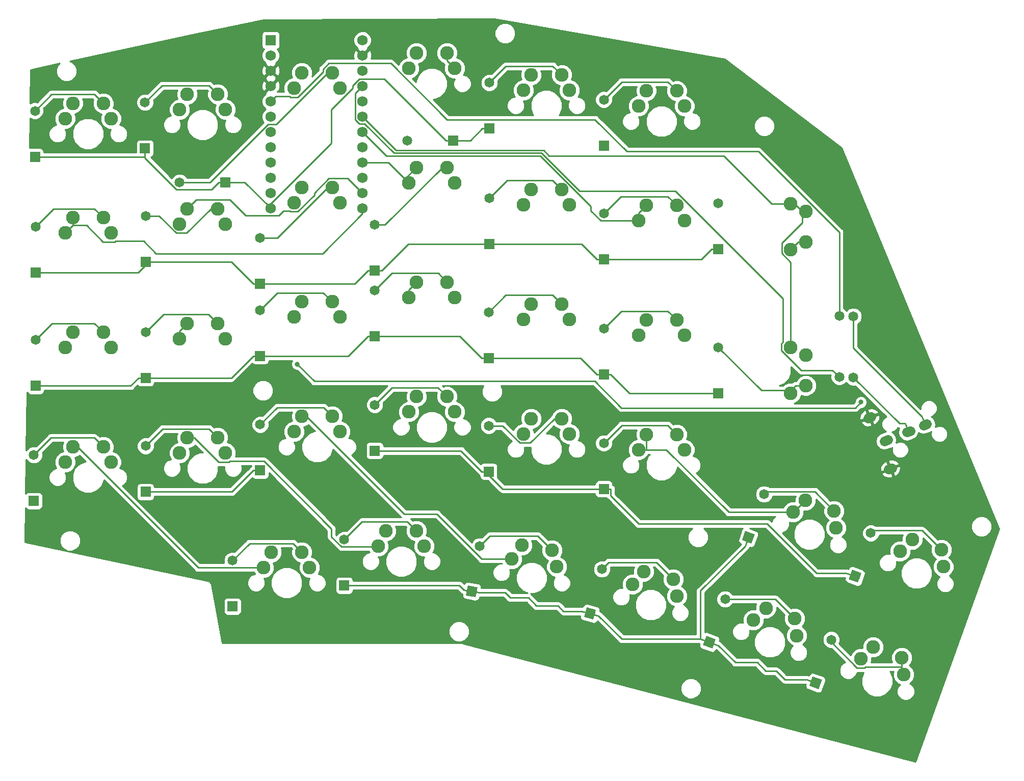
<source format=gtl>
G04 #@! TF.GenerationSoftware,KiCad,Pcbnew,(5.0.0)*
G04 #@! TF.CreationDate,2018-10-18T18:59:20-04:00*
G04 #@! TF.ProjectId,orthomac2,6F7274686F6D6163322E6B696361645F,rev?*
G04 #@! TF.SameCoordinates,Original*
G04 #@! TF.FileFunction,Copper,L1,Top,Signal*
G04 #@! TF.FilePolarity,Positive*
%FSLAX46Y46*%
G04 Gerber Fmt 4.6, Leading zero omitted, Abs format (unit mm)*
G04 Created by KiCad (PCBNEW (5.0.0)) date 10/18/18 18:59:20*
%MOMM*%
%LPD*%
G01*
G04 APERTURE LIST*
G04 #@! TA.AperFunction,ComponentPad*
%ADD10C,1.752600*%
G04 #@! TD*
G04 #@! TA.AperFunction,ComponentPad*
%ADD11R,1.752600X1.752600*%
G04 #@! TD*
G04 #@! TA.AperFunction,ComponentPad*
%ADD12R,1.651000X1.651000*%
G04 #@! TD*
G04 #@! TA.AperFunction,ComponentPad*
%ADD13C,1.651000*%
G04 #@! TD*
G04 #@! TA.AperFunction,Conductor*
%ADD14C,0.100000*%
G04 #@! TD*
G04 #@! TA.AperFunction,ComponentPad*
%ADD15C,2.286000*%
G04 #@! TD*
G04 #@! TA.AperFunction,ComponentPad*
%ADD16C,1.600000*%
G04 #@! TD*
G04 #@! TA.AperFunction,Conductor*
%ADD17C,1.600000*%
G04 #@! TD*
G04 #@! TA.AperFunction,ViaPad*
%ADD18C,0.800000*%
G04 #@! TD*
G04 #@! TA.AperFunction,Conductor*
%ADD19C,0.250000*%
G04 #@! TD*
G04 #@! TA.AperFunction,Conductor*
%ADD20C,0.254000*%
G04 #@! TD*
G04 APERTURE END LIST*
D10*
G04 #@! TO.P,M1,24*
G04 #@! TO.N,Net-(M1-Pad24)*
X95182500Y-21936200D03*
G04 #@! TO.P,M1,12*
G04 #@! TO.N,/row0*
X79942500Y-49876200D03*
G04 #@! TO.P,M1,23*
G04 #@! TO.N,gnd*
X95182500Y-24476200D03*
G04 #@! TO.P,M1,22*
G04 #@! TO.N,Net-(M1-Pad22)*
X95182500Y-27016200D03*
G04 #@! TO.P,M1,21*
G04 #@! TO.N,vcc*
X95182500Y-29556200D03*
G04 #@! TO.P,M1,20*
G04 #@! TO.N,Net-(M1-Pad20)*
X95182500Y-32096200D03*
G04 #@! TO.P,M1,19*
G04 #@! TO.N,/col6*
X95182500Y-34636200D03*
G04 #@! TO.P,M1,18*
G04 #@! TO.N,/col5*
X95182500Y-37176200D03*
G04 #@! TO.P,M1,17*
G04 #@! TO.N,/col4*
X95182500Y-39716200D03*
G04 #@! TO.P,M1,16*
G04 #@! TO.N,/col3*
X95182500Y-42256200D03*
G04 #@! TO.P,M1,15*
G04 #@! TO.N,/col2*
X95182500Y-44796200D03*
G04 #@! TO.P,M1,14*
G04 #@! TO.N,/col1*
X95182500Y-47336200D03*
G04 #@! TO.P,M1,13*
G04 #@! TO.N,/col0*
X95182500Y-49876200D03*
G04 #@! TO.P,M1,11*
G04 #@! TO.N,/row1*
X79942500Y-47336200D03*
G04 #@! TO.P,M1,10*
G04 #@! TO.N,/row2*
X79942500Y-44796200D03*
G04 #@! TO.P,M1,9*
G04 #@! TO.N,/row3*
X79942500Y-42256200D03*
G04 #@! TO.P,M1,8*
G04 #@! TO.N,/row4*
X79942500Y-39716200D03*
G04 #@! TO.P,M1,7*
G04 #@! TO.N,Net-(M1-Pad7)*
X79942500Y-37176200D03*
G04 #@! TO.P,M1,6*
G04 #@! TO.N,scl*
X79942500Y-34636200D03*
G04 #@! TO.P,M1,5*
G04 #@! TO.N,sda*
X79942500Y-32096200D03*
G04 #@! TO.P,M1,4*
G04 #@! TO.N,gnd*
X79942500Y-29556200D03*
G04 #@! TO.P,M1,3*
X79942500Y-27016200D03*
G04 #@! TO.P,M1,2*
G04 #@! TO.N,Net-(M1-Pad2)*
X79942500Y-24476200D03*
D11*
G04 #@! TO.P,M1,1*
G04 #@! TO.N,Net-(M1-Pad1)*
X79942500Y-21936200D03*
G04 #@! TD*
D12*
G04 #@! TO.P,D26,1*
G04 #@! TO.N,/row3*
X135281000Y-96528800D03*
D13*
G04 #@! TO.P,D26,2*
G04 #@! TO.N,Net-(D26-Pad2)*
X135281000Y-88908800D03*
G04 #@! TD*
G04 #@! TO.P,D30,1*
G04 #@! TO.N,/row4*
X132982899Y-117211177D03*
D14*
G04 #@! TD*
G04 #@! TO.N,/row4*
G04 #@! TO.C,D30*
G36*
X132399182Y-116200150D02*
X133993926Y-116627460D01*
X133566616Y-118222204D01*
X131971872Y-117794894D01*
X132399182Y-116200150D01*
X132399182Y-116200150D01*
G37*
D13*
G04 #@! TO.P,D30,2*
G04 #@! TO.N,Net-(D30-Pad2)*
X134955101Y-109850823D03*
G04 #@! TD*
D12*
G04 #@! TO.P,D13,1*
G04 #@! TO.N,/row1*
X154312000Y-56685000D03*
D13*
G04 #@! TO.P,D13,2*
G04 #@! TO.N,Net-(D13-Pad2)*
X154312000Y-49065000D03*
G04 #@! TD*
D12*
G04 #@! TO.P,D19,1*
G04 #@! TO.N,/row2*
X135281000Y-77497500D03*
D13*
G04 #@! TO.P,D19,2*
G04 #@! TO.N,Net-(D19-Pad2)*
X135281000Y-69877500D03*
G04 #@! TD*
D12*
G04 #@! TO.P,D20,1*
G04 #@! TO.N,/row2*
X154312000Y-80591200D03*
D13*
G04 #@! TO.P,D20,2*
G04 #@! TO.N,Net-(D20-Pad2)*
X154312000Y-72971200D03*
G04 #@! TD*
D12*
G04 #@! TO.P,D12,1*
G04 #@! TO.N,/row1*
X135281000Y-58372500D03*
D13*
G04 #@! TO.P,D12,2*
G04 #@! TO.N,Net-(D12-Pad2)*
X135281000Y-50752500D03*
G04 #@! TD*
D12*
G04 #@! TO.P,D6,1*
G04 #@! TO.N,/row0*
X135281000Y-39435000D03*
D13*
G04 #@! TO.P,D6,2*
G04 #@! TO.N,Net-(D6-Pad2)*
X135281000Y-31815000D03*
G04 #@! TD*
G04 #@! TO.P,D32,1*
G04 #@! TO.N,/row4*
X159290903Y-104549229D03*
D14*
G04 #@! TD*
G04 #@! TO.N,/row4*
G04 #@! TO.C,D32*
G36*
X158797524Y-103491175D02*
X160348957Y-104055850D01*
X159784282Y-105607283D01*
X158232849Y-105042608D01*
X158797524Y-103491175D01*
X158797524Y-103491175D01*
G37*
D13*
G04 #@! TO.P,D32,2*
G04 #@! TO.N,Net-(D32-Pad2)*
X161897097Y-97388771D03*
G04 #@! TD*
G04 #@! TO.P,D31,1*
G04 #@! TO.N,/row4*
X152821903Y-121986229D03*
D14*
G04 #@! TD*
G04 #@! TO.N,/row4*
G04 #@! TO.C,D31*
G36*
X152328524Y-120928175D02*
X153879957Y-121492850D01*
X153315282Y-123044283D01*
X151763849Y-122479608D01*
X152328524Y-120928175D01*
X152328524Y-120928175D01*
G37*
D13*
G04 #@! TO.P,D31,2*
G04 #@! TO.N,Net-(D31-Pad2)*
X155428097Y-114825771D03*
G04 #@! TD*
D12*
G04 #@! TO.P,D1,1*
G04 #@! TO.N,/row0*
X40781200Y-41310000D03*
D13*
G04 #@! TO.P,D1,2*
G04 #@! TO.N,Net-(D1-Pad2)*
X40781200Y-33690000D03*
G04 #@! TD*
D12*
G04 #@! TO.P,D2,1*
G04 #@! TO.N,/row0*
X59062500Y-39903800D03*
D13*
G04 #@! TO.P,D2,2*
G04 #@! TO.N,Net-(D2-Pad2)*
X59062500Y-32283800D03*
G04 #@! TD*
D12*
G04 #@! TO.P,D3,1*
G04 #@! TO.N,/row0*
X72435000Y-45562500D03*
D13*
G04 #@! TO.P,D3,2*
G04 #@! TO.N,Net-(D3-Pad2)*
X64815000Y-45562500D03*
G04 #@! TD*
D12*
G04 #@! TO.P,D4,1*
G04 #@! TO.N,/row0*
X110216000Y-38625000D03*
D13*
G04 #@! TO.P,D4,2*
G04 #@! TO.N,Net-(D4-Pad2)*
X102596000Y-38625000D03*
G04 #@! TD*
D12*
G04 #@! TO.P,D5,1*
G04 #@! TO.N,/row0*
X116250000Y-36622500D03*
D13*
G04 #@! TO.P,D5,2*
G04 #@! TO.N,Net-(D5-Pad2)*
X116250000Y-29002500D03*
G04 #@! TD*
D12*
G04 #@! TO.P,D7,1*
G04 #@! TO.N,/row1*
X40875000Y-60528800D03*
D13*
G04 #@! TO.P,D7,2*
G04 #@! TO.N,Net-(D7-Pad2)*
X40875000Y-52908800D03*
G04 #@! TD*
D12*
G04 #@! TO.P,D8,1*
G04 #@! TO.N,/row1*
X59156200Y-58747500D03*
D13*
G04 #@! TO.P,D8,2*
G04 #@! TO.N,Net-(D8-Pad2)*
X59156200Y-51127500D03*
G04 #@! TD*
D12*
G04 #@! TO.P,D9,1*
G04 #@! TO.N,/row1*
X78187500Y-62403800D03*
D13*
G04 #@! TO.P,D9,2*
G04 #@! TO.N,Net-(D9-Pad2)*
X78187500Y-54783800D03*
G04 #@! TD*
D12*
G04 #@! TO.P,D10,1*
G04 #@! TO.N,/row1*
X97218800Y-60247500D03*
D13*
G04 #@! TO.P,D10,2*
G04 #@! TO.N,Net-(D10-Pad2)*
X97218800Y-52627500D03*
G04 #@! TD*
D12*
G04 #@! TO.P,D11,1*
G04 #@! TO.N,/row1*
X116250000Y-55841200D03*
D13*
G04 #@! TO.P,D11,2*
G04 #@! TO.N,Net-(D11-Pad2)*
X116250000Y-48221200D03*
G04 #@! TD*
D12*
G04 #@! TO.P,D14,1*
G04 #@! TO.N,/row2*
X40875000Y-79372500D03*
D13*
G04 #@! TO.P,D14,2*
G04 #@! TO.N,Net-(D14-Pad2)*
X40875000Y-71752500D03*
G04 #@! TD*
D12*
G04 #@! TO.P,D15,1*
G04 #@! TO.N,/row2*
X59156200Y-78060000D03*
D13*
G04 #@! TO.P,D15,2*
G04 #@! TO.N,Net-(D15-Pad2)*
X59156200Y-70440000D03*
G04 #@! TD*
D12*
G04 #@! TO.P,D16,1*
G04 #@! TO.N,/row2*
X78187500Y-74403800D03*
D13*
G04 #@! TO.P,D16,2*
G04 #@! TO.N,Net-(D16-Pad2)*
X78187500Y-66783800D03*
G04 #@! TD*
D12*
G04 #@! TO.P,D17,1*
G04 #@! TO.N,/row2*
X97218800Y-71122500D03*
D13*
G04 #@! TO.P,D17,2*
G04 #@! TO.N,Net-(D17-Pad2)*
X97218800Y-63502500D03*
G04 #@! TD*
D12*
G04 #@! TO.P,D18,1*
G04 #@! TO.N,/row2*
X116156000Y-74778800D03*
D13*
G04 #@! TO.P,D18,2*
G04 #@! TO.N,Net-(D18-Pad2)*
X116156000Y-67158800D03*
G04 #@! TD*
D12*
G04 #@! TO.P,D21,1*
G04 #@! TO.N,/row3*
X40593800Y-98497500D03*
D13*
G04 #@! TO.P,D21,2*
G04 #@! TO.N,Net-(D21-Pad2)*
X40593800Y-90877500D03*
G04 #@! TD*
D12*
G04 #@! TO.P,D22,1*
G04 #@! TO.N,/row3*
X59156200Y-96997500D03*
D13*
G04 #@! TO.P,D22,2*
G04 #@! TO.N,Net-(D22-Pad2)*
X59156200Y-89377500D03*
G04 #@! TD*
D12*
G04 #@! TO.P,D23,1*
G04 #@! TO.N,/row3*
X78187500Y-93435000D03*
D13*
G04 #@! TO.P,D23,2*
G04 #@! TO.N,Net-(D23-Pad2)*
X78187500Y-85815000D03*
G04 #@! TD*
D12*
G04 #@! TO.P,D24,1*
G04 #@! TO.N,/row3*
X97218800Y-90153800D03*
D13*
G04 #@! TO.P,D24,2*
G04 #@! TO.N,Net-(D24-Pad2)*
X97218800Y-82533800D03*
G04 #@! TD*
D12*
G04 #@! TO.P,D25,1*
G04 #@! TO.N,/row3*
X116156000Y-93622500D03*
D13*
G04 #@! TO.P,D25,2*
G04 #@! TO.N,Net-(D25-Pad2)*
X116156000Y-86002500D03*
G04 #@! TD*
D12*
G04 #@! TO.P,D27,1*
G04 #@! TO.N,/row4*
X73593800Y-116029000D03*
D13*
G04 #@! TO.P,D27,2*
G04 #@! TO.N,Net-(D27-Pad2)*
X73593800Y-108409000D03*
G04 #@! TD*
D12*
G04 #@! TO.P,D28,1*
G04 #@! TO.N,/row4*
X92156200Y-112560000D03*
D13*
G04 #@! TO.P,D28,2*
G04 #@! TO.N,Net-(D28-Pad2)*
X92156200Y-104940000D03*
G04 #@! TD*
G04 #@! TO.P,D29,1*
G04 #@! TO.N,/row4*
X113338400Y-113533118D03*
D14*
G04 #@! TD*
G04 #@! TO.N,/row4*
G04 #@! TO.C,D29*
G36*
X112668788Y-112576813D02*
X114294705Y-112863506D01*
X114008012Y-114489423D01*
X112382095Y-114202730D01*
X112668788Y-112576813D01*
X112668788Y-112576813D01*
G37*
D13*
G04 #@! TO.P,D29,2*
G04 #@! TO.N,Net-(D29-Pad2)*
X114661600Y-106028882D03*
G04 #@! TD*
G04 #@! TO.P,D33,1*
G04 #@! TO.N,/row3*
X177008903Y-111018229D03*
D14*
G04 #@! TD*
G04 #@! TO.N,/row3*
G04 #@! TO.C,D33*
G36*
X176515524Y-109960175D02*
X178066957Y-110524850D01*
X177502282Y-112076283D01*
X175950849Y-111511608D01*
X176515524Y-109960175D01*
X176515524Y-109960175D01*
G37*
D13*
G04 #@! TO.P,D33,2*
G04 #@! TO.N,Net-(D33-Pad2)*
X179615097Y-103857771D03*
G04 #@! TD*
G04 #@! TO.P,D34,1*
G04 #@! TO.N,/row4*
X170446903Y-128736229D03*
D14*
G04 #@! TD*
G04 #@! TO.N,/row4*
G04 #@! TO.C,D34*
G36*
X169953524Y-127678175D02*
X171504957Y-128242850D01*
X170940282Y-129794283D01*
X169388849Y-129229608D01*
X169953524Y-127678175D01*
X169953524Y-127678175D01*
G37*
D13*
G04 #@! TO.P,D34,2*
G04 #@! TO.N,Net-(D34-Pad2)*
X173053097Y-121575771D03*
G04 #@! TD*
D15*
G04 #@! TO.P,K20,2*
G04 #@! TO.N,Net-(D20-Pad2)*
X166321000Y-80591200D03*
G04 #@! TO.P,K20,1*
G04 #@! TO.N,/col6*
X168861000Y-74241200D03*
G04 #@! TO.P,K20,2*
G04 #@! TO.N,Net-(D20-Pad2)*
X168861000Y-79321200D03*
G04 #@! TO.P,K20,1*
G04 #@! TO.N,/col6*
X166321000Y-72971200D03*
G04 #@! TD*
G04 #@! TO.P,K13,2*
G04 #@! TO.N,Net-(D13-Pad2)*
X166321000Y-56778800D03*
G04 #@! TO.P,K13,1*
G04 #@! TO.N,/col6*
X168861000Y-50428800D03*
G04 #@! TO.P,K13,2*
G04 #@! TO.N,Net-(D13-Pad2)*
X168861000Y-55508800D03*
G04 #@! TO.P,K13,1*
G04 #@! TO.N,/col6*
X166321000Y-49158800D03*
G04 #@! TD*
G04 #@! TO.P,K21,1*
G04 #@! TO.N,/col0*
X45783800Y-92053800D03*
G04 #@! TO.P,K21,2*
G04 #@! TO.N,Net-(D21-Pad2)*
X52133800Y-89513800D03*
G04 #@! TO.P,K21,1*
G04 #@! TO.N,/col0*
X47053800Y-89513800D03*
G04 #@! TO.P,K21,2*
G04 #@! TO.N,Net-(D21-Pad2)*
X53403800Y-92053800D03*
G04 #@! TD*
G04 #@! TO.P,K14,1*
G04 #@! TO.N,/col0*
X45783800Y-73022500D03*
G04 #@! TO.P,K14,2*
G04 #@! TO.N,Net-(D14-Pad2)*
X52133800Y-70482500D03*
G04 #@! TO.P,K14,1*
G04 #@! TO.N,/col0*
X47053800Y-70482500D03*
G04 #@! TO.P,K14,2*
G04 #@! TO.N,Net-(D14-Pad2)*
X53403800Y-73022500D03*
G04 #@! TD*
G04 #@! TO.P,K7,1*
G04 #@! TO.N,/col0*
X45783800Y-53991200D03*
G04 #@! TO.P,K7,2*
G04 #@! TO.N,Net-(D7-Pad2)*
X52133800Y-51451200D03*
G04 #@! TO.P,K7,1*
G04 #@! TO.N,/col0*
X47053800Y-51451200D03*
G04 #@! TO.P,K7,2*
G04 #@! TO.N,Net-(D7-Pad2)*
X53403800Y-53991200D03*
G04 #@! TD*
G04 #@! TO.P,K8,1*
G04 #@! TO.N,/col1*
X64815000Y-52491200D03*
G04 #@! TO.P,K8,2*
G04 #@! TO.N,Net-(D8-Pad2)*
X71165000Y-49951200D03*
G04 #@! TO.P,K8,1*
G04 #@! TO.N,/col1*
X66085000Y-49951200D03*
G04 #@! TO.P,K8,2*
G04 #@! TO.N,Net-(D8-Pad2)*
X72435000Y-52491200D03*
G04 #@! TD*
G04 #@! TO.P,K15,1*
G04 #@! TO.N,/col1*
X64815000Y-71522500D03*
G04 #@! TO.P,K15,2*
G04 #@! TO.N,Net-(D15-Pad2)*
X71165000Y-68982500D03*
G04 #@! TO.P,K15,1*
G04 #@! TO.N,/col1*
X66085000Y-68982500D03*
G04 #@! TO.P,K15,2*
G04 #@! TO.N,Net-(D15-Pad2)*
X72435000Y-71522500D03*
G04 #@! TD*
G04 #@! TO.P,K22,1*
G04 #@! TO.N,/col1*
X64815000Y-90553800D03*
G04 #@! TO.P,K22,2*
G04 #@! TO.N,Net-(D22-Pad2)*
X71165000Y-88013800D03*
G04 #@! TO.P,K22,1*
G04 #@! TO.N,/col1*
X66085000Y-88013800D03*
G04 #@! TO.P,K22,2*
G04 #@! TO.N,Net-(D22-Pad2)*
X72435000Y-90553800D03*
G04 #@! TD*
G04 #@! TO.P,K23,1*
G04 #@! TO.N,/col2*
X83846200Y-86991200D03*
G04 #@! TO.P,K23,2*
G04 #@! TO.N,Net-(D23-Pad2)*
X90196200Y-84451200D03*
G04 #@! TO.P,K23,1*
G04 #@! TO.N,/col2*
X85116200Y-84451200D03*
G04 #@! TO.P,K23,2*
G04 #@! TO.N,Net-(D23-Pad2)*
X91466200Y-86991200D03*
G04 #@! TD*
G04 #@! TO.P,K16,1*
G04 #@! TO.N,/col2*
X83846200Y-67960000D03*
G04 #@! TO.P,K16,2*
G04 #@! TO.N,Net-(D16-Pad2)*
X90196200Y-65420000D03*
G04 #@! TO.P,K16,1*
G04 #@! TO.N,/col2*
X85116200Y-65420000D03*
G04 #@! TO.P,K16,2*
G04 #@! TO.N,Net-(D16-Pad2)*
X91466200Y-67960000D03*
G04 #@! TD*
G04 #@! TO.P,K9,1*
G04 #@! TO.N,/col2*
X83846200Y-48928800D03*
G04 #@! TO.P,K9,2*
G04 #@! TO.N,Net-(D9-Pad2)*
X90196200Y-46388800D03*
G04 #@! TO.P,K9,1*
G04 #@! TO.N,/col2*
X85116200Y-46388800D03*
G04 #@! TO.P,K9,2*
G04 #@! TO.N,Net-(D9-Pad2)*
X91466200Y-48928800D03*
G04 #@! TD*
G04 #@! TO.P,K24,1*
G04 #@! TO.N,/col3*
X102878000Y-83710000D03*
G04 #@! TO.P,K24,2*
G04 #@! TO.N,Net-(D24-Pad2)*
X109228000Y-81170000D03*
G04 #@! TO.P,K24,1*
G04 #@! TO.N,/col3*
X104148000Y-81170000D03*
G04 #@! TO.P,K24,2*
G04 #@! TO.N,Net-(D24-Pad2)*
X110498000Y-83710000D03*
G04 #@! TD*
G04 #@! TO.P,K17,1*
G04 #@! TO.N,/col3*
X102878000Y-64678800D03*
G04 #@! TO.P,K17,2*
G04 #@! TO.N,Net-(D17-Pad2)*
X109228000Y-62138800D03*
G04 #@! TO.P,K17,1*
G04 #@! TO.N,/col3*
X104148000Y-62138800D03*
G04 #@! TO.P,K17,2*
G04 #@! TO.N,Net-(D17-Pad2)*
X110498000Y-64678800D03*
G04 #@! TD*
G04 #@! TO.P,K10,1*
G04 #@! TO.N,/col3*
X102878000Y-45647500D03*
G04 #@! TO.P,K10,2*
G04 #@! TO.N,Net-(D10-Pad2)*
X109228000Y-43107500D03*
G04 #@! TO.P,K10,1*
G04 #@! TO.N,/col3*
X104148000Y-43107500D03*
G04 #@! TO.P,K10,2*
G04 #@! TO.N,Net-(D10-Pad2)*
X110498000Y-45647500D03*
G04 #@! TD*
G04 #@! TO.P,K11,1*
G04 #@! TO.N,/col4*
X121909000Y-49303800D03*
G04 #@! TO.P,K11,2*
G04 #@! TO.N,Net-(D11-Pad2)*
X128259000Y-46763800D03*
G04 #@! TO.P,K11,1*
G04 #@! TO.N,/col4*
X123179000Y-46763800D03*
G04 #@! TO.P,K11,2*
G04 #@! TO.N,Net-(D11-Pad2)*
X129529000Y-49303800D03*
G04 #@! TD*
G04 #@! TO.P,K18,1*
G04 #@! TO.N,/col4*
X121909000Y-68335000D03*
G04 #@! TO.P,K18,2*
G04 #@! TO.N,Net-(D18-Pad2)*
X128259000Y-65795000D03*
G04 #@! TO.P,K18,1*
G04 #@! TO.N,/col4*
X123179000Y-65795000D03*
G04 #@! TO.P,K18,2*
G04 #@! TO.N,Net-(D18-Pad2)*
X129529000Y-68335000D03*
G04 #@! TD*
G04 #@! TO.P,K25,1*
G04 #@! TO.N,/col4*
X121909000Y-87366200D03*
G04 #@! TO.P,K25,2*
G04 #@! TO.N,Net-(D25-Pad2)*
X128259000Y-84826200D03*
G04 #@! TO.P,K25,1*
G04 #@! TO.N,/col4*
X123179000Y-84826200D03*
G04 #@! TO.P,K25,2*
G04 #@! TO.N,Net-(D25-Pad2)*
X129529000Y-87366200D03*
G04 #@! TD*
G04 #@! TO.P,K26,1*
G04 #@! TO.N,/col5*
X141034000Y-89991200D03*
G04 #@! TO.P,K26,2*
G04 #@! TO.N,Net-(D26-Pad2)*
X147384000Y-87451200D03*
G04 #@! TO.P,K26,1*
G04 #@! TO.N,/col5*
X142304000Y-87451200D03*
G04 #@! TO.P,K26,2*
G04 #@! TO.N,Net-(D26-Pad2)*
X148654000Y-89991200D03*
G04 #@! TD*
G04 #@! TO.P,K19,1*
G04 #@! TO.N,/col5*
X141034000Y-70960000D03*
G04 #@! TO.P,K19,2*
G04 #@! TO.N,Net-(D19-Pad2)*
X147384000Y-68420000D03*
G04 #@! TO.P,K19,1*
G04 #@! TO.N,/col5*
X142304000Y-68420000D03*
G04 #@! TO.P,K19,2*
G04 #@! TO.N,Net-(D19-Pad2)*
X148654000Y-70960000D03*
G04 #@! TD*
G04 #@! TO.P,K12,1*
G04 #@! TO.N,/col5*
X141034000Y-51928800D03*
G04 #@! TO.P,K12,2*
G04 #@! TO.N,Net-(D12-Pad2)*
X147384000Y-49388800D03*
G04 #@! TO.P,K12,1*
G04 #@! TO.N,/col5*
X142304000Y-49388800D03*
G04 #@! TO.P,K12,2*
G04 #@! TO.N,Net-(D12-Pad2)*
X148654000Y-51928800D03*
G04 #@! TD*
G04 #@! TO.P,K31,1*
G04 #@! TO.N,/col4*
X160132502Y-118279084D03*
G04 #@! TO.P,K31,2*
G04 #@! TO.N,Net-(D31-Pad2)*
X166968283Y-118064093D03*
G04 #@! TO.P,K31,1*
G04 #@! TO.N,/col4*
X162194643Y-116326630D03*
G04 #@! TO.P,K31,2*
G04 #@! TO.N,Net-(D31-Pad2)*
X167292960Y-120885277D03*
G04 #@! TD*
G04 #@! TO.P,K34,1*
G04 #@! TO.N,/col6*
X177944502Y-124748084D03*
G04 #@! TO.P,K34,2*
G04 #@! TO.N,Net-(D34-Pad2)*
X184780283Y-124533093D03*
G04 #@! TO.P,K34,1*
G04 #@! TO.N,/col6*
X180006643Y-122795630D03*
G04 #@! TO.P,K34,2*
G04 #@! TO.N,Net-(D34-Pad2)*
X185104960Y-127354277D03*
G04 #@! TD*
G04 #@! TO.P,K33,1*
G04 #@! TO.N,/col6*
X184507502Y-106841084D03*
G04 #@! TO.P,K33,2*
G04 #@! TO.N,Net-(D33-Pad2)*
X191343283Y-106626093D03*
G04 #@! TO.P,K33,1*
G04 #@! TO.N,/col6*
X186569643Y-104888630D03*
G04 #@! TO.P,K33,2*
G04 #@! TO.N,Net-(D33-Pad2)*
X191667960Y-109447277D03*
G04 #@! TD*
G04 #@! TO.P,K4,1*
G04 #@! TO.N,/col3*
X102878000Y-26616200D03*
G04 #@! TO.P,K4,2*
G04 #@! TO.N,Net-(D4-Pad2)*
X109228000Y-24076200D03*
G04 #@! TO.P,K4,1*
G04 #@! TO.N,/col3*
X104148000Y-24076200D03*
G04 #@! TO.P,K4,2*
G04 #@! TO.N,Net-(D4-Pad2)*
X110498000Y-26616200D03*
G04 #@! TD*
G04 #@! TO.P,K1,1*
G04 #@! TO.N,/col0*
X45783800Y-34960000D03*
G04 #@! TO.P,K1,2*
G04 #@! TO.N,Net-(D1-Pad2)*
X52133800Y-32420000D03*
G04 #@! TO.P,K1,1*
G04 #@! TO.N,/col0*
X47053800Y-32420000D03*
G04 #@! TO.P,K1,2*
G04 #@! TO.N,Net-(D1-Pad2)*
X53403800Y-34960000D03*
G04 #@! TD*
G04 #@! TO.P,K32,1*
G04 #@! TO.N,/col5*
X166694502Y-100372084D03*
G04 #@! TO.P,K32,2*
G04 #@! TO.N,Net-(D32-Pad2)*
X173530283Y-100157093D03*
G04 #@! TO.P,K32,1*
G04 #@! TO.N,/col5*
X168756643Y-98419630D03*
G04 #@! TO.P,K32,2*
G04 #@! TO.N,Net-(D32-Pad2)*
X173854960Y-102978277D03*
G04 #@! TD*
G04 #@! TO.P,K30,1*
G04 #@! TO.N,/col3*
X140039223Y-112341448D03*
G04 #@! TO.P,K30,2*
G04 #@! TO.N,Net-(D30-Pad2)*
X146830252Y-111531497D03*
G04 #@! TO.P,K30,1*
G04 #@! TO.N,/col3*
X141923349Y-110216696D03*
G04 #@! TO.P,K30,2*
G04 #@! TO.N,Net-(D30-Pad2)*
X147399578Y-114313649D03*
G04 #@! TD*
G04 #@! TO.P,K6,1*
G04 #@! TO.N,/col5*
X141034000Y-32897500D03*
G04 #@! TO.P,K6,2*
G04 #@! TO.N,Net-(D6-Pad2)*
X147384000Y-30357500D03*
G04 #@! TO.P,K6,1*
G04 #@! TO.N,/col5*
X142304000Y-30357500D03*
G04 #@! TO.P,K6,2*
G04 #@! TO.N,Net-(D6-Pad2)*
X148654000Y-32897500D03*
G04 #@! TD*
G04 #@! TO.P,K2,1*
G04 #@! TO.N,/col1*
X64815000Y-33460000D03*
G04 #@! TO.P,K2,2*
G04 #@! TO.N,Net-(D2-Pad2)*
X71165000Y-30920000D03*
G04 #@! TO.P,K2,1*
G04 #@! TO.N,/col1*
X66085000Y-30920000D03*
G04 #@! TO.P,K2,2*
G04 #@! TO.N,Net-(D2-Pad2)*
X72435000Y-33460000D03*
G04 #@! TD*
G04 #@! TO.P,K3,1*
G04 #@! TO.N,/col2*
X83846200Y-29897500D03*
G04 #@! TO.P,K3,2*
G04 #@! TO.N,Net-(D3-Pad2)*
X90196200Y-27357500D03*
G04 #@! TO.P,K3,1*
G04 #@! TO.N,/col2*
X85116200Y-27357500D03*
G04 #@! TO.P,K3,2*
G04 #@! TO.N,Net-(D3-Pad2)*
X91466200Y-29897500D03*
G04 #@! TD*
G04 #@! TO.P,K5,1*
G04 #@! TO.N,/col4*
X121909000Y-30272500D03*
G04 #@! TO.P,K5,2*
G04 #@! TO.N,Net-(D5-Pad2)*
X128259000Y-27732500D03*
G04 #@! TO.P,K5,1*
G04 #@! TO.N,/col4*
X123179000Y-27732500D03*
G04 #@! TO.P,K5,2*
G04 #@! TO.N,Net-(D5-Pad2)*
X129529000Y-30272500D03*
G04 #@! TD*
G04 #@! TO.P,K27,1*
G04 #@! TO.N,/col0*
X78783800Y-109585000D03*
G04 #@! TO.P,K27,2*
G04 #@! TO.N,Net-(D27-Pad2)*
X85133800Y-107045000D03*
G04 #@! TO.P,K27,1*
G04 #@! TO.N,/col0*
X80053800Y-107045000D03*
G04 #@! TO.P,K27,2*
G04 #@! TO.N,Net-(D27-Pad2)*
X86403800Y-109585000D03*
G04 #@! TD*
G04 #@! TO.P,K28,1*
G04 #@! TO.N,/col1*
X97815000Y-106022000D03*
G04 #@! TO.P,K28,2*
G04 #@! TO.N,Net-(D28-Pad2)*
X104165000Y-103482000D03*
G04 #@! TO.P,K28,1*
G04 #@! TO.N,/col1*
X99085000Y-103482000D03*
G04 #@! TO.P,K28,2*
G04 #@! TO.N,Net-(D28-Pad2)*
X105435000Y-106022000D03*
G04 #@! TD*
G04 #@! TO.P,K29,1*
G04 #@! TO.N,/col2*
X119969949Y-108117989D03*
G04 #@! TO.P,K29,2*
G04 #@! TO.N,Net-(D29-Pad2)*
X126664544Y-106719243D03*
G04 #@! TO.P,K29,1*
G04 #@! TO.N,/col2*
X121661721Y-105837110D03*
G04 #@! TO.P,K29,2*
G04 #@! TO.N,Net-(D29-Pad2)*
X127474184Y-109441188D03*
G04 #@! TD*
D16*
G04 #@! TO.P,J1,1*
G04 #@! TO.N,gnd*
X182871012Y-93154299D03*
D17*
G04 #@! TD*
G04 #@! TO.N,gnd*
G04 #@! TO.C,J1*
X183149167Y-93041917D02*
X182592857Y-93266681D01*
D16*
G04 #@! TO.P,J1,1*
G04 #@! TO.N,gnd*
X179424632Y-84624209D03*
D17*
G04 #@! TD*
G04 #@! TO.N,gnd*
G04 #@! TO.C,J1*
X179702787Y-84511827D02*
X179146477Y-84736591D01*
D16*
G04 #@! TO.P,J1,2*
G04 #@! TO.N,sda*
X182167725Y-88477188D03*
D17*
G04 #@! TD*
G04 #@! TO.N,sda*
G04 #@! TO.C,J1*
X182445880Y-88364806D02*
X181889570Y-88589570D01*
D16*
G04 #@! TO.P,J1,4*
G04 #@! TO.N,scl*
X188658014Y-85854940D03*
D17*
G04 #@! TD*
G04 #@! TO.N,scl*
G04 #@! TO.C,J1*
X188936169Y-85742558D02*
X188379859Y-85967322D01*
D16*
G04 #@! TO.P,J1,3*
G04 #@! TO.N,vcc*
X185876460Y-86978761D03*
D17*
G04 #@! TD*
G04 #@! TO.N,vcc*
G04 #@! TO.C,J1*
X186154615Y-86866379D02*
X185598305Y-87091143D01*
D13*
G04 #@! TO.P,R1,1*
G04 #@! TO.N,vcc*
X174382000Y-77887600D03*
G04 #@! TO.P,R1,2*
G04 #@! TO.N,sda*
X174382000Y-67727600D03*
G04 #@! TD*
G04 #@! TO.P,R2,1*
G04 #@! TO.N,scl*
X176726000Y-67821300D03*
G04 #@! TO.P,R2,2*
G04 #@! TO.N,vcc*
X176726000Y-77981300D03*
G04 #@! TD*
D18*
G04 #@! TO.N,scl*
X177982700Y-82094200D03*
X84337600Y-75765400D03*
G04 #@! TD*
D19*
G04 #@! TO.N,/row0*
X59062500Y-41310000D02*
X59062500Y-39903800D01*
X71284200Y-45562500D02*
X70125500Y-46721200D01*
X70125500Y-46721200D02*
X64313300Y-46721200D01*
X64313300Y-46721200D02*
X59062500Y-41470400D01*
X59062500Y-41470400D02*
X59062500Y-41310000D01*
X41932000Y-41310000D02*
X59062500Y-41310000D01*
X40781200Y-41310000D02*
X41932000Y-41310000D01*
X72435000Y-45562500D02*
X71284200Y-45562500D01*
X79562100Y-49495800D02*
X75628800Y-45562500D01*
X75628800Y-45562500D02*
X72435000Y-45562500D01*
X79942500Y-49876200D02*
X79562100Y-49495800D01*
X79562100Y-49495800D02*
X89975500Y-39082400D01*
X89975500Y-39082400D02*
X89975500Y-33464900D01*
X89975500Y-33464900D02*
X93541100Y-29899300D01*
X93541100Y-29899300D02*
X93541100Y-29495900D01*
X93541100Y-29495900D02*
X94682500Y-28354500D01*
X94682500Y-28354500D02*
X98794700Y-28354500D01*
X98794700Y-28354500D02*
X109065200Y-38625000D01*
X110216000Y-38625000D02*
X109065200Y-38625000D01*
X110216000Y-38625000D02*
X113096700Y-38625000D01*
X113096700Y-38625000D02*
X115099200Y-36622500D01*
X116250000Y-36622500D02*
X115099200Y-36622500D01*
G04 #@! TO.N,Net-(D1-Pad2)*
X52133800Y-32420000D02*
X50620700Y-30906900D01*
X50620700Y-30906900D02*
X43564300Y-30906900D01*
X43564300Y-30906900D02*
X40781200Y-33690000D01*
G04 #@! TO.N,Net-(D2-Pad2)*
X71165000Y-30920000D02*
X69690100Y-29445100D01*
X69690100Y-29445100D02*
X61901200Y-29445100D01*
X61901200Y-29445100D02*
X59062500Y-32283800D01*
G04 #@! TO.N,Net-(D3-Pad2)*
X90196200Y-27357500D02*
X89429400Y-27357500D01*
X89429400Y-27357500D02*
X80880700Y-35906200D01*
X80880700Y-35906200D02*
X79491800Y-35906200D01*
X79491800Y-35906200D02*
X69835500Y-45562500D01*
X69835500Y-45562500D02*
X64815000Y-45562500D01*
G04 #@! TO.N,Net-(D4-Pad2)*
X110498000Y-26616200D02*
X109228000Y-25346200D01*
X109228000Y-25346200D02*
X109228000Y-24076200D01*
G04 #@! TO.N,Net-(D5-Pad2)*
X128259000Y-27732500D02*
X126789800Y-26263300D01*
X126789800Y-26263300D02*
X118989200Y-26263300D01*
X118989200Y-26263300D02*
X116250000Y-29002500D01*
G04 #@! TO.N,Net-(D6-Pad2)*
X147384000Y-30357500D02*
X145881100Y-28854600D01*
X145881100Y-28854600D02*
X138241400Y-28854600D01*
X138241400Y-28854600D02*
X135281000Y-31815000D01*
G04 #@! TO.N,Net-(D7-Pad2)*
X52133800Y-51451200D02*
X50631400Y-49948800D01*
X50631400Y-49948800D02*
X43835000Y-49948800D01*
X43835000Y-49948800D02*
X40875000Y-52908800D01*
G04 #@! TO.N,/row1*
X135281000Y-58372500D02*
X134130200Y-58372500D01*
X116250000Y-55841200D02*
X131598900Y-55841200D01*
X131598900Y-55841200D02*
X134130200Y-58372500D01*
X98369600Y-60247500D02*
X102775900Y-55841200D01*
X102775900Y-55841200D02*
X116250000Y-55841200D01*
X59731600Y-58747500D02*
X57950300Y-60528800D01*
X57950300Y-60528800D02*
X40875000Y-60528800D01*
X59731600Y-58747500D02*
X60307000Y-58747500D01*
X59156200Y-58747500D02*
X59731600Y-58747500D01*
X78187500Y-62403800D02*
X77036700Y-62403800D01*
X77036700Y-62403800D02*
X73380400Y-58747500D01*
X73380400Y-58747500D02*
X60307000Y-58747500D01*
X78187500Y-62403800D02*
X93911700Y-62403800D01*
X93911700Y-62403800D02*
X96068000Y-60247500D01*
X97218800Y-60247500D02*
X96068000Y-60247500D01*
X154312000Y-56685000D02*
X153161200Y-56685000D01*
X135281000Y-58372500D02*
X151473700Y-58372500D01*
X151473700Y-58372500D02*
X153161200Y-56685000D01*
X97794200Y-60247500D02*
X97218800Y-60247500D01*
X97794200Y-60247500D02*
X98369600Y-60247500D01*
G04 #@! TO.N,Net-(D8-Pad2)*
X71165000Y-49951200D02*
X69992600Y-49951200D01*
X69992600Y-49951200D02*
X65950100Y-53993700D01*
X65950100Y-53993700D02*
X64240900Y-53993700D01*
X64240900Y-53993700D02*
X61374700Y-51127500D01*
X61374700Y-51127500D02*
X59156200Y-51127500D01*
G04 #@! TO.N,Net-(D9-Pad2)*
X90196200Y-46388800D02*
X89449000Y-46388800D01*
X89449000Y-46388800D02*
X81054000Y-54783800D01*
X81054000Y-54783800D02*
X78187500Y-54783800D01*
G04 #@! TO.N,Net-(D10-Pad2)*
X109228000Y-43107500D02*
X108428900Y-43107500D01*
X108428900Y-43107500D02*
X98908900Y-52627500D01*
X98908900Y-52627500D02*
X97218800Y-52627500D01*
G04 #@! TO.N,Net-(D11-Pad2)*
X128259000Y-46763800D02*
X126761100Y-45265900D01*
X126761100Y-45265900D02*
X119205300Y-45265900D01*
X119205300Y-45265900D02*
X116250000Y-48221200D01*
G04 #@! TO.N,Net-(D12-Pad2)*
X147384000Y-49388800D02*
X145910000Y-47914800D01*
X145910000Y-47914800D02*
X138118700Y-47914800D01*
X138118700Y-47914800D02*
X135281000Y-50752500D01*
G04 #@! TO.N,Net-(D13-Pad2)*
X168861000Y-55508800D02*
X167591000Y-55508800D01*
X167591000Y-55508800D02*
X166321000Y-56778800D01*
G04 #@! TO.N,Net-(D14-Pad2)*
X52133800Y-70482500D02*
X50653700Y-69002400D01*
X50653700Y-69002400D02*
X43625100Y-69002400D01*
X43625100Y-69002400D02*
X40875000Y-71752500D01*
G04 #@! TO.N,/row2*
X78187500Y-74403800D02*
X77036700Y-74403800D01*
X77036700Y-74403800D02*
X73380500Y-78060000D01*
X73380500Y-78060000D02*
X59156200Y-78060000D01*
X96068000Y-71122500D02*
X92786700Y-74403800D01*
X92786700Y-74403800D02*
X78187500Y-74403800D01*
X135281000Y-77497500D02*
X136431800Y-77497500D01*
X154312000Y-80591200D02*
X139525500Y-80591200D01*
X139525500Y-80591200D02*
X136431800Y-77497500D01*
X59156200Y-78060000D02*
X58005400Y-78060000D01*
X40875000Y-79372500D02*
X56692900Y-79372500D01*
X56692900Y-79372500D02*
X58005400Y-78060000D01*
X116156000Y-74778800D02*
X115005200Y-74778800D01*
X97218800Y-71122500D02*
X111348900Y-71122500D01*
X111348900Y-71122500D02*
X115005200Y-74778800D01*
X96643400Y-71122500D02*
X97218800Y-71122500D01*
X96643400Y-71122500D02*
X96068000Y-71122500D01*
X135281000Y-77497500D02*
X134130200Y-77497500D01*
X116156000Y-74778800D02*
X131411500Y-74778800D01*
X131411500Y-74778800D02*
X134130200Y-77497500D01*
G04 #@! TO.N,Net-(D15-Pad2)*
X71165000Y-68982500D02*
X69646800Y-67464300D01*
X69646800Y-67464300D02*
X62131900Y-67464300D01*
X62131900Y-67464300D02*
X59156200Y-70440000D01*
G04 #@! TO.N,Net-(D16-Pad2)*
X90196200Y-65420000D02*
X88678800Y-63902600D01*
X88678800Y-63902600D02*
X81068700Y-63902600D01*
X81068700Y-63902600D02*
X78187500Y-66783800D01*
G04 #@! TO.N,Net-(D17-Pad2)*
X109228000Y-62138800D02*
X107754200Y-60665000D01*
X107754200Y-60665000D02*
X100056300Y-60665000D01*
X100056300Y-60665000D02*
X97218800Y-63502500D01*
G04 #@! TO.N,Net-(D18-Pad2)*
X128259000Y-65795000D02*
X126783100Y-64319100D01*
X126783100Y-64319100D02*
X118995700Y-64319100D01*
X118995700Y-64319100D02*
X116156000Y-67158800D01*
G04 #@! TO.N,Net-(D19-Pad2)*
X147384000Y-68420000D02*
X145915700Y-66951700D01*
X145915700Y-66951700D02*
X138206800Y-66951700D01*
X138206800Y-66951700D02*
X135281000Y-69877500D01*
G04 #@! TO.N,Net-(D20-Pad2)*
X166321000Y-80129400D02*
X161470200Y-80129400D01*
X161470200Y-80129400D02*
X154312000Y-72971200D01*
X168861000Y-79321200D02*
X167129200Y-79321200D01*
X167129200Y-79321200D02*
X166321000Y-80129400D01*
X166321000Y-80129400D02*
X166321000Y-80591200D01*
G04 #@! TO.N,/row3*
X135281000Y-96528800D02*
X136431800Y-96528800D01*
X136431800Y-96528800D02*
X136431800Y-97679600D01*
X136431800Y-97679600D02*
X141058000Y-102305800D01*
X141058000Y-102305800D02*
X162408300Y-102305800D01*
X162408300Y-102305800D02*
X170583900Y-110481400D01*
X170583900Y-110481400D02*
X175533800Y-110481400D01*
X175533800Y-110481400D02*
X175533800Y-110481300D01*
X115580600Y-93622500D02*
X118486900Y-96528800D01*
X118486900Y-96528800D02*
X135281000Y-96528800D01*
X177008900Y-111018200D02*
X175533800Y-110481300D01*
X78187500Y-93435000D02*
X77036700Y-93435000D01*
X77036700Y-93435000D02*
X73474200Y-96997500D01*
X73474200Y-96997500D02*
X59156200Y-96997500D01*
X115580600Y-93622500D02*
X115005200Y-93622500D01*
X116156000Y-93622500D02*
X115580600Y-93622500D01*
X97218800Y-90153800D02*
X111536500Y-90153800D01*
X111536500Y-90153800D02*
X115005200Y-93622500D01*
G04 #@! TO.N,Net-(D21-Pad2)*
X52133800Y-89513800D02*
X50631400Y-88011400D01*
X50631400Y-88011400D02*
X43459900Y-88011400D01*
X43459900Y-88011400D02*
X40593800Y-90877500D01*
G04 #@! TO.N,Net-(D22-Pad2)*
X59156200Y-89377500D02*
X62000100Y-86533600D01*
X62000100Y-86533600D02*
X69684800Y-86533600D01*
X69684800Y-86533600D02*
X71165000Y-88013800D01*
G04 #@! TO.N,Net-(D23-Pad2)*
X78187500Y-85815000D02*
X81035200Y-82967300D01*
X81035200Y-82967300D02*
X88712300Y-82967300D01*
X88712300Y-82967300D02*
X90196200Y-84451200D01*
G04 #@! TO.N,Net-(D24-Pad2)*
X109228000Y-81170000D02*
X107735600Y-79677600D01*
X107735600Y-79677600D02*
X100075000Y-79677600D01*
X100075000Y-79677600D02*
X97218800Y-82533800D01*
G04 #@! TO.N,Net-(D25-Pad2)*
X128259000Y-84826200D02*
X127086600Y-84826200D01*
X127086600Y-84826200D02*
X123044100Y-88868700D01*
X123044100Y-88868700D02*
X121334900Y-88868700D01*
X121334900Y-88868700D02*
X118468700Y-86002500D01*
X118468700Y-86002500D02*
X116156000Y-86002500D01*
G04 #@! TO.N,Net-(D26-Pad2)*
X147384000Y-87451200D02*
X145876400Y-85943600D01*
X145876400Y-85943600D02*
X138246200Y-85943600D01*
X138246200Y-85943600D02*
X135281000Y-88908800D01*
G04 #@! TO.N,Net-(D27-Pad2)*
X85133800Y-107045000D02*
X83647000Y-105558200D01*
X83647000Y-105558200D02*
X76444600Y-105558200D01*
X76444600Y-105558200D02*
X73593800Y-108409000D01*
G04 #@! TO.N,/row4*
X159290900Y-104549200D02*
X158754000Y-106024300D01*
X151346800Y-121449300D02*
X151346800Y-121449400D01*
X151346800Y-121449400D02*
X138252900Y-121449400D01*
X138252900Y-121449400D02*
X134392400Y-117588900D01*
X158754000Y-106024300D02*
X151346800Y-113431500D01*
X151346800Y-113431500D02*
X151346800Y-121449300D01*
X152821900Y-121986200D02*
X151346800Y-121449300D01*
X113338400Y-113533100D02*
X112005200Y-113298100D01*
X92156200Y-112560000D02*
X111267200Y-112560000D01*
X111267200Y-112560000D02*
X112005200Y-113298000D01*
X112005200Y-113298000D02*
X112005200Y-113298100D01*
X113338400Y-113533100D02*
X114671600Y-113768100D01*
X170446900Y-128736200D02*
X168971800Y-128199300D01*
X154297000Y-122523100D02*
X157131400Y-125357500D01*
X157131400Y-125357500D02*
X160765600Y-125357500D01*
X160765600Y-125357500D02*
X162183800Y-126775700D01*
X162183800Y-126775700D02*
X163900700Y-126775700D01*
X163900700Y-126775700D02*
X165324400Y-128199400D01*
X165324400Y-128199400D02*
X168971800Y-128199400D01*
X168971800Y-128199400D02*
X168971800Y-128199300D01*
X152821900Y-121986200D02*
X154297000Y-122523100D01*
X132982900Y-117211200D02*
X131573400Y-116833500D01*
X114671600Y-113768100D02*
X118875300Y-113768100D01*
X118875300Y-113768100D02*
X119713500Y-114606300D01*
X119713500Y-114606300D02*
X122749100Y-114606300D01*
X122749100Y-114606300D02*
X124086100Y-115943300D01*
X124086100Y-115943300D02*
X127663800Y-115943300D01*
X127663800Y-115943300D02*
X128554100Y-116833600D01*
X128554100Y-116833600D02*
X131573400Y-116833600D01*
X131573400Y-116833600D02*
X131573400Y-116833500D01*
X132982900Y-117211200D02*
X134392400Y-117588900D01*
G04 #@! TO.N,Net-(D28-Pad2)*
X104165000Y-103482000D02*
X102665000Y-101982000D01*
X102665000Y-101982000D02*
X95114200Y-101982000D01*
X95114200Y-101982000D02*
X92156200Y-104940000D01*
G04 #@! TO.N,Net-(D29-Pad2)*
X126664500Y-106719200D02*
X124305500Y-104360200D01*
X124305500Y-104360200D02*
X116330300Y-104360200D01*
X116330300Y-104360200D02*
X114661600Y-106028900D01*
G04 #@! TO.N,Net-(D30-Pad2)*
X146830300Y-111531500D02*
X144009100Y-108710300D01*
X144009100Y-108710300D02*
X136095600Y-108710300D01*
X136095600Y-108710300D02*
X134955100Y-109850800D01*
G04 #@! TO.N,Net-(D31-Pad2)*
X166968300Y-118064100D02*
X163730000Y-114825800D01*
X163730000Y-114825800D02*
X155428100Y-114825800D01*
G04 #@! TO.N,Net-(D32-Pad2)*
X173530300Y-100157100D02*
X170323300Y-96950100D01*
X170323300Y-96950100D02*
X162335800Y-96950100D01*
X162335800Y-96950100D02*
X161897100Y-97388800D01*
G04 #@! TO.N,/col0*
X47053800Y-52721200D02*
X47053800Y-51451200D01*
X45783800Y-53991200D02*
X47053800Y-52721200D01*
X95182500Y-49876200D02*
X95182500Y-50773300D01*
X95182500Y-50773300D02*
X88553700Y-57402100D01*
X88553700Y-57402100D02*
X60897500Y-57402100D01*
X60897500Y-57402100D02*
X58816200Y-55320800D01*
X58816200Y-55320800D02*
X54220700Y-55320800D01*
X54220700Y-55320800D02*
X54067800Y-55473700D01*
X54067800Y-55473700D02*
X52080700Y-55473700D01*
X52080700Y-55473700D02*
X49328200Y-52721200D01*
X49328200Y-52721200D02*
X47053800Y-52721200D01*
X47053800Y-89513800D02*
X47820600Y-89513800D01*
X47820600Y-89513800D02*
X67891800Y-109585000D01*
X67891800Y-109585000D02*
X78783800Y-109585000D01*
G04 #@! TO.N,/col1*
X95182500Y-47336200D02*
X92748400Y-44902100D01*
X92748400Y-44902100D02*
X89606300Y-44902100D01*
X89606300Y-44902100D02*
X87180600Y-47327800D01*
X87180600Y-47327800D02*
X87180600Y-47674000D01*
X87180600Y-47674000D02*
X84423300Y-50431300D01*
X84423300Y-50431300D02*
X83272100Y-50431300D01*
X83272100Y-50431300D02*
X83115600Y-50274800D01*
X83115600Y-50274800D02*
X82068900Y-50274800D01*
X82068900Y-50274800D02*
X81252400Y-51091300D01*
X81252400Y-51091300D02*
X75787700Y-51091300D01*
X75787700Y-51091300D02*
X73170900Y-48474500D01*
X73170900Y-48474500D02*
X67561700Y-48474500D01*
X67561700Y-48474500D02*
X66085000Y-49951200D01*
X66085000Y-88013800D02*
X67257400Y-88013800D01*
X67257400Y-88013800D02*
X71299900Y-92056300D01*
X71299900Y-92056300D02*
X73009200Y-92056300D01*
X73009200Y-92056300D02*
X73163600Y-91901900D01*
X73163600Y-91901900D02*
X78811700Y-91901900D01*
X78811700Y-91901900D02*
X90043400Y-103133600D01*
X90043400Y-103133600D02*
X90043400Y-104465700D01*
X90043400Y-104465700D02*
X91710000Y-106132300D01*
X91710000Y-106132300D02*
X97704700Y-106132300D01*
X97704700Y-106132300D02*
X97815000Y-106022000D01*
X66085000Y-68982500D02*
X64815000Y-70252500D01*
X64815000Y-70252500D02*
X64815000Y-71522500D01*
G04 #@! TO.N,/col2*
X85116200Y-84451200D02*
X85883000Y-84451200D01*
X85883000Y-84451200D02*
X102150600Y-100718800D01*
X102150600Y-100718800D02*
X107569600Y-100718800D01*
X107569600Y-100718800D02*
X114968800Y-108118000D01*
X114968800Y-108118000D02*
X119969900Y-108118000D01*
G04 #@! TO.N,/col3*
X102243000Y-45012500D02*
X102878000Y-45647500D01*
X95182500Y-42256200D02*
X99486700Y-42256200D01*
X99486700Y-42256200D02*
X102243000Y-45012500D01*
X104148000Y-43107500D02*
X102243000Y-45012500D01*
X104148000Y-62138800D02*
X102878000Y-63408800D01*
X102878000Y-63408800D02*
X102878000Y-64678800D01*
G04 #@! TO.N,/col5*
X141034000Y-51928800D02*
X134780600Y-51928800D01*
X134780600Y-51928800D02*
X133146800Y-50295000D01*
X133146800Y-50295000D02*
X133146800Y-49549900D01*
X133146800Y-49549900D02*
X124746800Y-41149900D01*
X124746800Y-41149900D02*
X99156200Y-41149900D01*
X99156200Y-41149900D02*
X95182500Y-37176200D01*
X142304000Y-49388800D02*
X141034000Y-50658800D01*
X141034000Y-50658800D02*
X141034000Y-51928800D01*
X166694500Y-100372100D02*
X166804100Y-100372100D01*
X166804100Y-100372100D02*
X168756600Y-98419600D01*
X142304000Y-89991200D02*
X145654900Y-89991200D01*
X145654900Y-89991200D02*
X156035800Y-100372100D01*
X156035800Y-100372100D02*
X166694500Y-100372100D01*
X142304000Y-89991200D02*
X141034000Y-89991200D01*
X142304000Y-87451200D02*
X142304000Y-89991200D01*
G04 #@! TO.N,/col6*
X166321000Y-49158800D02*
X163174300Y-49158800D01*
X163174300Y-49158800D02*
X155165300Y-41149800D01*
X155165300Y-41149800D02*
X126203300Y-41149800D01*
X126203300Y-41149800D02*
X125302700Y-40249200D01*
X125302700Y-40249200D02*
X100795500Y-40249200D01*
X100795500Y-40249200D02*
X95182500Y-34636200D01*
X168226000Y-50428800D02*
X168226000Y-52236200D01*
X168226000Y-52236200D02*
X164818500Y-55643700D01*
X164818500Y-55643700D02*
X164818500Y-57352900D01*
X164818500Y-57352900D02*
X166321000Y-58855400D01*
X166321000Y-58855400D02*
X166321000Y-72971200D01*
X166321000Y-49158800D02*
X166956000Y-49158800D01*
X166956000Y-49158800D02*
X168226000Y-50428800D01*
X168226000Y-50428800D02*
X168861000Y-50428800D01*
G04 #@! TO.N,sda*
X79942500Y-32096200D02*
X80811600Y-31227100D01*
X80811600Y-31227100D02*
X83029400Y-31227100D01*
X83029400Y-31227100D02*
X83219500Y-31417200D01*
X83219500Y-31417200D02*
X84432900Y-31417200D01*
X84432900Y-31417200D02*
X88629500Y-27220600D01*
X88629500Y-27220600D02*
X88629500Y-26759800D01*
X88629500Y-26759800D02*
X89604300Y-25785000D01*
X89604300Y-25785000D02*
X99900300Y-25785000D01*
X99900300Y-25785000D02*
X109247100Y-35131800D01*
X109247100Y-35131800D02*
X133806900Y-35131800D01*
X133806900Y-35131800D02*
X139110400Y-40435300D01*
X139110400Y-40435300D02*
X160953000Y-40435300D01*
X160953000Y-40435300D02*
X174382000Y-53864300D01*
X174382000Y-53864300D02*
X174382000Y-67727600D01*
G04 #@! TO.N,scl*
X84337600Y-75765400D02*
X87183000Y-78610800D01*
X87183000Y-78610800D02*
X133759200Y-78610800D01*
X133759200Y-78610800D02*
X138185900Y-83037500D01*
X138185900Y-83037500D02*
X177039400Y-83037500D01*
X177039400Y-83037500D02*
X177982700Y-82094200D01*
X188658000Y-85854900D02*
X188120500Y-84524600D01*
X176726000Y-67821300D02*
X176726000Y-73130100D01*
X176726000Y-73130100D02*
X188120500Y-84524600D01*
G04 #@! TO.N,vcc*
X95182500Y-29556200D02*
X93980800Y-30757900D01*
X93980800Y-30757900D02*
X93980800Y-35137200D01*
X93980800Y-35137200D02*
X94681500Y-35837900D01*
X94681500Y-35837900D02*
X95543600Y-35837900D01*
X95543600Y-35837900D02*
X100405200Y-40699500D01*
X100405200Y-40699500D02*
X124933300Y-40699500D01*
X124933300Y-40699500D02*
X131232800Y-46999000D01*
X131232800Y-46999000D02*
X147126500Y-46999000D01*
X147126500Y-46999000D02*
X164991400Y-64863900D01*
X164991400Y-64863900D02*
X164991400Y-72154400D01*
X164991400Y-72154400D02*
X164801300Y-72344500D01*
X164801300Y-72344500D02*
X164801300Y-73548000D01*
X164801300Y-73548000D02*
X168034500Y-76781200D01*
X168034500Y-76781200D02*
X173275600Y-76781200D01*
X173275600Y-76781200D02*
X174382000Y-77887600D01*
X185876500Y-86978800D02*
X185339000Y-85648400D01*
X176726000Y-77981300D02*
X184393100Y-85648400D01*
X184393100Y-85648400D02*
X185339000Y-85648400D01*
G04 #@! TO.N,Net-(D33-Pad2)*
X191343300Y-106626100D02*
X188115800Y-103398600D01*
X188115800Y-103398600D02*
X180074300Y-103398600D01*
X180074300Y-103398600D02*
X179615100Y-103857800D01*
G04 #@! TO.N,Net-(D34-Pad2)*
X184780300Y-126067700D02*
X184780300Y-124533100D01*
X185105000Y-127354300D02*
X184780300Y-127029600D01*
X184780300Y-127029600D02*
X184780300Y-126067700D01*
X184780300Y-126067700D02*
X178709000Y-126067700D01*
X178709000Y-126067700D02*
X178537200Y-126239500D01*
X178537200Y-126239500D02*
X177322700Y-126239500D01*
X177322700Y-126239500D02*
X173053100Y-121969900D01*
X173053100Y-121969900D02*
X173053100Y-121575800D01*
G04 #@! TD*
D20*
G04 #@! TO.N,gnd*
G36*
X155332797Y-25044966D02*
X174729596Y-39823479D01*
X200895600Y-103143349D01*
X187050612Y-141835967D01*
X139196308Y-129311137D01*
X147983750Y-129311137D01*
X147983750Y-130001363D01*
X148247888Y-130639049D01*
X148735951Y-131127112D01*
X149373637Y-131391250D01*
X150063863Y-131391250D01*
X150701549Y-131127112D01*
X151189612Y-130639049D01*
X151453750Y-130001363D01*
X151453750Y-129311137D01*
X151189612Y-128673451D01*
X150701549Y-128185388D01*
X150063863Y-127921250D01*
X149373637Y-127921250D01*
X148735951Y-128185388D01*
X148247888Y-128673451D01*
X147983750Y-129311137D01*
X139196308Y-129311137D01*
X111857725Y-122155854D01*
X111839528Y-122143695D01*
X111721788Y-122120275D01*
X111674624Y-122107931D01*
X111653341Y-122106660D01*
X111632426Y-122102500D01*
X111583662Y-122102500D01*
X111463841Y-122095346D01*
X111443162Y-122102500D01*
X71931027Y-122102500D01*
X71499647Y-119842887D01*
X109453000Y-119842887D01*
X109453000Y-120533113D01*
X109717138Y-121170799D01*
X110205201Y-121658862D01*
X110842887Y-121923000D01*
X111533113Y-121923000D01*
X112170799Y-121658862D01*
X112658862Y-121170799D01*
X112923000Y-120533113D01*
X112923000Y-119842887D01*
X112658862Y-119205201D01*
X112170799Y-118717138D01*
X111533113Y-118453000D01*
X110842887Y-118453000D01*
X110205201Y-118717138D01*
X109717138Y-119205201D01*
X109453000Y-119842887D01*
X71499647Y-119842887D01*
X70613946Y-115203500D01*
X72120860Y-115203500D01*
X72120860Y-116854500D01*
X72170143Y-117102265D01*
X72310491Y-117312309D01*
X72520535Y-117452657D01*
X72768300Y-117501940D01*
X74419300Y-117501940D01*
X74667065Y-117452657D01*
X74877109Y-117312309D01*
X75017457Y-117102265D01*
X75066740Y-116854500D01*
X75066740Y-115203500D01*
X75017457Y-114955735D01*
X74877109Y-114745691D01*
X74667065Y-114605343D01*
X74419300Y-114556060D01*
X72768300Y-114556060D01*
X72520535Y-114605343D01*
X72310491Y-114745691D01*
X72170143Y-114955735D01*
X72120860Y-115203500D01*
X70613946Y-115203500D01*
X70085851Y-112437292D01*
X70086732Y-112367781D01*
X70059625Y-112299920D01*
X70059292Y-112298174D01*
X70033722Y-112235070D01*
X69981957Y-112105478D01*
X69980678Y-112104166D01*
X69979991Y-112102471D01*
X69882266Y-112003227D01*
X69784778Y-111903236D01*
X69783093Y-111902513D01*
X69781811Y-111901211D01*
X69653628Y-111846954D01*
X69590732Y-111819963D01*
X69588985Y-111819592D01*
X69521697Y-111791111D01*
X69452189Y-111790575D01*
X39154299Y-105363751D01*
X39161532Y-104748887D01*
X44858800Y-104748887D01*
X44858800Y-105439113D01*
X45122938Y-106076799D01*
X45611001Y-106564862D01*
X46248687Y-106829000D01*
X46938913Y-106829000D01*
X47576599Y-106564862D01*
X48064662Y-106076799D01*
X48328800Y-105439113D01*
X48328800Y-104748887D01*
X48064662Y-104111201D01*
X47576599Y-103623138D01*
X46938913Y-103359000D01*
X46248687Y-103359000D01*
X45611001Y-103623138D01*
X45122938Y-104111201D01*
X44858800Y-104748887D01*
X39161532Y-104748887D01*
X39221547Y-99647695D01*
X39310491Y-99780809D01*
X39520535Y-99921157D01*
X39768300Y-99970440D01*
X41419300Y-99970440D01*
X41667065Y-99921157D01*
X41877109Y-99780809D01*
X42017457Y-99570765D01*
X42066740Y-99323000D01*
X42066740Y-97672000D01*
X42017457Y-97424235D01*
X41877109Y-97214191D01*
X41667065Y-97073843D01*
X41419300Y-97024560D01*
X39768300Y-97024560D01*
X39520535Y-97073843D01*
X39310491Y-97214191D01*
X39249095Y-97306076D01*
X39316115Y-91609366D01*
X39355648Y-91704807D01*
X39766493Y-92115652D01*
X40303288Y-92338000D01*
X40884312Y-92338000D01*
X41421107Y-92115652D01*
X41831952Y-91704807D01*
X42054300Y-91168012D01*
X42054300Y-90586988D01*
X42026421Y-90519681D01*
X43774703Y-88771400D01*
X45436819Y-88771400D01*
X45275800Y-89160134D01*
X45275800Y-89867466D01*
X45444937Y-90275800D01*
X45430134Y-90275800D01*
X44776644Y-90546484D01*
X44276484Y-91046644D01*
X44005800Y-91700134D01*
X44005800Y-92407466D01*
X44276484Y-93060956D01*
X44323428Y-93107900D01*
X44218236Y-93107900D01*
X43672105Y-93334114D01*
X43254114Y-93752105D01*
X43027900Y-94298236D01*
X43027900Y-94889364D01*
X43254114Y-95435495D01*
X43672105Y-95853486D01*
X44218236Y-96079700D01*
X44809364Y-96079700D01*
X45355495Y-95853486D01*
X45773486Y-95435495D01*
X45999700Y-94889364D01*
X45999700Y-94298236D01*
X45806497Y-93831800D01*
X46137466Y-93831800D01*
X46790956Y-93561116D01*
X47291116Y-93060956D01*
X47561800Y-92407466D01*
X47561800Y-91700134D01*
X47392663Y-91291800D01*
X47407466Y-91291800D01*
X48060956Y-91021116D01*
X48157035Y-90925037D01*
X49196899Y-91964900D01*
X49070879Y-91964900D01*
X48104648Y-92365126D01*
X47365126Y-93104648D01*
X46964900Y-94070879D01*
X46964900Y-95116721D01*
X47365126Y-96082952D01*
X48104648Y-96822474D01*
X49070879Y-97222700D01*
X50116721Y-97222700D01*
X51082952Y-96822474D01*
X51822474Y-96082952D01*
X52222700Y-95116721D01*
X52222700Y-94990701D01*
X67301471Y-110069473D01*
X67343871Y-110132929D01*
X67595263Y-110300904D01*
X67816948Y-110345000D01*
X67816952Y-110345000D01*
X67891799Y-110359888D01*
X67966646Y-110345000D01*
X77174109Y-110345000D01*
X77276484Y-110592156D01*
X77323428Y-110639100D01*
X77218236Y-110639100D01*
X76672105Y-110865314D01*
X76254114Y-111283305D01*
X76027900Y-111829436D01*
X76027900Y-112420564D01*
X76254114Y-112966695D01*
X76672105Y-113384686D01*
X77218236Y-113610900D01*
X77809364Y-113610900D01*
X78355495Y-113384686D01*
X78773486Y-112966695D01*
X78999700Y-112420564D01*
X78999700Y-111829436D01*
X78905527Y-111602079D01*
X79964900Y-111602079D01*
X79964900Y-112647921D01*
X80365126Y-113614152D01*
X81104648Y-114353674D01*
X82070879Y-114753900D01*
X83116721Y-114753900D01*
X84082952Y-114353674D01*
X84822474Y-113614152D01*
X85222700Y-112647921D01*
X85222700Y-111602079D01*
X84822474Y-110635848D01*
X84082952Y-109896326D01*
X83116721Y-109496100D01*
X82070879Y-109496100D01*
X81104648Y-109896326D01*
X80365126Y-110635848D01*
X79964900Y-111602079D01*
X78905527Y-111602079D01*
X78806497Y-111363000D01*
X79137466Y-111363000D01*
X79790956Y-111092316D01*
X80291116Y-110592156D01*
X80561800Y-109938666D01*
X80561800Y-109231334D01*
X80392663Y-108823000D01*
X80407466Y-108823000D01*
X81060956Y-108552316D01*
X81561116Y-108052156D01*
X81831800Y-107398666D01*
X81831800Y-106691334D01*
X81677243Y-106318200D01*
X83332199Y-106318200D01*
X83458176Y-106444177D01*
X83355800Y-106691334D01*
X83355800Y-107398666D01*
X83626484Y-108052156D01*
X84126644Y-108552316D01*
X84780134Y-108823000D01*
X84794937Y-108823000D01*
X84625800Y-109231334D01*
X84625800Y-109938666D01*
X84896484Y-110592156D01*
X85396644Y-111092316D01*
X86050134Y-111363000D01*
X86381103Y-111363000D01*
X86187900Y-111829436D01*
X86187900Y-112420564D01*
X86414114Y-112966695D01*
X86832105Y-113384686D01*
X87378236Y-113610900D01*
X87969364Y-113610900D01*
X88515495Y-113384686D01*
X88933486Y-112966695D01*
X89159700Y-112420564D01*
X89159700Y-111829436D01*
X89120377Y-111734500D01*
X90683260Y-111734500D01*
X90683260Y-113385500D01*
X90732543Y-113633265D01*
X90872891Y-113843309D01*
X91082935Y-113983657D01*
X91330700Y-114032940D01*
X92981700Y-114032940D01*
X93229465Y-113983657D01*
X93439509Y-113843309D01*
X93579857Y-113633265D01*
X93629140Y-113385500D01*
X93629140Y-113320000D01*
X110952399Y-113320000D01*
X111366923Y-113734525D01*
X111370474Y-113742594D01*
X111419537Y-113789556D01*
X111457271Y-113846029D01*
X111527703Y-113893090D01*
X111588891Y-113951658D01*
X111652190Y-113976270D01*
X111708664Y-114014004D01*
X111756275Y-114023474D01*
X111744491Y-114090303D01*
X111750002Y-114342862D01*
X111851743Y-114574086D01*
X112034226Y-114748775D01*
X112269668Y-114840334D01*
X113895585Y-115127027D01*
X114148144Y-115121516D01*
X114379368Y-115019775D01*
X114554057Y-114837292D01*
X114645616Y-114601850D01*
X114658538Y-114528567D01*
X114679889Y-114528100D01*
X118560499Y-114528100D01*
X119123170Y-115090772D01*
X119165571Y-115154229D01*
X119229027Y-115196629D01*
X119416962Y-115322204D01*
X119465105Y-115331780D01*
X119638648Y-115366300D01*
X119638652Y-115366300D01*
X119713500Y-115381188D01*
X119788348Y-115366300D01*
X122434299Y-115366300D01*
X123495770Y-116427772D01*
X123538171Y-116491229D01*
X123789563Y-116659204D01*
X124011248Y-116703300D01*
X124011252Y-116703300D01*
X124086100Y-116718188D01*
X124160948Y-116703300D01*
X127348998Y-116703300D01*
X127963773Y-117318075D01*
X128006171Y-117381529D01*
X128069624Y-117423927D01*
X128069626Y-117423929D01*
X128195002Y-117507702D01*
X128257563Y-117549504D01*
X128479248Y-117593600D01*
X128479252Y-117593600D01*
X128554099Y-117608488D01*
X128628946Y-117593600D01*
X131355529Y-117593600D01*
X131346493Y-117627324D01*
X131329971Y-117879402D01*
X131411173Y-118118614D01*
X131577736Y-118308543D01*
X131804302Y-118420273D01*
X133399046Y-118847583D01*
X133651124Y-118864105D01*
X133890336Y-118782903D01*
X134080265Y-118616340D01*
X134167713Y-118439014D01*
X137662573Y-121933876D01*
X137704971Y-121997329D01*
X137768424Y-122039727D01*
X137768426Y-122039729D01*
X137862370Y-122102500D01*
X137956363Y-122165304D01*
X138178048Y-122209400D01*
X138178052Y-122209400D01*
X138252899Y-122224288D01*
X138327746Y-122209400D01*
X151173205Y-122209400D01*
X151155454Y-122258171D01*
X151117025Y-122507849D01*
X151177069Y-122753228D01*
X151326445Y-122956951D01*
X151542412Y-123088003D01*
X153093845Y-123652678D01*
X153343523Y-123691107D01*
X153588902Y-123631063D01*
X153792625Y-123481687D01*
X153923677Y-123265720D01*
X153934656Y-123235557D01*
X156541070Y-125841972D01*
X156583471Y-125905429D01*
X156834863Y-126073404D01*
X157056548Y-126117500D01*
X157056553Y-126117500D01*
X157131400Y-126132388D01*
X157206247Y-126117500D01*
X160450799Y-126117500D01*
X161593470Y-127260172D01*
X161635871Y-127323629D01*
X161699327Y-127366029D01*
X161887262Y-127491604D01*
X161935405Y-127501180D01*
X162108948Y-127535700D01*
X162108952Y-127535700D01*
X162183800Y-127550588D01*
X162258648Y-127535700D01*
X163585899Y-127535700D01*
X164734071Y-128683873D01*
X164776471Y-128747329D01*
X164839927Y-128789729D01*
X165027862Y-128915304D01*
X165076005Y-128924880D01*
X165249548Y-128959400D01*
X165249552Y-128959400D01*
X165324400Y-128974288D01*
X165399248Y-128959400D01*
X168798205Y-128959400D01*
X168780454Y-129008171D01*
X168742025Y-129257849D01*
X168802069Y-129503228D01*
X168951445Y-129706951D01*
X169167412Y-129838003D01*
X170718845Y-130402678D01*
X170968523Y-130441107D01*
X171213902Y-130381063D01*
X171417625Y-130231687D01*
X171548677Y-130015720D01*
X172113352Y-128464287D01*
X172151781Y-128214609D01*
X172091737Y-127969230D01*
X171942361Y-127765507D01*
X171726394Y-127634455D01*
X170174961Y-127069780D01*
X169925283Y-127031351D01*
X169679904Y-127091395D01*
X169476181Y-127240771D01*
X169345129Y-127456738D01*
X169322738Y-127518257D01*
X169317844Y-127516476D01*
X169268337Y-127483396D01*
X169177096Y-127465247D01*
X169161400Y-127459534D01*
X169103817Y-127450671D01*
X168971800Y-127424411D01*
X168954965Y-127427760D01*
X168938004Y-127425149D01*
X168879764Y-127439400D01*
X165639202Y-127439400D01*
X164491031Y-126291230D01*
X164448629Y-126227771D01*
X164197237Y-126059796D01*
X163975552Y-126015700D01*
X163975547Y-126015700D01*
X163900700Y-126000812D01*
X163825853Y-126015700D01*
X162498602Y-126015700D01*
X161355931Y-124873030D01*
X161313529Y-124809571D01*
X161062137Y-124641596D01*
X160840452Y-124597500D01*
X160840447Y-124597500D01*
X160765600Y-124582612D01*
X160690753Y-124597500D01*
X157446202Y-124597500D01*
X154875514Y-122026813D01*
X154820509Y-121951795D01*
X154705439Y-121881967D01*
X154593537Y-121807197D01*
X154502306Y-121789050D01*
X154465956Y-121775820D01*
X154488352Y-121714287D01*
X154526781Y-121464609D01*
X154466737Y-121219230D01*
X154317361Y-121015507D01*
X154101394Y-120884455D01*
X152549961Y-120319780D01*
X152300283Y-120281351D01*
X152106800Y-120328696D01*
X152106800Y-114535259D01*
X153967597Y-114535259D01*
X153967597Y-115116283D01*
X154189945Y-115653078D01*
X154600790Y-116063923D01*
X155137585Y-116286271D01*
X155718609Y-116286271D01*
X156255404Y-116063923D01*
X156666249Y-115653078D01*
X156694116Y-115585800D01*
X160577011Y-115585800D01*
X160416643Y-115972964D01*
X160416643Y-116501084D01*
X159778836Y-116501084D01*
X159125346Y-116771768D01*
X158625186Y-117271928D01*
X158354502Y-117925418D01*
X158354502Y-118632750D01*
X158408580Y-118763306D01*
X158365925Y-118745638D01*
X157774797Y-118745638D01*
X157228666Y-118971852D01*
X156810675Y-119389843D01*
X156584461Y-119935974D01*
X156584461Y-120527102D01*
X156810675Y-121073233D01*
X157228666Y-121491224D01*
X157774797Y-121717438D01*
X158365925Y-121717438D01*
X158912056Y-121491224D01*
X158957201Y-121446079D01*
X160215100Y-121446079D01*
X160215100Y-122491921D01*
X160615326Y-123458152D01*
X161354848Y-124197674D01*
X162321079Y-124597900D01*
X163366921Y-124597900D01*
X164333152Y-124197674D01*
X165072674Y-123458152D01*
X165472900Y-122491921D01*
X165472900Y-121446079D01*
X165072674Y-120479848D01*
X164333152Y-119740326D01*
X163366921Y-119340100D01*
X162321079Y-119340100D01*
X161354848Y-119740326D01*
X160615326Y-120479848D01*
X160215100Y-121446079D01*
X158957201Y-121446079D01*
X159330047Y-121073233D01*
X159556261Y-120527102D01*
X159556261Y-119964891D01*
X159778836Y-120057084D01*
X160486168Y-120057084D01*
X161139658Y-119786400D01*
X161639818Y-119286240D01*
X161910502Y-118632750D01*
X161910502Y-118104630D01*
X162548309Y-118104630D01*
X163201799Y-117833946D01*
X163701959Y-117333786D01*
X163972643Y-116680296D01*
X163972643Y-116143244D01*
X165292661Y-117463263D01*
X165190283Y-117710427D01*
X165190283Y-118417759D01*
X165460967Y-119071249D01*
X165961127Y-119571409D01*
X166053920Y-119609845D01*
X165785644Y-119878121D01*
X165514960Y-120531611D01*
X165514960Y-121238943D01*
X165785644Y-121892433D01*
X166285804Y-122392593D01*
X166670699Y-122552021D01*
X166357953Y-122864767D01*
X166131739Y-123410898D01*
X166131739Y-124002026D01*
X166357953Y-124548157D01*
X166775944Y-124966148D01*
X167322075Y-125192362D01*
X167913203Y-125192362D01*
X168459334Y-124966148D01*
X168877325Y-124548157D01*
X169103539Y-124002026D01*
X169103539Y-123410898D01*
X168877325Y-122864767D01*
X168459334Y-122446776D01*
X168308437Y-122384272D01*
X168800276Y-121892433D01*
X169051775Y-121285259D01*
X171592597Y-121285259D01*
X171592597Y-121866283D01*
X171814945Y-122403078D01*
X172225790Y-122813923D01*
X172762585Y-123036271D01*
X173044670Y-123036271D01*
X175329579Y-125321181D01*
X175040666Y-125440852D01*
X174622675Y-125858843D01*
X174396461Y-126404974D01*
X174396461Y-126996102D01*
X174622675Y-127542233D01*
X175040666Y-127960224D01*
X175586797Y-128186438D01*
X176177925Y-128186438D01*
X176724056Y-127960224D01*
X177142047Y-127542233D01*
X177364098Y-127006153D01*
X177397546Y-126999500D01*
X178406345Y-126999500D01*
X178027100Y-127915079D01*
X178027100Y-128960921D01*
X178427326Y-129927152D01*
X179166848Y-130666674D01*
X180133079Y-131066900D01*
X181178921Y-131066900D01*
X182145152Y-130666674D01*
X182884674Y-129927152D01*
X183284900Y-128960921D01*
X183284900Y-127915079D01*
X182884674Y-126948848D01*
X182763526Y-126827700D01*
X183398582Y-126827700D01*
X183326960Y-127000611D01*
X183326960Y-127707943D01*
X183597644Y-128361433D01*
X184097804Y-128861593D01*
X184482699Y-129021021D01*
X184169953Y-129333767D01*
X183943739Y-129879898D01*
X183943739Y-130471026D01*
X184169953Y-131017157D01*
X184587944Y-131435148D01*
X185134075Y-131661362D01*
X185725203Y-131661362D01*
X186271334Y-131435148D01*
X186689325Y-131017157D01*
X186915539Y-130471026D01*
X186915539Y-129879898D01*
X186689325Y-129333767D01*
X186271334Y-128915776D01*
X186120437Y-128853272D01*
X186612276Y-128361433D01*
X186882960Y-127707943D01*
X186882960Y-127000611D01*
X186612276Y-126347121D01*
X186112116Y-125846961D01*
X186019323Y-125808525D01*
X186287599Y-125540249D01*
X186558283Y-124886759D01*
X186558283Y-124179427D01*
X186287599Y-123525937D01*
X185787439Y-123025777D01*
X185133949Y-122755093D01*
X184426617Y-122755093D01*
X183773127Y-123025777D01*
X183272967Y-123525937D01*
X183002283Y-124179427D01*
X183002283Y-124886759D01*
X183176642Y-125307700D01*
X179637195Y-125307700D01*
X179722502Y-125101750D01*
X179722502Y-124573630D01*
X180360309Y-124573630D01*
X181013799Y-124302946D01*
X181513959Y-123802786D01*
X181784643Y-123149296D01*
X181784643Y-122441964D01*
X181513959Y-121788474D01*
X181013799Y-121288314D01*
X180360309Y-121017630D01*
X179652977Y-121017630D01*
X178999487Y-121288314D01*
X178499327Y-121788474D01*
X178228643Y-122441964D01*
X178228643Y-122970084D01*
X177590836Y-122970084D01*
X176937346Y-123240768D01*
X176437186Y-123740928D01*
X176279535Y-124121533D01*
X174370280Y-122212279D01*
X174513597Y-121866283D01*
X174513597Y-121285259D01*
X174291249Y-120748464D01*
X173880404Y-120337619D01*
X173343609Y-120115271D01*
X172762585Y-120115271D01*
X172225790Y-120337619D01*
X171814945Y-120748464D01*
X171592597Y-121285259D01*
X169051775Y-121285259D01*
X169070960Y-121238943D01*
X169070960Y-120531611D01*
X168800276Y-119878121D01*
X168300116Y-119377961D01*
X168207323Y-119339525D01*
X168475599Y-119071249D01*
X168746283Y-118417759D01*
X168746283Y-117710427D01*
X168475599Y-117056937D01*
X167975439Y-116556777D01*
X167321949Y-116286093D01*
X166614617Y-116286093D01*
X166367467Y-116388466D01*
X164320331Y-114341330D01*
X164277929Y-114277871D01*
X164026537Y-114109896D01*
X163804852Y-114065800D01*
X163804847Y-114065800D01*
X163730000Y-114050912D01*
X163655153Y-114065800D01*
X156694141Y-114065800D01*
X156666249Y-113998464D01*
X156255404Y-113587619D01*
X155718609Y-113365271D01*
X155137585Y-113365271D01*
X154600790Y-113587619D01*
X154189945Y-113998464D01*
X153967597Y-114535259D01*
X152106800Y-114535259D01*
X152106800Y-113746301D01*
X159250290Y-106602811D01*
X159325305Y-106547809D01*
X159395122Y-106432756D01*
X159469904Y-106320838D01*
X159488052Y-106229601D01*
X159501276Y-106193269D01*
X159562845Y-106215678D01*
X159812523Y-106254107D01*
X160057902Y-106194063D01*
X160261625Y-106044687D01*
X160392677Y-105828720D01*
X160957352Y-104277287D01*
X160995781Y-104027609D01*
X160935737Y-103782230D01*
X160786361Y-103578507D01*
X160570394Y-103447455D01*
X159521805Y-103065800D01*
X162093499Y-103065800D01*
X169993573Y-110965876D01*
X170035971Y-111029329D01*
X170099424Y-111071727D01*
X170099426Y-111071729D01*
X170224802Y-111155502D01*
X170287363Y-111197304D01*
X170509048Y-111241400D01*
X170509052Y-111241400D01*
X170583899Y-111256288D01*
X170658746Y-111241400D01*
X175360205Y-111241400D01*
X175342454Y-111290171D01*
X175304025Y-111539849D01*
X175364069Y-111785228D01*
X175513445Y-111988951D01*
X175729412Y-112120003D01*
X177280845Y-112684678D01*
X177530523Y-112723107D01*
X177775902Y-112663063D01*
X177979625Y-112513687D01*
X178110677Y-112297720D01*
X178675352Y-110746287D01*
X178713781Y-110496609D01*
X178653737Y-110251230D01*
X178504361Y-110047507D01*
X178288394Y-109916455D01*
X176736961Y-109351780D01*
X176487283Y-109313351D01*
X176241904Y-109373395D01*
X176038181Y-109522771D01*
X175907129Y-109738738D01*
X175884738Y-109800257D01*
X175879844Y-109798476D01*
X175830337Y-109765396D01*
X175739096Y-109747247D01*
X175723400Y-109741534D01*
X175665817Y-109732671D01*
X175533800Y-109706411D01*
X175516965Y-109709760D01*
X175500004Y-109707149D01*
X175441764Y-109721400D01*
X170898703Y-109721400D01*
X164970220Y-103792919D01*
X165474056Y-103584224D01*
X165519201Y-103539079D01*
X166777100Y-103539079D01*
X166777100Y-104584921D01*
X167177326Y-105551152D01*
X167916848Y-106290674D01*
X168883079Y-106690900D01*
X169928921Y-106690900D01*
X170895152Y-106290674D01*
X171634674Y-105551152D01*
X172034900Y-104584921D01*
X172034900Y-103539079D01*
X171634674Y-102572848D01*
X170895152Y-101833326D01*
X169928921Y-101433100D01*
X168883079Y-101433100D01*
X167916848Y-101833326D01*
X167177326Y-102572848D01*
X166777100Y-103539079D01*
X165519201Y-103539079D01*
X165892047Y-103166233D01*
X166118261Y-102620102D01*
X166118261Y-102057891D01*
X166340836Y-102150084D01*
X167048168Y-102150084D01*
X167701658Y-101879400D01*
X168201818Y-101379240D01*
X168472502Y-100725750D01*
X168472502Y-100197630D01*
X169110309Y-100197630D01*
X169763799Y-99926946D01*
X170263959Y-99426786D01*
X170534643Y-98773296D01*
X170534643Y-98236244D01*
X171854661Y-99556263D01*
X171752283Y-99803427D01*
X171752283Y-100510759D01*
X172022967Y-101164249D01*
X172523127Y-101664409D01*
X172615920Y-101702845D01*
X172347644Y-101971121D01*
X172076960Y-102624611D01*
X172076960Y-103331943D01*
X172347644Y-103985433D01*
X172847804Y-104485593D01*
X173232699Y-104645021D01*
X172919953Y-104957767D01*
X172693739Y-105503898D01*
X172693739Y-106095026D01*
X172919953Y-106641157D01*
X173337944Y-107059148D01*
X173884075Y-107285362D01*
X174475203Y-107285362D01*
X175021334Y-107059148D01*
X175439325Y-106641157D01*
X175665539Y-106095026D01*
X175665539Y-105503898D01*
X175439325Y-104957767D01*
X175021334Y-104539776D01*
X174870437Y-104477272D01*
X175362276Y-103985433D01*
X175535489Y-103567259D01*
X178154597Y-103567259D01*
X178154597Y-104148283D01*
X178376945Y-104685078D01*
X178787790Y-105095923D01*
X179324585Y-105318271D01*
X179905609Y-105318271D01*
X180442404Y-105095923D01*
X180853249Y-104685078D01*
X181071324Y-104158600D01*
X184947538Y-104158600D01*
X184791643Y-104534964D01*
X184791643Y-105063084D01*
X184153836Y-105063084D01*
X183500346Y-105333768D01*
X183000186Y-105833928D01*
X182729502Y-106487418D01*
X182729502Y-107194750D01*
X182783580Y-107325306D01*
X182740925Y-107307638D01*
X182149797Y-107307638D01*
X181603666Y-107533852D01*
X181185675Y-107951843D01*
X180959461Y-108497974D01*
X180959461Y-109089102D01*
X181185675Y-109635233D01*
X181603666Y-110053224D01*
X182149797Y-110279438D01*
X182740925Y-110279438D01*
X183287056Y-110053224D01*
X183332201Y-110008079D01*
X184590100Y-110008079D01*
X184590100Y-111053921D01*
X184990326Y-112020152D01*
X185729848Y-112759674D01*
X186696079Y-113159900D01*
X187741921Y-113159900D01*
X188708152Y-112759674D01*
X189447674Y-112020152D01*
X189847900Y-111053921D01*
X189847900Y-110008079D01*
X189447674Y-109041848D01*
X188708152Y-108302326D01*
X187741921Y-107902100D01*
X186696079Y-107902100D01*
X185729848Y-108302326D01*
X184990326Y-109041848D01*
X184590100Y-110008079D01*
X183332201Y-110008079D01*
X183705047Y-109635233D01*
X183931261Y-109089102D01*
X183931261Y-108526891D01*
X184153836Y-108619084D01*
X184861168Y-108619084D01*
X185514658Y-108348400D01*
X186014818Y-107848240D01*
X186285502Y-107194750D01*
X186285502Y-106666630D01*
X186923309Y-106666630D01*
X187576799Y-106395946D01*
X188076959Y-105895786D01*
X188347643Y-105242296D01*
X188347643Y-104705244D01*
X189667661Y-106025263D01*
X189565283Y-106272427D01*
X189565283Y-106979759D01*
X189835967Y-107633249D01*
X190336127Y-108133409D01*
X190428920Y-108171845D01*
X190160644Y-108440121D01*
X189889960Y-109093611D01*
X189889960Y-109800943D01*
X190160644Y-110454433D01*
X190660804Y-110954593D01*
X191045699Y-111114021D01*
X190732953Y-111426767D01*
X190506739Y-111972898D01*
X190506739Y-112564026D01*
X190732953Y-113110157D01*
X191150944Y-113528148D01*
X191697075Y-113754362D01*
X192288203Y-113754362D01*
X192834334Y-113528148D01*
X193252325Y-113110157D01*
X193478539Y-112564026D01*
X193478539Y-111972898D01*
X193252325Y-111426767D01*
X192834334Y-111008776D01*
X192683437Y-110946272D01*
X193175276Y-110454433D01*
X193445960Y-109800943D01*
X193445960Y-109093611D01*
X193175276Y-108440121D01*
X192675116Y-107939961D01*
X192582323Y-107901525D01*
X192850599Y-107633249D01*
X193121283Y-106979759D01*
X193121283Y-106272427D01*
X192850599Y-105618937D01*
X192350439Y-105118777D01*
X191696949Y-104848093D01*
X190989617Y-104848093D01*
X190742467Y-104950466D01*
X188706131Y-102914130D01*
X188663729Y-102850671D01*
X188412337Y-102682696D01*
X188190652Y-102638600D01*
X188190647Y-102638600D01*
X188115800Y-102623712D01*
X188040953Y-102638600D01*
X180461385Y-102638600D01*
X180442404Y-102619619D01*
X179923996Y-102404887D01*
X196265000Y-102404887D01*
X196265000Y-103095113D01*
X196529138Y-103732799D01*
X197017201Y-104220862D01*
X197654887Y-104485000D01*
X198345113Y-104485000D01*
X198982799Y-104220862D01*
X199470862Y-103732799D01*
X199735000Y-103095113D01*
X199735000Y-102404887D01*
X199470862Y-101767201D01*
X198982799Y-101279138D01*
X198345113Y-101015000D01*
X197654887Y-101015000D01*
X197017201Y-101279138D01*
X196529138Y-101767201D01*
X196265000Y-102404887D01*
X179923996Y-102404887D01*
X179905609Y-102397271D01*
X179324585Y-102397271D01*
X178787790Y-102619619D01*
X178376945Y-103030464D01*
X178154597Y-103567259D01*
X175535489Y-103567259D01*
X175632960Y-103331943D01*
X175632960Y-102624611D01*
X175362276Y-101971121D01*
X174862116Y-101470961D01*
X174769323Y-101432525D01*
X175037599Y-101164249D01*
X175308283Y-100510759D01*
X175308283Y-99803427D01*
X175037599Y-99149937D01*
X174537439Y-98649777D01*
X173883949Y-98379093D01*
X173176617Y-98379093D01*
X172929467Y-98481466D01*
X170913631Y-96465630D01*
X170871229Y-96402171D01*
X170619837Y-96234196D01*
X170398152Y-96190100D01*
X170398147Y-96190100D01*
X170323300Y-96175212D01*
X170248453Y-96190100D01*
X162763885Y-96190100D01*
X162724404Y-96150619D01*
X162187609Y-95928271D01*
X161606585Y-95928271D01*
X161069790Y-96150619D01*
X160658945Y-96561464D01*
X160436597Y-97098259D01*
X160436597Y-97679283D01*
X160658945Y-98216078D01*
X161069790Y-98626923D01*
X161606585Y-98849271D01*
X162187609Y-98849271D01*
X162724404Y-98626923D01*
X163135249Y-98216078D01*
X163344832Y-97710100D01*
X167126046Y-97710100D01*
X166978643Y-98065964D01*
X166978643Y-98594084D01*
X166340836Y-98594084D01*
X165687346Y-98864768D01*
X165187186Y-99364928D01*
X165084804Y-99612100D01*
X156350602Y-99612100D01*
X150850223Y-94111721D01*
X181433058Y-94111721D01*
X181480328Y-94181904D01*
X181915254Y-94537983D01*
X182453339Y-94700518D01*
X183012665Y-94644765D01*
X183290820Y-94532383D01*
X182800835Y-93319626D01*
X181462987Y-93860152D01*
X181433058Y-94111721D01*
X150850223Y-94111721D01*
X150598600Y-93860099D01*
X150765695Y-93790886D01*
X151175429Y-93381152D01*
X181156804Y-93381152D01*
X181171554Y-93464474D01*
X181367837Y-93624647D01*
X182358296Y-93224476D01*
X183036339Y-93224476D01*
X183526325Y-94437233D01*
X183804480Y-94324851D01*
X184245554Y-93976416D01*
X184519714Y-93485713D01*
X184585220Y-92927446D01*
X184570470Y-92844124D01*
X184374187Y-92683951D01*
X183036339Y-93224476D01*
X182358296Y-93224476D01*
X182705685Y-93084122D01*
X182215699Y-91871365D01*
X181937544Y-91983747D01*
X181496470Y-92332182D01*
X181222310Y-92822885D01*
X181156804Y-93381152D01*
X151175429Y-93381152D01*
X151183686Y-93372895D01*
X151409900Y-92826764D01*
X151409900Y-92235636D01*
X151219603Y-91776215D01*
X182451204Y-91776215D01*
X182941189Y-92988972D01*
X184279037Y-92448446D01*
X184308966Y-92196877D01*
X184261696Y-92126694D01*
X183826770Y-91770615D01*
X183288685Y-91608080D01*
X182729359Y-91663833D01*
X182451204Y-91776215D01*
X151219603Y-91776215D01*
X151183686Y-91689505D01*
X150765695Y-91271514D01*
X150219564Y-91045300D01*
X150114372Y-91045300D01*
X150161316Y-90998356D01*
X150432000Y-90344866D01*
X150432000Y-89637534D01*
X150161316Y-88984044D01*
X149661156Y-88483884D01*
X149007666Y-88213200D01*
X148992863Y-88213200D01*
X149162000Y-87804866D01*
X149162000Y-87097534D01*
X148891316Y-86444044D01*
X148391156Y-85943884D01*
X147737666Y-85673200D01*
X147030334Y-85673200D01*
X146783177Y-85775576D01*
X146589232Y-85581631D01*
X177986678Y-85581631D01*
X178033948Y-85651814D01*
X178468874Y-86007893D01*
X179006959Y-86170428D01*
X179566285Y-86114675D01*
X179844440Y-86002293D01*
X179354455Y-84789536D01*
X178016607Y-85330062D01*
X177986678Y-85581631D01*
X146589232Y-85581631D01*
X146466731Y-85459130D01*
X146424329Y-85395671D01*
X146172937Y-85227696D01*
X145951252Y-85183600D01*
X145951247Y-85183600D01*
X145876400Y-85168712D01*
X145801553Y-85183600D01*
X138321046Y-85183600D01*
X138246199Y-85168712D01*
X138171352Y-85183600D01*
X138171348Y-85183600D01*
X137949663Y-85227696D01*
X137698271Y-85395671D01*
X137655871Y-85459127D01*
X135638819Y-87476180D01*
X135571512Y-87448300D01*
X134990488Y-87448300D01*
X134453693Y-87670648D01*
X134042848Y-88081493D01*
X133820500Y-88618288D01*
X133820500Y-89199312D01*
X134042848Y-89736107D01*
X134453693Y-90146952D01*
X134990488Y-90369300D01*
X135571512Y-90369300D01*
X136108307Y-90146952D01*
X136519152Y-89736107D01*
X136741500Y-89199312D01*
X136741500Y-88618288D01*
X136713620Y-88550981D01*
X138561002Y-86703600D01*
X140689173Y-86703600D01*
X140526000Y-87097534D01*
X140526000Y-87804866D01*
X140695137Y-88213200D01*
X140680334Y-88213200D01*
X140026844Y-88483884D01*
X139526684Y-88984044D01*
X139256000Y-89637534D01*
X139256000Y-90344866D01*
X139526684Y-90998356D01*
X139573628Y-91045300D01*
X139468436Y-91045300D01*
X138922305Y-91271514D01*
X138504314Y-91689505D01*
X138278100Y-92235636D01*
X138278100Y-92826764D01*
X138504314Y-93372895D01*
X138922305Y-93790886D01*
X139468436Y-94017100D01*
X140059564Y-94017100D01*
X140605695Y-93790886D01*
X141023686Y-93372895D01*
X141249900Y-92826764D01*
X141249900Y-92235636D01*
X141056697Y-91769200D01*
X141387666Y-91769200D01*
X142041156Y-91498516D01*
X142541316Y-90998356D01*
X142643691Y-90751200D01*
X142906174Y-90751200D01*
X142615326Y-91042048D01*
X142215100Y-92008279D01*
X142215100Y-93054121D01*
X142615326Y-94020352D01*
X143354848Y-94759874D01*
X144321079Y-95160100D01*
X145366921Y-95160100D01*
X146333152Y-94759874D01*
X147072674Y-94020352D01*
X147472900Y-93054121D01*
X147472900Y-92884001D01*
X155445471Y-100856573D01*
X155487871Y-100920029D01*
X155739263Y-101088004D01*
X155960948Y-101132100D01*
X155960952Y-101132100D01*
X156035800Y-101146988D01*
X156110648Y-101132100D01*
X163723418Y-101132100D01*
X163372675Y-101482843D01*
X163163980Y-101986679D01*
X162998631Y-101821330D01*
X162956229Y-101757871D01*
X162704837Y-101589896D01*
X162483152Y-101545800D01*
X162483147Y-101545800D01*
X162408300Y-101530912D01*
X162333453Y-101545800D01*
X141372802Y-101545800D01*
X137191800Y-97364799D01*
X137191800Y-96603652D01*
X137206689Y-96528800D01*
X137147704Y-96232263D01*
X136979729Y-95980871D01*
X136753940Y-95830003D01*
X136753940Y-95703300D01*
X136704657Y-95455535D01*
X136564309Y-95245491D01*
X136354265Y-95105143D01*
X136106500Y-95055860D01*
X134455500Y-95055860D01*
X134207735Y-95105143D01*
X133997691Y-95245491D01*
X133857343Y-95455535D01*
X133808060Y-95703300D01*
X133808060Y-95768800D01*
X118801702Y-95768800D01*
X117604379Y-94571478D01*
X117628940Y-94448000D01*
X117628940Y-92797000D01*
X117579657Y-92549235D01*
X117439309Y-92339191D01*
X117229265Y-92198843D01*
X116981500Y-92149560D01*
X115330500Y-92149560D01*
X115082735Y-92198843D01*
X114872691Y-92339191D01*
X114842250Y-92384748D01*
X112126831Y-89669330D01*
X112084429Y-89605871D01*
X111833037Y-89437896D01*
X111611352Y-89393800D01*
X111611347Y-89393800D01*
X111536500Y-89378912D01*
X111461653Y-89393800D01*
X98691740Y-89393800D01*
X98691740Y-89328300D01*
X98642457Y-89080535D01*
X98502109Y-88870491D01*
X98292065Y-88730143D01*
X98044300Y-88680860D01*
X96393300Y-88680860D01*
X96145535Y-88730143D01*
X95935491Y-88870491D01*
X95795143Y-89080535D01*
X95745860Y-89328300D01*
X95745860Y-90979300D01*
X95795143Y-91227065D01*
X95935491Y-91437109D01*
X96145535Y-91577457D01*
X96393300Y-91626740D01*
X98044300Y-91626740D01*
X98292065Y-91577457D01*
X98502109Y-91437109D01*
X98642457Y-91227065D01*
X98691740Y-90979300D01*
X98691740Y-90913800D01*
X111221699Y-90913800D01*
X114414870Y-94106972D01*
X114457271Y-94170429D01*
X114683060Y-94321297D01*
X114683060Y-94448000D01*
X114732343Y-94695765D01*
X114872691Y-94905809D01*
X115082735Y-95046157D01*
X115330500Y-95095440D01*
X115978739Y-95095440D01*
X117896571Y-97013273D01*
X117938971Y-97076729D01*
X118190363Y-97244704D01*
X118412048Y-97288800D01*
X118412053Y-97288800D01*
X118486900Y-97303688D01*
X118561747Y-97288800D01*
X133808060Y-97288800D01*
X133808060Y-97354300D01*
X133857343Y-97602065D01*
X133997691Y-97812109D01*
X134207735Y-97952457D01*
X134455500Y-98001740D01*
X135733004Y-98001740D01*
X135841215Y-98163688D01*
X135883872Y-98227529D01*
X135947328Y-98269929D01*
X140467670Y-102790272D01*
X140510071Y-102853729D01*
X140573527Y-102896129D01*
X140761462Y-103021704D01*
X140805502Y-103030464D01*
X140983148Y-103065800D01*
X140983152Y-103065800D01*
X141058000Y-103080688D01*
X141132848Y-103065800D01*
X149949539Y-103065800D01*
X149467138Y-103548201D01*
X149203000Y-104185887D01*
X149203000Y-104876113D01*
X149467138Y-105513799D01*
X149955201Y-106001862D01*
X150592887Y-106266000D01*
X151283113Y-106266000D01*
X151920799Y-106001862D01*
X152408862Y-105513799D01*
X152673000Y-104876113D01*
X152673000Y-104185887D01*
X152408862Y-103548201D01*
X151926461Y-103065800D01*
X158312882Y-103065800D01*
X158189129Y-103269738D01*
X157624454Y-104821171D01*
X157586025Y-105070849D01*
X157646069Y-105316228D01*
X157795445Y-105519951D01*
X158011412Y-105651003D01*
X158041532Y-105661966D01*
X150862330Y-112841169D01*
X150798871Y-112883571D01*
X150630896Y-113134964D01*
X150586800Y-113356649D01*
X150586800Y-113356653D01*
X150571912Y-113431500D01*
X150586800Y-113506347D01*
X150586801Y-120689400D01*
X138567703Y-120689400D01*
X134947393Y-117069092D01*
X134864132Y-116974148D01*
X134773219Y-116929313D01*
X134688937Y-116872997D01*
X134602994Y-116855902D01*
X134619305Y-116795030D01*
X134635827Y-116542952D01*
X134554625Y-116303740D01*
X134388062Y-116113811D01*
X134161496Y-116002081D01*
X132566752Y-115574771D01*
X132314674Y-115558249D01*
X132075462Y-115639451D01*
X131885533Y-115806014D01*
X131773803Y-116032580D01*
X131757040Y-116095139D01*
X131746070Y-116092957D01*
X131697813Y-116080026D01*
X131672824Y-116078388D01*
X131573400Y-116058611D01*
X131523270Y-116068583D01*
X131472270Y-116065239D01*
X131447638Y-116073600D01*
X128868902Y-116073600D01*
X128254131Y-115458829D01*
X128211729Y-115395371D01*
X127960337Y-115227396D01*
X127738652Y-115183300D01*
X127738647Y-115183300D01*
X127663800Y-115168412D01*
X127588953Y-115183300D01*
X124400902Y-115183300D01*
X123339431Y-114121830D01*
X123297029Y-114058371D01*
X123074827Y-113909900D01*
X123803921Y-113909900D01*
X124770152Y-113509674D01*
X125509674Y-112770152D01*
X125909900Y-111803921D01*
X125909900Y-110758079D01*
X125509674Y-109791848D01*
X124770152Y-109052326D01*
X123803921Y-108652100D01*
X122758079Y-108652100D01*
X121791848Y-109052326D01*
X121052326Y-109791848D01*
X120652100Y-110758079D01*
X120652100Y-111803921D01*
X121052326Y-112770152D01*
X121791848Y-113509674D01*
X122604535Y-113846300D01*
X120028302Y-113846300D01*
X119465631Y-113283630D01*
X119423229Y-113220171D01*
X119171837Y-113052196D01*
X118950152Y-113008100D01*
X118950147Y-113008100D01*
X118875300Y-112993212D01*
X118800453Y-113008100D01*
X114926637Y-113008100D01*
X114932309Y-112975933D01*
X114926798Y-112723374D01*
X114825057Y-112492150D01*
X114642574Y-112317461D01*
X114407132Y-112225902D01*
X112781215Y-111939209D01*
X112528656Y-111944720D01*
X112297432Y-112046461D01*
X112122743Y-112228944D01*
X112091440Y-112309439D01*
X111857531Y-112075530D01*
X111815129Y-112012071D01*
X111563737Y-111844096D01*
X111342052Y-111800000D01*
X111342047Y-111800000D01*
X111267200Y-111785112D01*
X111192353Y-111800000D01*
X93629140Y-111800000D01*
X93629140Y-111734500D01*
X93579857Y-111486735D01*
X93439509Y-111276691D01*
X93229465Y-111136343D01*
X92981700Y-111087060D01*
X91330700Y-111087060D01*
X91082935Y-111136343D01*
X90872891Y-111276691D01*
X90732543Y-111486735D01*
X90683260Y-111734500D01*
X89120377Y-111734500D01*
X88933486Y-111283305D01*
X88515495Y-110865314D01*
X87969364Y-110639100D01*
X87864172Y-110639100D01*
X87911116Y-110592156D01*
X88181800Y-109938666D01*
X88181800Y-109231334D01*
X87911116Y-108577844D01*
X87410956Y-108077684D01*
X86757466Y-107807000D01*
X86742663Y-107807000D01*
X86911800Y-107398666D01*
X86911800Y-106691334D01*
X86641116Y-106037844D01*
X86140956Y-105537684D01*
X85487466Y-105267000D01*
X84780134Y-105267000D01*
X84532977Y-105369376D01*
X84237331Y-105073730D01*
X84194929Y-105010271D01*
X83943537Y-104842296D01*
X83721852Y-104798200D01*
X83721847Y-104798200D01*
X83647000Y-104783312D01*
X83572153Y-104798200D01*
X76519446Y-104798200D01*
X76444599Y-104783312D01*
X76369752Y-104798200D01*
X76369748Y-104798200D01*
X76148063Y-104842296D01*
X75896671Y-105010271D01*
X75854271Y-105073727D01*
X73951619Y-106976380D01*
X73884312Y-106948500D01*
X73303288Y-106948500D01*
X72766493Y-107170848D01*
X72355648Y-107581693D01*
X72133300Y-108118488D01*
X72133300Y-108699512D01*
X72185279Y-108825000D01*
X68206602Y-108825000D01*
X55553602Y-96172000D01*
X57683260Y-96172000D01*
X57683260Y-97823000D01*
X57732543Y-98070765D01*
X57872891Y-98280809D01*
X58082935Y-98421157D01*
X58330700Y-98470440D01*
X59981700Y-98470440D01*
X60229465Y-98421157D01*
X60439509Y-98280809D01*
X60579857Y-98070765D01*
X60629140Y-97823000D01*
X60629140Y-97757500D01*
X73399353Y-97757500D01*
X73474200Y-97772388D01*
X73549047Y-97757500D01*
X73549052Y-97757500D01*
X73770737Y-97713404D01*
X74022129Y-97545429D01*
X74064531Y-97481970D01*
X76873750Y-94672752D01*
X76904191Y-94718309D01*
X77114235Y-94858657D01*
X77362000Y-94907940D01*
X79013000Y-94907940D01*
X79260765Y-94858657D01*
X79470809Y-94718309D01*
X79611157Y-94508265D01*
X79660440Y-94260500D01*
X79660440Y-93825441D01*
X89283400Y-103448403D01*
X89283401Y-104390849D01*
X89268512Y-104465700D01*
X89327497Y-104762237D01*
X89446275Y-104940000D01*
X89495472Y-105013629D01*
X89558928Y-105056029D01*
X91119673Y-106616776D01*
X91162071Y-106680229D01*
X91225524Y-106722627D01*
X91225526Y-106722629D01*
X91270166Y-106752456D01*
X91413463Y-106848204D01*
X91635148Y-106892300D01*
X91635152Y-106892300D01*
X91709999Y-106907188D01*
X91784846Y-106892300D01*
X96250996Y-106892300D01*
X96307684Y-107029156D01*
X96354628Y-107076100D01*
X96249436Y-107076100D01*
X95703305Y-107302314D01*
X95285314Y-107720305D01*
X95059100Y-108266436D01*
X95059100Y-108857564D01*
X95285314Y-109403695D01*
X95703305Y-109821686D01*
X96249436Y-110047900D01*
X96840564Y-110047900D01*
X97386695Y-109821686D01*
X97804686Y-109403695D01*
X98030900Y-108857564D01*
X98030900Y-108266436D01*
X97936727Y-108039079D01*
X98996100Y-108039079D01*
X98996100Y-109084921D01*
X99396326Y-110051152D01*
X100135848Y-110790674D01*
X101102079Y-111190900D01*
X102147921Y-111190900D01*
X103114152Y-110790674D01*
X103853674Y-110051152D01*
X104253900Y-109084921D01*
X104253900Y-108039079D01*
X103853674Y-107072848D01*
X103114152Y-106333326D01*
X102147921Y-105933100D01*
X101102079Y-105933100D01*
X100135848Y-106333326D01*
X99396326Y-107072848D01*
X98996100Y-108039079D01*
X97936727Y-108039079D01*
X97837697Y-107800000D01*
X98168666Y-107800000D01*
X98822156Y-107529316D01*
X99322316Y-107029156D01*
X99593000Y-106375666D01*
X99593000Y-105668334D01*
X99423863Y-105260000D01*
X99438666Y-105260000D01*
X100092156Y-104989316D01*
X100592316Y-104489156D01*
X100863000Y-103835666D01*
X100863000Y-103128334D01*
X100702975Y-102742000D01*
X102350199Y-102742000D01*
X102489376Y-102881177D01*
X102387000Y-103128334D01*
X102387000Y-103835666D01*
X102657684Y-104489156D01*
X103157844Y-104989316D01*
X103811334Y-105260000D01*
X103826137Y-105260000D01*
X103657000Y-105668334D01*
X103657000Y-106375666D01*
X103927684Y-107029156D01*
X104427844Y-107529316D01*
X105081334Y-107800000D01*
X105412303Y-107800000D01*
X105219100Y-108266436D01*
X105219100Y-108857564D01*
X105445314Y-109403695D01*
X105863305Y-109821686D01*
X106409436Y-110047900D01*
X107000564Y-110047900D01*
X107546695Y-109821686D01*
X107964686Y-109403695D01*
X108190900Y-108857564D01*
X108190900Y-108266436D01*
X107964686Y-107720305D01*
X107546695Y-107302314D01*
X107000564Y-107076100D01*
X106895372Y-107076100D01*
X106942316Y-107029156D01*
X107213000Y-106375666D01*
X107213000Y-105668334D01*
X106942316Y-105014844D01*
X106442156Y-104514684D01*
X105788666Y-104244000D01*
X105773863Y-104244000D01*
X105943000Y-103835666D01*
X105943000Y-103128334D01*
X105672316Y-102474844D01*
X105172156Y-101974684D01*
X104518666Y-101704000D01*
X103811334Y-101704000D01*
X103564177Y-101806376D01*
X103255331Y-101497530D01*
X103242816Y-101478800D01*
X107254799Y-101478800D01*
X114378471Y-108602473D01*
X114420871Y-108665929D01*
X114672263Y-108833904D01*
X114893948Y-108878000D01*
X114893953Y-108878000D01*
X114968800Y-108892888D01*
X115043647Y-108878000D01*
X118360262Y-108878000D01*
X118374746Y-108912967D01*
X117982613Y-108912967D01*
X117436482Y-109139181D01*
X117018491Y-109557172D01*
X116792277Y-110103303D01*
X116792277Y-110694431D01*
X117018491Y-111240562D01*
X117436482Y-111658553D01*
X117982613Y-111884767D01*
X118573741Y-111884767D01*
X119119872Y-111658553D01*
X119537863Y-111240562D01*
X119764077Y-110694431D01*
X119764077Y-110103303D01*
X119678205Y-109895989D01*
X120323615Y-109895989D01*
X120977105Y-109625305D01*
X121477265Y-109125145D01*
X121747949Y-108471655D01*
X121747949Y-107764323D01*
X121686143Y-107615110D01*
X122015387Y-107615110D01*
X122668877Y-107344426D01*
X123169037Y-106844266D01*
X123439721Y-106190776D01*
X123439721Y-105483444D01*
X123289261Y-105120200D01*
X123990699Y-105120200D01*
X124988919Y-106118421D01*
X124886544Y-106365577D01*
X124886544Y-107072909D01*
X125157228Y-107726399D01*
X125657388Y-108226559D01*
X126022929Y-108377971D01*
X125966868Y-108434032D01*
X125696184Y-109087522D01*
X125696184Y-109794854D01*
X125966868Y-110448344D01*
X126467028Y-110948504D01*
X127120518Y-111219188D01*
X127126387Y-111219188D01*
X127024137Y-111321438D01*
X126797923Y-111867569D01*
X126797923Y-112458697D01*
X127024137Y-113004828D01*
X127442128Y-113422819D01*
X127988259Y-113649033D01*
X128579387Y-113649033D01*
X129125518Y-113422819D01*
X129543509Y-113004828D01*
X129769723Y-112458697D01*
X129769723Y-111867569D01*
X129543509Y-111321438D01*
X129125518Y-110903447D01*
X128701875Y-110727969D01*
X128981500Y-110448344D01*
X129252184Y-109794854D01*
X129252184Y-109560311D01*
X133494601Y-109560311D01*
X133494601Y-110141335D01*
X133716949Y-110678130D01*
X134127794Y-111088975D01*
X134664589Y-111311323D01*
X135245613Y-111311323D01*
X135782408Y-111088975D01*
X136193253Y-110678130D01*
X136415601Y-110141335D01*
X136415601Y-109560311D01*
X136387715Y-109492987D01*
X136410402Y-109470300D01*
X140308023Y-109470300D01*
X140145349Y-109863030D01*
X140145349Y-110563448D01*
X139685557Y-110563448D01*
X139032067Y-110834132D01*
X138531907Y-111334292D01*
X138261223Y-111987782D01*
X138261223Y-112695114D01*
X138379350Y-112980299D01*
X137859533Y-112980299D01*
X137313402Y-113206513D01*
X136895411Y-113624504D01*
X136669197Y-114170635D01*
X136669197Y-114761763D01*
X136895411Y-115307894D01*
X137313402Y-115725885D01*
X137859533Y-115952099D01*
X138450661Y-115952099D01*
X138996792Y-115725885D01*
X139414783Y-115307894D01*
X139435416Y-115258079D01*
X140433100Y-115258079D01*
X140433100Y-116303921D01*
X140833326Y-117270152D01*
X141572848Y-118009674D01*
X142539079Y-118409900D01*
X143584921Y-118409900D01*
X144551152Y-118009674D01*
X145290674Y-117270152D01*
X145690900Y-116303921D01*
X145690900Y-115258079D01*
X145290674Y-114291848D01*
X144551152Y-113552326D01*
X143584921Y-113152100D01*
X142539079Y-113152100D01*
X141572848Y-113552326D01*
X140833326Y-114291848D01*
X140433100Y-115258079D01*
X139435416Y-115258079D01*
X139640997Y-114761763D01*
X139640997Y-114170635D01*
X139606175Y-114086567D01*
X139685557Y-114119448D01*
X140392889Y-114119448D01*
X141046379Y-113848764D01*
X141546539Y-113348604D01*
X141817223Y-112695114D01*
X141817223Y-111994696D01*
X142277015Y-111994696D01*
X142930505Y-111724012D01*
X143430665Y-111223852D01*
X143701349Y-110570362D01*
X143701349Y-109863030D01*
X143538675Y-109470300D01*
X143694299Y-109470300D01*
X145154641Y-110930643D01*
X145052252Y-111177831D01*
X145052252Y-111885163D01*
X145322936Y-112538653D01*
X145823096Y-113038813D01*
X146061282Y-113137473D01*
X145892262Y-113306493D01*
X145621578Y-113959983D01*
X145621578Y-114667315D01*
X145892262Y-115320805D01*
X146392422Y-115820965D01*
X146922707Y-116040616D01*
X146709217Y-116254106D01*
X146483003Y-116800237D01*
X146483003Y-117391365D01*
X146709217Y-117937496D01*
X147127208Y-118355487D01*
X147673339Y-118581701D01*
X148264467Y-118581701D01*
X148810598Y-118355487D01*
X149228589Y-117937496D01*
X149454803Y-117391365D01*
X149454803Y-116800237D01*
X149228589Y-116254106D01*
X148810598Y-115836115D01*
X148514310Y-115713389D01*
X148906894Y-115320805D01*
X149177578Y-114667315D01*
X149177578Y-113959983D01*
X148906894Y-113306493D01*
X148406734Y-112806333D01*
X148168548Y-112707673D01*
X148337568Y-112538653D01*
X148608252Y-111885163D01*
X148608252Y-111177831D01*
X148337568Y-110524341D01*
X147837408Y-110024181D01*
X147183918Y-109753497D01*
X146476586Y-109753497D01*
X146229461Y-109855859D01*
X144599431Y-108225830D01*
X144557029Y-108162371D01*
X144305637Y-107994396D01*
X144083952Y-107950300D01*
X144083947Y-107950300D01*
X144009100Y-107935412D01*
X143934253Y-107950300D01*
X136170448Y-107950300D01*
X136095600Y-107935412D01*
X136020752Y-107950300D01*
X136020748Y-107950300D01*
X135799063Y-107994396D01*
X135547671Y-108162371D01*
X135505271Y-108225827D01*
X135312903Y-108418195D01*
X135245613Y-108390323D01*
X134664589Y-108390323D01*
X134127794Y-108612671D01*
X133716949Y-109023516D01*
X133494601Y-109560311D01*
X129252184Y-109560311D01*
X129252184Y-109087522D01*
X128981500Y-108434032D01*
X128481340Y-107933872D01*
X128115799Y-107782460D01*
X128171860Y-107726399D01*
X128442544Y-107072909D01*
X128442544Y-106365577D01*
X128171860Y-105712087D01*
X127671700Y-105211927D01*
X127018210Y-104941243D01*
X126310878Y-104941243D01*
X126063720Y-105043619D01*
X124895831Y-103875730D01*
X124853429Y-103812271D01*
X124602037Y-103644296D01*
X124380352Y-103600200D01*
X124380347Y-103600200D01*
X124305500Y-103585312D01*
X124230653Y-103600200D01*
X116405146Y-103600200D01*
X116330299Y-103585312D01*
X116255452Y-103600200D01*
X116255448Y-103600200D01*
X116033763Y-103644296D01*
X115782371Y-103812271D01*
X115739971Y-103875727D01*
X115019432Y-104596267D01*
X114952112Y-104568382D01*
X114371088Y-104568382D01*
X113834293Y-104790730D01*
X113423448Y-105201575D01*
X113336672Y-105411070D01*
X108159931Y-100234330D01*
X108117529Y-100170871D01*
X107866137Y-100002896D01*
X107644452Y-99958800D01*
X107644447Y-99958800D01*
X107569600Y-99943912D01*
X107494753Y-99958800D01*
X102465402Y-99958800D01*
X93379617Y-90873015D01*
X93577895Y-90790886D01*
X93995886Y-90372895D01*
X94222100Y-89826764D01*
X94222100Y-89235636D01*
X93995886Y-88689505D01*
X93577895Y-88271514D01*
X93031764Y-88045300D01*
X92926572Y-88045300D01*
X92973516Y-87998356D01*
X93244200Y-87344866D01*
X93244200Y-86637534D01*
X92973516Y-85984044D01*
X92473356Y-85483884D01*
X91819866Y-85213200D01*
X91805063Y-85213200D01*
X91974200Y-84804866D01*
X91974200Y-84097534D01*
X91703516Y-83444044D01*
X91203356Y-82943884D01*
X90549866Y-82673200D01*
X89842534Y-82673200D01*
X89595377Y-82775576D01*
X89302631Y-82482830D01*
X89260229Y-82419371D01*
X89008837Y-82251396D01*
X88787152Y-82207300D01*
X88787147Y-82207300D01*
X88712300Y-82192412D01*
X88637453Y-82207300D01*
X81110047Y-82207300D01*
X81035200Y-82192412D01*
X80960353Y-82207300D01*
X80960348Y-82207300D01*
X80738663Y-82251396D01*
X80487271Y-82419371D01*
X80444871Y-82482827D01*
X78545319Y-84382380D01*
X78478012Y-84354500D01*
X77896988Y-84354500D01*
X77360193Y-84576848D01*
X76949348Y-84987693D01*
X76727000Y-85524488D01*
X76727000Y-86105512D01*
X76949348Y-86642307D01*
X77360193Y-87053152D01*
X77896988Y-87275500D01*
X78478012Y-87275500D01*
X79014807Y-87053152D01*
X79425652Y-86642307D01*
X79648000Y-86105512D01*
X79648000Y-85524488D01*
X79620120Y-85457181D01*
X81350002Y-83727300D01*
X83491556Y-83727300D01*
X83338200Y-84097534D01*
X83338200Y-84804866D01*
X83507337Y-85213200D01*
X83492534Y-85213200D01*
X82839044Y-85483884D01*
X82338884Y-85984044D01*
X82068200Y-86637534D01*
X82068200Y-87344866D01*
X82338884Y-87998356D01*
X82385828Y-88045300D01*
X82280636Y-88045300D01*
X81734505Y-88271514D01*
X81316514Y-88689505D01*
X81090300Y-89235636D01*
X81090300Y-89826764D01*
X81316514Y-90372895D01*
X81734505Y-90790886D01*
X82280636Y-91017100D01*
X82871764Y-91017100D01*
X83417895Y-90790886D01*
X83835886Y-90372895D01*
X84062100Y-89826764D01*
X84062100Y-89235636D01*
X83868897Y-88769200D01*
X84199866Y-88769200D01*
X84853356Y-88498516D01*
X85353516Y-87998356D01*
X85624200Y-87344866D01*
X85624200Y-86637534D01*
X85455063Y-86229200D01*
X85469866Y-86229200D01*
X86123356Y-85958516D01*
X86219435Y-85862437D01*
X87259299Y-86902300D01*
X87133279Y-86902300D01*
X86167048Y-87302526D01*
X85427526Y-88042048D01*
X85027300Y-89008279D01*
X85027300Y-90054121D01*
X85427526Y-91020352D01*
X86167048Y-91759874D01*
X87133279Y-92160100D01*
X88179121Y-92160100D01*
X89145352Y-91759874D01*
X89884874Y-91020352D01*
X90285100Y-90054121D01*
X90285100Y-89928101D01*
X101560270Y-101203272D01*
X101572784Y-101222000D01*
X95189048Y-101222000D01*
X95114200Y-101207112D01*
X95039352Y-101222000D01*
X95039348Y-101222000D01*
X94865805Y-101256520D01*
X94817662Y-101266096D01*
X94648331Y-101379240D01*
X94566271Y-101434071D01*
X94523871Y-101497527D01*
X92514019Y-103507380D01*
X92446712Y-103479500D01*
X91865688Y-103479500D01*
X91328893Y-103701848D01*
X90918048Y-104112693D01*
X90873278Y-104220777D01*
X90803400Y-104150899D01*
X90803400Y-103208446D01*
X90818288Y-103133599D01*
X90803400Y-103058752D01*
X90803400Y-103058748D01*
X90759304Y-102837063D01*
X90656160Y-102682697D01*
X90633729Y-102649126D01*
X90633727Y-102649124D01*
X90591329Y-102585671D01*
X90527876Y-102543273D01*
X79402031Y-91417430D01*
X79359629Y-91353971D01*
X79108237Y-91185996D01*
X78886552Y-91141900D01*
X78886547Y-91141900D01*
X78811700Y-91127012D01*
X78736853Y-91141900D01*
X74115894Y-91141900D01*
X74213000Y-90907466D01*
X74213000Y-90200134D01*
X73942316Y-89546644D01*
X73442156Y-89046484D01*
X72788666Y-88775800D01*
X72773863Y-88775800D01*
X72943000Y-88367466D01*
X72943000Y-87660134D01*
X72672316Y-87006644D01*
X72172156Y-86506484D01*
X71518666Y-86235800D01*
X70811334Y-86235800D01*
X70564177Y-86338176D01*
X70275131Y-86049130D01*
X70232729Y-85985671D01*
X69981337Y-85817696D01*
X69759652Y-85773600D01*
X69759647Y-85773600D01*
X69684800Y-85758712D01*
X69609953Y-85773600D01*
X62074947Y-85773600D01*
X62000100Y-85758712D01*
X61925253Y-85773600D01*
X61925248Y-85773600D01*
X61703563Y-85817696D01*
X61452171Y-85985671D01*
X61409771Y-86049127D01*
X59514019Y-87944880D01*
X59446712Y-87917000D01*
X58865688Y-87917000D01*
X58328893Y-88139348D01*
X57918048Y-88550193D01*
X57695700Y-89086988D01*
X57695700Y-89668012D01*
X57918048Y-90204807D01*
X58328893Y-90615652D01*
X58865688Y-90838000D01*
X59446712Y-90838000D01*
X59983507Y-90615652D01*
X60394352Y-90204807D01*
X60616700Y-89668012D01*
X60616700Y-89086988D01*
X60588820Y-89019681D01*
X62314902Y-87293600D01*
X64458823Y-87293600D01*
X64307000Y-87660134D01*
X64307000Y-88367466D01*
X64476137Y-88775800D01*
X64461334Y-88775800D01*
X63807844Y-89046484D01*
X63307684Y-89546644D01*
X63037000Y-90200134D01*
X63037000Y-90907466D01*
X63307684Y-91560956D01*
X63354628Y-91607900D01*
X63249436Y-91607900D01*
X62703305Y-91834114D01*
X62285314Y-92252105D01*
X62059100Y-92798236D01*
X62059100Y-93389364D01*
X62285314Y-93935495D01*
X62703305Y-94353486D01*
X63249436Y-94579700D01*
X63840564Y-94579700D01*
X64386695Y-94353486D01*
X64804686Y-93935495D01*
X65030900Y-93389364D01*
X65030900Y-92798236D01*
X64837697Y-92331800D01*
X65168666Y-92331800D01*
X65822156Y-92061116D01*
X66322316Y-91560956D01*
X66593000Y-90907466D01*
X66593000Y-90200134D01*
X66423863Y-89791800D01*
X66438666Y-89791800D01*
X67092156Y-89521116D01*
X67391035Y-89222237D01*
X68633698Y-90464900D01*
X68102079Y-90464900D01*
X67135848Y-90865126D01*
X66396326Y-91604648D01*
X65996100Y-92570879D01*
X65996100Y-93616721D01*
X66396326Y-94582952D01*
X67135848Y-95322474D01*
X68102079Y-95722700D01*
X69147921Y-95722700D01*
X70114152Y-95322474D01*
X70853674Y-94582952D01*
X71253900Y-93616721D01*
X71253900Y-92822038D01*
X71299899Y-92831188D01*
X71374746Y-92816300D01*
X72219100Y-92816300D01*
X72219100Y-93389364D01*
X72445314Y-93935495D01*
X72863305Y-94353486D01*
X73409436Y-94579700D01*
X74000564Y-94579700D01*
X74546695Y-94353486D01*
X74964686Y-93935495D01*
X75190900Y-93389364D01*
X75190900Y-92798236D01*
X75134428Y-92661900D01*
X76714560Y-92661900D01*
X76714560Y-92736203D01*
X76594687Y-92816300D01*
X76488771Y-92887071D01*
X76446371Y-92950527D01*
X73159399Y-96237500D01*
X60629140Y-96237500D01*
X60629140Y-96172000D01*
X60579857Y-95924235D01*
X60439509Y-95714191D01*
X60229465Y-95573843D01*
X59981700Y-95524560D01*
X58330700Y-95524560D01*
X58082935Y-95573843D01*
X57872891Y-95714191D01*
X57732543Y-95924235D01*
X57683260Y-96172000D01*
X55553602Y-96172000D01*
X55317217Y-95935615D01*
X55515495Y-95853486D01*
X55933486Y-95435495D01*
X56159700Y-94889364D01*
X56159700Y-94298236D01*
X55933486Y-93752105D01*
X55515495Y-93334114D01*
X54969364Y-93107900D01*
X54864172Y-93107900D01*
X54911116Y-93060956D01*
X55181800Y-92407466D01*
X55181800Y-91700134D01*
X54911116Y-91046644D01*
X54410956Y-90546484D01*
X53757466Y-90275800D01*
X53742663Y-90275800D01*
X53911800Y-89867466D01*
X53911800Y-89160134D01*
X53641116Y-88506644D01*
X53140956Y-88006484D01*
X52487466Y-87735800D01*
X51780134Y-87735800D01*
X51532977Y-87838176D01*
X51221731Y-87526930D01*
X51179329Y-87463471D01*
X50927937Y-87295496D01*
X50706252Y-87251400D01*
X50706247Y-87251400D01*
X50631400Y-87236512D01*
X50556553Y-87251400D01*
X43534746Y-87251400D01*
X43459899Y-87236512D01*
X43385052Y-87251400D01*
X43385048Y-87251400D01*
X43163363Y-87295496D01*
X43107393Y-87332894D01*
X42975426Y-87421071D01*
X42975424Y-87421073D01*
X42911971Y-87463471D01*
X42869573Y-87526924D01*
X40951619Y-89444879D01*
X40884312Y-89417000D01*
X40303288Y-89417000D01*
X39766493Y-89639348D01*
X39355648Y-90050193D01*
X39333839Y-90102845D01*
X39447669Y-80427294D01*
X39451343Y-80445765D01*
X39591691Y-80655809D01*
X39801735Y-80796157D01*
X40049500Y-80845440D01*
X41700500Y-80845440D01*
X41948265Y-80796157D01*
X42158309Y-80655809D01*
X42298657Y-80445765D01*
X42347940Y-80198000D01*
X42347940Y-80132500D01*
X56618053Y-80132500D01*
X56692900Y-80147388D01*
X56767747Y-80132500D01*
X56767752Y-80132500D01*
X56989437Y-80088404D01*
X57240829Y-79920429D01*
X57283231Y-79856970D01*
X57329114Y-79811087D01*
X76921200Y-79811087D01*
X76921200Y-80501313D01*
X77185338Y-81138999D01*
X77673401Y-81627062D01*
X78311087Y-81891200D01*
X79001313Y-81891200D01*
X79638999Y-81627062D01*
X80127062Y-81138999D01*
X80391200Y-80501313D01*
X80391200Y-79811087D01*
X80127062Y-79173401D01*
X79638999Y-78685338D01*
X79001313Y-78421200D01*
X78311087Y-78421200D01*
X77673401Y-78685338D01*
X77185338Y-79173401D01*
X76921200Y-79811087D01*
X57329114Y-79811087D01*
X57842450Y-79297752D01*
X57872891Y-79343309D01*
X58082935Y-79483657D01*
X58330700Y-79532940D01*
X59981700Y-79532940D01*
X60229465Y-79483657D01*
X60439509Y-79343309D01*
X60579857Y-79133265D01*
X60629140Y-78885500D01*
X60629140Y-78820000D01*
X73305653Y-78820000D01*
X73380500Y-78834888D01*
X73455347Y-78820000D01*
X73455352Y-78820000D01*
X73677037Y-78775904D01*
X73928429Y-78607929D01*
X73970831Y-78544470D01*
X76873750Y-75641552D01*
X76904191Y-75687109D01*
X77114235Y-75827457D01*
X77362000Y-75876740D01*
X79013000Y-75876740D01*
X79260765Y-75827457D01*
X79470809Y-75687109D01*
X79611157Y-75477065D01*
X79660440Y-75229300D01*
X79660440Y-75163800D01*
X83475489Y-75163800D01*
X83460169Y-75179120D01*
X83302600Y-75559526D01*
X83302600Y-75971274D01*
X83460169Y-76351680D01*
X83751320Y-76642831D01*
X84131726Y-76800400D01*
X84297799Y-76800400D01*
X86592670Y-79095272D01*
X86635071Y-79158729D01*
X86886463Y-79326704D01*
X87108148Y-79370800D01*
X87108152Y-79370800D01*
X87182999Y-79385688D01*
X87257846Y-79370800D01*
X99306998Y-79370800D01*
X97576619Y-81101180D01*
X97509312Y-81073300D01*
X96928288Y-81073300D01*
X96391493Y-81295648D01*
X95980648Y-81706493D01*
X95758300Y-82243288D01*
X95758300Y-82824312D01*
X95980648Y-83361107D01*
X96391493Y-83771952D01*
X96928288Y-83994300D01*
X97509312Y-83994300D01*
X98046107Y-83771952D01*
X98456952Y-83361107D01*
X98679300Y-82824312D01*
X98679300Y-82243288D01*
X98651420Y-82175981D01*
X100389802Y-80437600D01*
X102526877Y-80437600D01*
X102370000Y-80816334D01*
X102370000Y-81523666D01*
X102539137Y-81932000D01*
X102524334Y-81932000D01*
X101870844Y-82202684D01*
X101370684Y-82702844D01*
X101100000Y-83356334D01*
X101100000Y-84063666D01*
X101370684Y-84717156D01*
X101417628Y-84764100D01*
X101312436Y-84764100D01*
X100766305Y-84990314D01*
X100348314Y-85408305D01*
X100122100Y-85954436D01*
X100122100Y-86545564D01*
X100348314Y-87091695D01*
X100766305Y-87509686D01*
X101312436Y-87735900D01*
X101903564Y-87735900D01*
X102449695Y-87509686D01*
X102867686Y-87091695D01*
X103093900Y-86545564D01*
X103093900Y-85954436D01*
X102999727Y-85727079D01*
X104059100Y-85727079D01*
X104059100Y-86772921D01*
X104459326Y-87739152D01*
X105198848Y-88478674D01*
X106165079Y-88878900D01*
X107210921Y-88878900D01*
X108177152Y-88478674D01*
X108916674Y-87739152D01*
X109316900Y-86772921D01*
X109316900Y-85727079D01*
X108916674Y-84760848D01*
X108177152Y-84021326D01*
X107210921Y-83621100D01*
X106165079Y-83621100D01*
X105198848Y-84021326D01*
X104459326Y-84760848D01*
X104059100Y-85727079D01*
X102999727Y-85727079D01*
X102900697Y-85488000D01*
X103231666Y-85488000D01*
X103885156Y-85217316D01*
X104385316Y-84717156D01*
X104656000Y-84063666D01*
X104656000Y-83356334D01*
X104486863Y-82948000D01*
X104501666Y-82948000D01*
X105155156Y-82677316D01*
X105655316Y-82177156D01*
X105926000Y-81523666D01*
X105926000Y-80816334D01*
X105769123Y-80437600D01*
X107420799Y-80437600D01*
X107552376Y-80569177D01*
X107450000Y-80816334D01*
X107450000Y-81523666D01*
X107720684Y-82177156D01*
X108220844Y-82677316D01*
X108874334Y-82948000D01*
X108889137Y-82948000D01*
X108720000Y-83356334D01*
X108720000Y-84063666D01*
X108990684Y-84717156D01*
X109490844Y-85217316D01*
X110144334Y-85488000D01*
X110475303Y-85488000D01*
X110282100Y-85954436D01*
X110282100Y-86545564D01*
X110508314Y-87091695D01*
X110926305Y-87509686D01*
X111472436Y-87735900D01*
X112063564Y-87735900D01*
X112609695Y-87509686D01*
X113027686Y-87091695D01*
X113253900Y-86545564D01*
X113253900Y-85954436D01*
X113153476Y-85711988D01*
X114695500Y-85711988D01*
X114695500Y-86293012D01*
X114917848Y-86829807D01*
X115328693Y-87240652D01*
X115865488Y-87463000D01*
X116446512Y-87463000D01*
X116983307Y-87240652D01*
X117394152Y-86829807D01*
X117422032Y-86762500D01*
X118153899Y-86762500D01*
X119967440Y-88576042D01*
X119797305Y-88646514D01*
X119379314Y-89064505D01*
X119153100Y-89610636D01*
X119153100Y-90201764D01*
X119379314Y-90747895D01*
X119797305Y-91165886D01*
X120343436Y-91392100D01*
X120934564Y-91392100D01*
X121480695Y-91165886D01*
X121898686Y-90747895D01*
X122124900Y-90201764D01*
X122124900Y-89628700D01*
X122969253Y-89628700D01*
X123044100Y-89643588D01*
X123090100Y-89634438D01*
X123090100Y-90429121D01*
X123490326Y-91395352D01*
X124229848Y-92134874D01*
X125196079Y-92535100D01*
X126241921Y-92535100D01*
X127208152Y-92134874D01*
X127947674Y-91395352D01*
X128347900Y-90429121D01*
X128347900Y-89383279D01*
X127947674Y-88417048D01*
X127208152Y-87677526D01*
X126241921Y-87277300D01*
X125710302Y-87277300D01*
X126952965Y-86034637D01*
X127251844Y-86333516D01*
X127905334Y-86604200D01*
X127920137Y-86604200D01*
X127751000Y-87012534D01*
X127751000Y-87719866D01*
X128021684Y-88373356D01*
X128521844Y-88873516D01*
X129175334Y-89144200D01*
X129506303Y-89144200D01*
X129313100Y-89610636D01*
X129313100Y-90201764D01*
X129539314Y-90747895D01*
X129957305Y-91165886D01*
X130503436Y-91392100D01*
X131094564Y-91392100D01*
X131640695Y-91165886D01*
X132058686Y-90747895D01*
X132284900Y-90201764D01*
X132284900Y-89610636D01*
X132058686Y-89064505D01*
X131640695Y-88646514D01*
X131094564Y-88420300D01*
X130989372Y-88420300D01*
X131036316Y-88373356D01*
X131307000Y-87719866D01*
X131307000Y-87012534D01*
X131036316Y-86359044D01*
X130536156Y-85858884D01*
X129882666Y-85588200D01*
X129867863Y-85588200D01*
X130037000Y-85179866D01*
X130037000Y-84851062D01*
X177710424Y-84851062D01*
X177725174Y-84934384D01*
X177921457Y-85094557D01*
X178911916Y-84694386D01*
X179589959Y-84694386D01*
X180079945Y-85907143D01*
X180358100Y-85794761D01*
X180799174Y-85446326D01*
X181073334Y-84955623D01*
X181138840Y-84397356D01*
X181124090Y-84314034D01*
X180927807Y-84153861D01*
X179589959Y-84694386D01*
X178911916Y-84694386D01*
X179259305Y-84554032D01*
X178769319Y-83341275D01*
X178491164Y-83453657D01*
X178050090Y-83802092D01*
X177775930Y-84292795D01*
X177710424Y-84851062D01*
X130037000Y-84851062D01*
X130037000Y-84472534D01*
X129766316Y-83819044D01*
X129266156Y-83318884D01*
X128612666Y-83048200D01*
X127905334Y-83048200D01*
X127251844Y-83318884D01*
X126751684Y-83819044D01*
X126570190Y-84257211D01*
X126538671Y-84278271D01*
X126496273Y-84341724D01*
X123687000Y-87150998D01*
X123687000Y-87012534D01*
X123517863Y-86604200D01*
X123532666Y-86604200D01*
X124186156Y-86333516D01*
X124686316Y-85833356D01*
X124957000Y-85179866D01*
X124957000Y-84472534D01*
X124686316Y-83819044D01*
X124186156Y-83318884D01*
X123532666Y-83048200D01*
X122825334Y-83048200D01*
X122171844Y-83318884D01*
X121671684Y-83819044D01*
X121401000Y-84472534D01*
X121401000Y-85179866D01*
X121570137Y-85588200D01*
X121555334Y-85588200D01*
X120901844Y-85858884D01*
X120401684Y-86359044D01*
X120254758Y-86713756D01*
X119059031Y-85518030D01*
X119016629Y-85454571D01*
X118765237Y-85286596D01*
X118543552Y-85242500D01*
X118543547Y-85242500D01*
X118468700Y-85227612D01*
X118393853Y-85242500D01*
X117422032Y-85242500D01*
X117394152Y-85175193D01*
X116983307Y-84764348D01*
X116446512Y-84542000D01*
X115865488Y-84542000D01*
X115328693Y-84764348D01*
X114917848Y-85175193D01*
X114695500Y-85711988D01*
X113153476Y-85711988D01*
X113027686Y-85408305D01*
X112609695Y-84990314D01*
X112063564Y-84764100D01*
X111958372Y-84764100D01*
X112005316Y-84717156D01*
X112276000Y-84063666D01*
X112276000Y-83356334D01*
X112005316Y-82702844D01*
X111505156Y-82202684D01*
X110851666Y-81932000D01*
X110836863Y-81932000D01*
X111006000Y-81523666D01*
X111006000Y-80816334D01*
X110735316Y-80162844D01*
X110235156Y-79662684D01*
X109581666Y-79392000D01*
X108874334Y-79392000D01*
X108627177Y-79494376D01*
X108503601Y-79370800D01*
X115244079Y-79370800D01*
X114984000Y-79998687D01*
X114984000Y-80688913D01*
X115248138Y-81326599D01*
X115736201Y-81814662D01*
X116373887Y-82078800D01*
X117064113Y-82078800D01*
X117701799Y-81814662D01*
X118189862Y-81326599D01*
X118454000Y-80688913D01*
X118454000Y-79998687D01*
X118193921Y-79370800D01*
X133444399Y-79370800D01*
X137595571Y-83521973D01*
X137637971Y-83585429D01*
X137889363Y-83753404D01*
X138111048Y-83797500D01*
X138111052Y-83797500D01*
X138185899Y-83812388D01*
X138260746Y-83797500D01*
X176964553Y-83797500D01*
X177039400Y-83812388D01*
X177114247Y-83797500D01*
X177114252Y-83797500D01*
X177335937Y-83753404D01*
X177587329Y-83585429D01*
X177629731Y-83521970D01*
X177905576Y-83246125D01*
X179004824Y-83246125D01*
X179494809Y-84458882D01*
X180832657Y-83918356D01*
X180862586Y-83666787D01*
X180815316Y-83596604D01*
X180380390Y-83240525D01*
X179842305Y-83077990D01*
X179282979Y-83133743D01*
X179004824Y-83246125D01*
X177905576Y-83246125D01*
X178022501Y-83129200D01*
X178188574Y-83129200D01*
X178568980Y-82971631D01*
X178860131Y-82680480D01*
X179017700Y-82300074D01*
X179017700Y-81888326D01*
X178860131Y-81507920D01*
X178568980Y-81216769D01*
X178188574Y-81059200D01*
X177776826Y-81059200D01*
X177396420Y-81216769D01*
X177105269Y-81507920D01*
X176947700Y-81888326D01*
X176947700Y-82054399D01*
X176724599Y-82277500D01*
X166896050Y-82277500D01*
X167328156Y-82098516D01*
X167828316Y-81598356D01*
X168099000Y-80944866D01*
X168099000Y-80930063D01*
X168507334Y-81099200D01*
X169214666Y-81099200D01*
X169868156Y-80828516D01*
X170368316Y-80328356D01*
X170639000Y-79674866D01*
X170639000Y-78967534D01*
X170368316Y-78314044D01*
X169868156Y-77813884D01*
X169214666Y-77543200D01*
X168507334Y-77543200D01*
X167853844Y-77813884D01*
X167353684Y-78314044D01*
X167251309Y-78561200D01*
X167204046Y-78561200D01*
X167129199Y-78546312D01*
X167054352Y-78561200D01*
X167054348Y-78561200D01*
X166832663Y-78605296D01*
X166770102Y-78647098D01*
X166644726Y-78730871D01*
X166644724Y-78730873D01*
X166581271Y-78773271D01*
X166554591Y-78813200D01*
X165967334Y-78813200D01*
X165313844Y-79083884D01*
X165028328Y-79369400D01*
X164402179Y-79369400D01*
X165270152Y-79009874D01*
X166009674Y-78270352D01*
X166409900Y-77304121D01*
X166409900Y-76258279D01*
X166390895Y-76212398D01*
X167444173Y-77265676D01*
X167486571Y-77329129D01*
X167550024Y-77371527D01*
X167550026Y-77371529D01*
X167642580Y-77433371D01*
X167737963Y-77497104D01*
X167959648Y-77541200D01*
X167959652Y-77541200D01*
X168034499Y-77556088D01*
X168109346Y-77541200D01*
X172944650Y-77541200D01*
X172921500Y-77597088D01*
X172921500Y-78178112D01*
X173143848Y-78714907D01*
X173554693Y-79125752D01*
X174091488Y-79348100D01*
X174672512Y-79348100D01*
X175209307Y-79125752D01*
X175507150Y-78827909D01*
X175898693Y-79219452D01*
X176435488Y-79441800D01*
X177016512Y-79441800D01*
X177083819Y-79413920D01*
X182171934Y-84502036D01*
X182005086Y-84571146D01*
X181615479Y-84960753D01*
X181404626Y-85469799D01*
X181404626Y-86020787D01*
X181615479Y-86529833D01*
X182005086Y-86919440D01*
X182118352Y-86966356D01*
X182039361Y-86981353D01*
X181220968Y-87312006D01*
X180864061Y-87546005D01*
X180542768Y-88017887D01*
X180426513Y-88576803D01*
X180532996Y-89137662D01*
X180846005Y-89615079D01*
X181317887Y-89936372D01*
X181876803Y-90052627D01*
X182296089Y-89973022D01*
X183114482Y-89642370D01*
X183185369Y-89595894D01*
X183127814Y-89734845D01*
X183127814Y-90285833D01*
X183338667Y-90794879D01*
X183728274Y-91184486D01*
X184237320Y-91395339D01*
X184788308Y-91395339D01*
X185297354Y-91184486D01*
X185686961Y-90794879D01*
X185897814Y-90285833D01*
X185897814Y-89734845D01*
X185686961Y-89225799D01*
X185297354Y-88836192D01*
X184788308Y-88625339D01*
X184237320Y-88625339D01*
X183821583Y-88797542D01*
X183908937Y-88377574D01*
X183802454Y-87816714D01*
X183489445Y-87339297D01*
X183138090Y-87100068D01*
X183574166Y-86919440D01*
X183963773Y-86529833D01*
X184046259Y-86330693D01*
X184096562Y-86364304D01*
X184144705Y-86373880D01*
X184318248Y-86408400D01*
X184318252Y-86408400D01*
X184326063Y-86409954D01*
X184251503Y-86519460D01*
X184135248Y-87078376D01*
X184241731Y-87639235D01*
X184554740Y-88116652D01*
X185026622Y-88437945D01*
X185585538Y-88554200D01*
X186004824Y-88474595D01*
X186823217Y-88143943D01*
X187180124Y-87909944D01*
X187501417Y-87438062D01*
X187562053Y-87146545D01*
X187808176Y-87314124D01*
X188367092Y-87430379D01*
X188786378Y-87350774D01*
X189604771Y-87020122D01*
X189675656Y-86973648D01*
X189618100Y-87112600D01*
X189618100Y-87663588D01*
X189828953Y-88172634D01*
X190218560Y-88562241D01*
X190727606Y-88773094D01*
X191278594Y-88773094D01*
X191787640Y-88562241D01*
X192177247Y-88172634D01*
X192388100Y-87663588D01*
X192388100Y-87112600D01*
X192177247Y-86603554D01*
X191787640Y-86213947D01*
X191278594Y-86003094D01*
X190727606Y-86003094D01*
X190311872Y-86175296D01*
X190399226Y-85755326D01*
X190292743Y-85194466D01*
X189979734Y-84717049D01*
X189628381Y-84477821D01*
X190064451Y-84297196D01*
X190454058Y-83907589D01*
X190664911Y-83398543D01*
X190664911Y-82847555D01*
X190454058Y-82338509D01*
X190064451Y-81948902D01*
X189555405Y-81738049D01*
X189004417Y-81738049D01*
X188495371Y-81948902D01*
X188105764Y-82338509D01*
X187894911Y-82847555D01*
X187894911Y-83224208D01*
X177486000Y-72815299D01*
X177486000Y-69087332D01*
X177553307Y-69059452D01*
X177964152Y-68648607D01*
X178186500Y-68111812D01*
X178186500Y-67530788D01*
X177964152Y-66993993D01*
X177553307Y-66583148D01*
X177016512Y-66360800D01*
X176435488Y-66360800D01*
X175898693Y-66583148D01*
X175600850Y-66880991D01*
X175209307Y-66489448D01*
X175142000Y-66461568D01*
X175142000Y-53939147D01*
X175156888Y-53864300D01*
X175142000Y-53789453D01*
X175142000Y-53789448D01*
X175097904Y-53567763D01*
X174929929Y-53316371D01*
X174866473Y-53273971D01*
X161543331Y-39950830D01*
X161500929Y-39887371D01*
X161249537Y-39719396D01*
X161027852Y-39675300D01*
X161027847Y-39675300D01*
X160953000Y-39660412D01*
X160878153Y-39675300D01*
X139425202Y-39675300D01*
X134397231Y-34647330D01*
X134354829Y-34583871D01*
X134103437Y-34415896D01*
X133881752Y-34371800D01*
X133881747Y-34371800D01*
X133806900Y-34356912D01*
X133732053Y-34371800D01*
X127877526Y-34371800D01*
X127947674Y-34301652D01*
X128347900Y-33335421D01*
X128347900Y-32289579D01*
X127947674Y-31323348D01*
X127208152Y-30583826D01*
X126241921Y-30183600D01*
X125196079Y-30183600D01*
X124229848Y-30583826D01*
X123490326Y-31323348D01*
X123090100Y-32289579D01*
X123090100Y-33335421D01*
X123490326Y-34301652D01*
X123560474Y-34371800D01*
X109561903Y-34371800D01*
X106975202Y-31785100D01*
X107210921Y-31785100D01*
X108177152Y-31384874D01*
X108916674Y-30645352D01*
X109316900Y-29679121D01*
X109316900Y-28633279D01*
X108916674Y-27667048D01*
X108177152Y-26927526D01*
X107210921Y-26527300D01*
X106165079Y-26527300D01*
X105198848Y-26927526D01*
X104459326Y-27667048D01*
X104059100Y-28633279D01*
X104059100Y-28868998D01*
X103481017Y-28290916D01*
X103885156Y-28123516D01*
X104385316Y-27623356D01*
X104656000Y-26969866D01*
X104656000Y-26262534D01*
X104486863Y-25854200D01*
X104501666Y-25854200D01*
X105155156Y-25583516D01*
X105655316Y-25083356D01*
X105926000Y-24429866D01*
X105926000Y-23722534D01*
X107450000Y-23722534D01*
X107450000Y-24429866D01*
X107720684Y-25083356D01*
X108220844Y-25583516D01*
X108568841Y-25727661D01*
X108680071Y-25894129D01*
X108743530Y-25936531D01*
X108822376Y-26015377D01*
X108720000Y-26262534D01*
X108720000Y-26969866D01*
X108990684Y-27623356D01*
X109490844Y-28123516D01*
X110144334Y-28394200D01*
X110475303Y-28394200D01*
X110282100Y-28860636D01*
X110282100Y-29451764D01*
X110508314Y-29997895D01*
X110926305Y-30415886D01*
X111472436Y-30642100D01*
X112063564Y-30642100D01*
X112609695Y-30415886D01*
X113027686Y-29997895D01*
X113253900Y-29451764D01*
X113253900Y-28860636D01*
X113192329Y-28711988D01*
X114789500Y-28711988D01*
X114789500Y-29293012D01*
X115011848Y-29829807D01*
X115422693Y-30240652D01*
X115959488Y-30463000D01*
X116540512Y-30463000D01*
X117077307Y-30240652D01*
X117488152Y-29829807D01*
X117710500Y-29293012D01*
X117710500Y-28711988D01*
X117682620Y-28644681D01*
X119304002Y-27023300D01*
X121548267Y-27023300D01*
X121401000Y-27378834D01*
X121401000Y-28086166D01*
X121570137Y-28494500D01*
X121555334Y-28494500D01*
X120901844Y-28765184D01*
X120401684Y-29265344D01*
X120131000Y-29918834D01*
X120131000Y-30626166D01*
X120401684Y-31279656D01*
X120448628Y-31326600D01*
X120343436Y-31326600D01*
X119797305Y-31552814D01*
X119379314Y-31970805D01*
X119153100Y-32516936D01*
X119153100Y-33108064D01*
X119379314Y-33654195D01*
X119797305Y-34072186D01*
X120343436Y-34298400D01*
X120934564Y-34298400D01*
X121480695Y-34072186D01*
X121898686Y-33654195D01*
X122124900Y-33108064D01*
X122124900Y-32516936D01*
X121931697Y-32050500D01*
X122262666Y-32050500D01*
X122916156Y-31779816D01*
X123416316Y-31279656D01*
X123687000Y-30626166D01*
X123687000Y-29918834D01*
X123517863Y-29510500D01*
X123532666Y-29510500D01*
X124186156Y-29239816D01*
X124686316Y-28739656D01*
X124957000Y-28086166D01*
X124957000Y-27378834D01*
X124809733Y-27023300D01*
X126474999Y-27023300D01*
X126583376Y-27131677D01*
X126481000Y-27378834D01*
X126481000Y-28086166D01*
X126751684Y-28739656D01*
X127251844Y-29239816D01*
X127905334Y-29510500D01*
X127920137Y-29510500D01*
X127751000Y-29918834D01*
X127751000Y-30626166D01*
X128021684Y-31279656D01*
X128521844Y-31779816D01*
X129175334Y-32050500D01*
X129506303Y-32050500D01*
X129313100Y-32516936D01*
X129313100Y-33108064D01*
X129539314Y-33654195D01*
X129957305Y-34072186D01*
X130503436Y-34298400D01*
X131094564Y-34298400D01*
X131640695Y-34072186D01*
X132058686Y-33654195D01*
X132284900Y-33108064D01*
X132284900Y-32516936D01*
X132058686Y-31970805D01*
X131640695Y-31552814D01*
X131572310Y-31524488D01*
X133820500Y-31524488D01*
X133820500Y-32105512D01*
X134042848Y-32642307D01*
X134453693Y-33053152D01*
X134990488Y-33275500D01*
X135571512Y-33275500D01*
X136108307Y-33053152D01*
X136519152Y-32642307D01*
X136741500Y-32105512D01*
X136741500Y-31524488D01*
X136713620Y-31457181D01*
X138556202Y-29614600D01*
X140687226Y-29614600D01*
X140526000Y-30003834D01*
X140526000Y-30711166D01*
X140695137Y-31119500D01*
X140680334Y-31119500D01*
X140026844Y-31390184D01*
X139526684Y-31890344D01*
X139256000Y-32543834D01*
X139256000Y-33251166D01*
X139526684Y-33904656D01*
X139573628Y-33951600D01*
X139468436Y-33951600D01*
X138922305Y-34177814D01*
X138504314Y-34595805D01*
X138278100Y-35141936D01*
X138278100Y-35733064D01*
X138504314Y-36279195D01*
X138922305Y-36697186D01*
X139468436Y-36923400D01*
X140059564Y-36923400D01*
X140605695Y-36697186D01*
X141023686Y-36279195D01*
X141249900Y-35733064D01*
X141249900Y-35141936D01*
X141155727Y-34914579D01*
X142215100Y-34914579D01*
X142215100Y-35960421D01*
X142615326Y-36926652D01*
X143354848Y-37666174D01*
X144321079Y-38066400D01*
X145366921Y-38066400D01*
X146333152Y-37666174D01*
X147072674Y-36926652D01*
X147472900Y-35960421D01*
X147472900Y-34914579D01*
X147072674Y-33948348D01*
X146333152Y-33208826D01*
X145366921Y-32808600D01*
X144321079Y-32808600D01*
X143354848Y-33208826D01*
X142615326Y-33948348D01*
X142215100Y-34914579D01*
X141155727Y-34914579D01*
X141056697Y-34675500D01*
X141387666Y-34675500D01*
X142041156Y-34404816D01*
X142541316Y-33904656D01*
X142812000Y-33251166D01*
X142812000Y-32543834D01*
X142642863Y-32135500D01*
X142657666Y-32135500D01*
X143311156Y-31864816D01*
X143811316Y-31364656D01*
X144082000Y-30711166D01*
X144082000Y-30003834D01*
X143920774Y-29614600D01*
X145566299Y-29614600D01*
X145708376Y-29756677D01*
X145606000Y-30003834D01*
X145606000Y-30711166D01*
X145876684Y-31364656D01*
X146376844Y-31864816D01*
X147030334Y-32135500D01*
X147045137Y-32135500D01*
X146876000Y-32543834D01*
X146876000Y-33251166D01*
X147146684Y-33904656D01*
X147646844Y-34404816D01*
X148300334Y-34675500D01*
X148631303Y-34675500D01*
X148438100Y-35141936D01*
X148438100Y-35733064D01*
X148664314Y-36279195D01*
X149082305Y-36697186D01*
X149628436Y-36923400D01*
X150219564Y-36923400D01*
X150765695Y-36697186D01*
X151183686Y-36279195D01*
X151364617Y-35842387D01*
X160171000Y-35842387D01*
X160171000Y-36532613D01*
X160435138Y-37170299D01*
X160923201Y-37658362D01*
X161560887Y-37922500D01*
X162251113Y-37922500D01*
X162888799Y-37658362D01*
X163376862Y-37170299D01*
X163641000Y-36532613D01*
X163641000Y-35842387D01*
X163376862Y-35204701D01*
X162888799Y-34716638D01*
X162251113Y-34452500D01*
X161560887Y-34452500D01*
X160923201Y-34716638D01*
X160435138Y-35204701D01*
X160171000Y-35842387D01*
X151364617Y-35842387D01*
X151409900Y-35733064D01*
X151409900Y-35141936D01*
X151183686Y-34595805D01*
X150765695Y-34177814D01*
X150219564Y-33951600D01*
X150114372Y-33951600D01*
X150161316Y-33904656D01*
X150432000Y-33251166D01*
X150432000Y-32543834D01*
X150161316Y-31890344D01*
X149661156Y-31390184D01*
X149007666Y-31119500D01*
X148992863Y-31119500D01*
X149162000Y-30711166D01*
X149162000Y-30003834D01*
X148891316Y-29350344D01*
X148391156Y-28850184D01*
X147737666Y-28579500D01*
X147030334Y-28579500D01*
X146783177Y-28681876D01*
X146471431Y-28370130D01*
X146429029Y-28306671D01*
X146177637Y-28138696D01*
X145955952Y-28094600D01*
X145955947Y-28094600D01*
X145881100Y-28079712D01*
X145806253Y-28094600D01*
X138316248Y-28094600D01*
X138241400Y-28079712D01*
X138166552Y-28094600D01*
X138166548Y-28094600D01*
X138021178Y-28123516D01*
X137944862Y-28138696D01*
X137890241Y-28175193D01*
X137693471Y-28306671D01*
X137651071Y-28370127D01*
X135638819Y-30382380D01*
X135571512Y-30354500D01*
X134990488Y-30354500D01*
X134453693Y-30576848D01*
X134042848Y-30987693D01*
X133820500Y-31524488D01*
X131572310Y-31524488D01*
X131094564Y-31326600D01*
X130989372Y-31326600D01*
X131036316Y-31279656D01*
X131307000Y-30626166D01*
X131307000Y-29918834D01*
X131036316Y-29265344D01*
X130536156Y-28765184D01*
X129882666Y-28494500D01*
X129867863Y-28494500D01*
X130037000Y-28086166D01*
X130037000Y-27378834D01*
X129766316Y-26725344D01*
X129266156Y-26225184D01*
X128612666Y-25954500D01*
X127905334Y-25954500D01*
X127658177Y-26056876D01*
X127380131Y-25778830D01*
X127337729Y-25715371D01*
X127086337Y-25547396D01*
X126864652Y-25503300D01*
X126864647Y-25503300D01*
X126789800Y-25488412D01*
X126714953Y-25503300D01*
X119064048Y-25503300D01*
X118989200Y-25488412D01*
X118914352Y-25503300D01*
X118914348Y-25503300D01*
X118740805Y-25537820D01*
X118692662Y-25547396D01*
X118549977Y-25642736D01*
X118441271Y-25715371D01*
X118398871Y-25778827D01*
X116607819Y-27569880D01*
X116540512Y-27542000D01*
X115959488Y-27542000D01*
X115422693Y-27764348D01*
X115011848Y-28175193D01*
X114789500Y-28711988D01*
X113192329Y-28711988D01*
X113027686Y-28314505D01*
X112609695Y-27896514D01*
X112063564Y-27670300D01*
X111958372Y-27670300D01*
X112005316Y-27623356D01*
X112276000Y-26969866D01*
X112276000Y-26262534D01*
X112005316Y-25609044D01*
X111505156Y-25108884D01*
X110851666Y-24838200D01*
X110836863Y-24838200D01*
X111006000Y-24429866D01*
X111006000Y-23722534D01*
X110735316Y-23069044D01*
X110235156Y-22568884D01*
X109581666Y-22298200D01*
X108874334Y-22298200D01*
X108220844Y-22568884D01*
X107720684Y-23069044D01*
X107450000Y-23722534D01*
X105926000Y-23722534D01*
X105655316Y-23069044D01*
X105155156Y-22568884D01*
X104501666Y-22298200D01*
X103794334Y-22298200D01*
X103140844Y-22568884D01*
X102640684Y-23069044D01*
X102370000Y-23722534D01*
X102370000Y-24429866D01*
X102539137Y-24838200D01*
X102524334Y-24838200D01*
X101870844Y-25108884D01*
X101370684Y-25609044D01*
X101203284Y-26013183D01*
X100490631Y-25300530D01*
X100448229Y-25237071D01*
X100196837Y-25069096D01*
X99975152Y-25025000D01*
X99975147Y-25025000D01*
X99900300Y-25010112D01*
X99825453Y-25025000D01*
X96591030Y-25025000D01*
X96705382Y-24711203D01*
X96679391Y-24110532D01*
X96499527Y-23676304D01*
X96245501Y-23592804D01*
X95362105Y-24476200D01*
X95376248Y-24490343D01*
X95196643Y-24669948D01*
X95182500Y-24655805D01*
X95168358Y-24669948D01*
X94988753Y-24490343D01*
X95002895Y-24476200D01*
X94119499Y-23592804D01*
X93865473Y-23676304D01*
X93659618Y-24241197D01*
X93685609Y-24841868D01*
X93761465Y-25025000D01*
X89679146Y-25025000D01*
X89604299Y-25010112D01*
X89529452Y-25025000D01*
X89529448Y-25025000D01*
X89307763Y-25069096D01*
X89281688Y-25086519D01*
X89119826Y-25194671D01*
X89119824Y-25194673D01*
X89056371Y-25237071D01*
X89013973Y-25300525D01*
X88145027Y-26169471D01*
X88081572Y-26211871D01*
X87913596Y-26463263D01*
X87869500Y-26684948D01*
X87869500Y-26684953D01*
X87854612Y-26759800D01*
X87869500Y-26834647D01*
X87869500Y-26905798D01*
X86774040Y-28001258D01*
X86894200Y-27711166D01*
X86894200Y-27003834D01*
X86623516Y-26350344D01*
X86123356Y-25850184D01*
X85469866Y-25579500D01*
X84762534Y-25579500D01*
X84109044Y-25850184D01*
X83608884Y-26350344D01*
X83338200Y-27003834D01*
X83338200Y-27711166D01*
X83507337Y-28119500D01*
X83492534Y-28119500D01*
X82839044Y-28390184D01*
X82338884Y-28890344D01*
X82068200Y-29543834D01*
X82068200Y-30251166D01*
X82157643Y-30467100D01*
X81033008Y-30467100D01*
X81005503Y-30439595D01*
X81259527Y-30356096D01*
X81465382Y-29791203D01*
X81439391Y-29190532D01*
X81259527Y-28756304D01*
X81005501Y-28672804D01*
X80122105Y-29556200D01*
X80136248Y-29570343D01*
X79956643Y-29749948D01*
X79942500Y-29735805D01*
X79059104Y-30619201D01*
X79119020Y-30801478D01*
X79086417Y-30814982D01*
X78661282Y-31240117D01*
X78431200Y-31795584D01*
X78431200Y-32396816D01*
X78661282Y-32952283D01*
X79075199Y-33366200D01*
X78661282Y-33780117D01*
X78431200Y-34335584D01*
X78431200Y-34936816D01*
X78661282Y-35492283D01*
X78746098Y-35577099D01*
X69520699Y-44802500D01*
X66081032Y-44802500D01*
X66053152Y-44735193D01*
X65642307Y-44324348D01*
X65105512Y-44102000D01*
X64524488Y-44102000D01*
X63987693Y-44324348D01*
X63576848Y-44735193D01*
X63525664Y-44858762D01*
X60017819Y-41350918D01*
X60135765Y-41327457D01*
X60345809Y-41187109D01*
X60486157Y-40977065D01*
X60535440Y-40729300D01*
X60535440Y-39078300D01*
X60486157Y-38830535D01*
X60345809Y-38620491D01*
X60135765Y-38480143D01*
X59888000Y-38430860D01*
X58237000Y-38430860D01*
X57989235Y-38480143D01*
X57779191Y-38620491D01*
X57638843Y-38830535D01*
X57589560Y-39078300D01*
X57589560Y-40550000D01*
X42254140Y-40550000D01*
X42254140Y-40484500D01*
X42204857Y-40236735D01*
X42064509Y-40026691D01*
X41854465Y-39886343D01*
X41606700Y-39837060D01*
X39955700Y-39837060D01*
X39925129Y-39843141D01*
X39982812Y-34940131D01*
X40490688Y-35150500D01*
X41071712Y-35150500D01*
X41608507Y-34928152D01*
X42019352Y-34517307D01*
X42241700Y-33980512D01*
X42241700Y-33399488D01*
X42213820Y-33332181D01*
X43879102Y-31666900D01*
X45441251Y-31666900D01*
X45275800Y-32066334D01*
X45275800Y-32773666D01*
X45444937Y-33182000D01*
X45430134Y-33182000D01*
X44776644Y-33452684D01*
X44276484Y-33952844D01*
X44005800Y-34606334D01*
X44005800Y-35313666D01*
X44276484Y-35967156D01*
X44323428Y-36014100D01*
X44218236Y-36014100D01*
X43672105Y-36240314D01*
X43254114Y-36658305D01*
X43027900Y-37204436D01*
X43027900Y-37795564D01*
X43254114Y-38341695D01*
X43672105Y-38759686D01*
X44218236Y-38985900D01*
X44809364Y-38985900D01*
X45355495Y-38759686D01*
X45773486Y-38341695D01*
X45999700Y-37795564D01*
X45999700Y-37204436D01*
X45905527Y-36977079D01*
X46964900Y-36977079D01*
X46964900Y-38022921D01*
X47365126Y-38989152D01*
X48104648Y-39728674D01*
X49070879Y-40128900D01*
X50116721Y-40128900D01*
X51082952Y-39728674D01*
X51822474Y-38989152D01*
X52222700Y-38022921D01*
X52222700Y-36977079D01*
X51822474Y-36010848D01*
X51082952Y-35271326D01*
X50116721Y-34871100D01*
X49070879Y-34871100D01*
X48104648Y-35271326D01*
X47365126Y-36010848D01*
X46964900Y-36977079D01*
X45905527Y-36977079D01*
X45806497Y-36738000D01*
X46137466Y-36738000D01*
X46790956Y-36467316D01*
X47291116Y-35967156D01*
X47561800Y-35313666D01*
X47561800Y-34606334D01*
X47392663Y-34198000D01*
X47407466Y-34198000D01*
X48060956Y-33927316D01*
X48561116Y-33427156D01*
X48831800Y-32773666D01*
X48831800Y-32066334D01*
X48666349Y-31666900D01*
X50305899Y-31666900D01*
X50458176Y-31819177D01*
X50355800Y-32066334D01*
X50355800Y-32773666D01*
X50626484Y-33427156D01*
X51126644Y-33927316D01*
X51780134Y-34198000D01*
X51794937Y-34198000D01*
X51625800Y-34606334D01*
X51625800Y-35313666D01*
X51896484Y-35967156D01*
X52396644Y-36467316D01*
X53050134Y-36738000D01*
X53381103Y-36738000D01*
X53187900Y-37204436D01*
X53187900Y-37795564D01*
X53414114Y-38341695D01*
X53832105Y-38759686D01*
X54378236Y-38985900D01*
X54969364Y-38985900D01*
X55515495Y-38759686D01*
X55933486Y-38341695D01*
X56159700Y-37795564D01*
X56159700Y-37204436D01*
X55933486Y-36658305D01*
X55515495Y-36240314D01*
X54969364Y-36014100D01*
X54864172Y-36014100D01*
X54911116Y-35967156D01*
X55181800Y-35313666D01*
X55181800Y-34606334D01*
X54911116Y-33952844D01*
X54410956Y-33452684D01*
X53757466Y-33182000D01*
X53742663Y-33182000D01*
X53911800Y-32773666D01*
X53911800Y-32066334D01*
X53881544Y-31993288D01*
X57602000Y-31993288D01*
X57602000Y-32574312D01*
X57824348Y-33111107D01*
X58235193Y-33521952D01*
X58771988Y-33744300D01*
X59353012Y-33744300D01*
X59889807Y-33521952D01*
X60300652Y-33111107D01*
X60523000Y-32574312D01*
X60523000Y-31993288D01*
X60495120Y-31925981D01*
X62216002Y-30205100D01*
X64456628Y-30205100D01*
X64307000Y-30566334D01*
X64307000Y-31273666D01*
X64476137Y-31682000D01*
X64461334Y-31682000D01*
X63807844Y-31952684D01*
X63307684Y-32452844D01*
X63037000Y-33106334D01*
X63037000Y-33813666D01*
X63307684Y-34467156D01*
X63354628Y-34514100D01*
X63249436Y-34514100D01*
X62703305Y-34740314D01*
X62285314Y-35158305D01*
X62059100Y-35704436D01*
X62059100Y-36295564D01*
X62285314Y-36841695D01*
X62703305Y-37259686D01*
X63249436Y-37485900D01*
X63840564Y-37485900D01*
X64386695Y-37259686D01*
X64804686Y-36841695D01*
X65030900Y-36295564D01*
X65030900Y-35704436D01*
X64936727Y-35477079D01*
X65996100Y-35477079D01*
X65996100Y-36522921D01*
X66396326Y-37489152D01*
X67135848Y-38228674D01*
X68102079Y-38628900D01*
X69147921Y-38628900D01*
X70114152Y-38228674D01*
X70853674Y-37489152D01*
X71253900Y-36522921D01*
X71253900Y-35477079D01*
X70853674Y-34510848D01*
X70114152Y-33771326D01*
X69147921Y-33371100D01*
X68102079Y-33371100D01*
X67135848Y-33771326D01*
X66396326Y-34510848D01*
X65996100Y-35477079D01*
X64936727Y-35477079D01*
X64837697Y-35238000D01*
X65168666Y-35238000D01*
X65822156Y-34967316D01*
X66322316Y-34467156D01*
X66593000Y-33813666D01*
X66593000Y-33106334D01*
X66423863Y-32698000D01*
X66438666Y-32698000D01*
X67092156Y-32427316D01*
X67592316Y-31927156D01*
X67863000Y-31273666D01*
X67863000Y-30566334D01*
X67713372Y-30205100D01*
X69375299Y-30205100D01*
X69489376Y-30319177D01*
X69387000Y-30566334D01*
X69387000Y-31273666D01*
X69657684Y-31927156D01*
X70157844Y-32427316D01*
X70811334Y-32698000D01*
X70826137Y-32698000D01*
X70657000Y-33106334D01*
X70657000Y-33813666D01*
X70927684Y-34467156D01*
X71427844Y-34967316D01*
X72081334Y-35238000D01*
X72412303Y-35238000D01*
X72219100Y-35704436D01*
X72219100Y-36295564D01*
X72445314Y-36841695D01*
X72863305Y-37259686D01*
X73409436Y-37485900D01*
X74000564Y-37485900D01*
X74546695Y-37259686D01*
X74964686Y-36841695D01*
X75190900Y-36295564D01*
X75190900Y-35704436D01*
X74964686Y-35158305D01*
X74546695Y-34740314D01*
X74000564Y-34514100D01*
X73895372Y-34514100D01*
X73942316Y-34467156D01*
X74213000Y-33813666D01*
X74213000Y-33106334D01*
X73942316Y-32452844D01*
X73442156Y-31952684D01*
X72788666Y-31682000D01*
X72773863Y-31682000D01*
X72943000Y-31273666D01*
X72943000Y-30566334D01*
X72672316Y-29912844D01*
X72172156Y-29412684D01*
X71951287Y-29321197D01*
X78419618Y-29321197D01*
X78445609Y-29921868D01*
X78625473Y-30356096D01*
X78879499Y-30439596D01*
X79762895Y-29556200D01*
X78879499Y-28672804D01*
X78625473Y-28756304D01*
X78419618Y-29321197D01*
X71951287Y-29321197D01*
X71518666Y-29142000D01*
X70811334Y-29142000D01*
X70564177Y-29244376D01*
X70280431Y-28960630D01*
X70238029Y-28897171D01*
X69986637Y-28729196D01*
X69764952Y-28685100D01*
X69764947Y-28685100D01*
X69690100Y-28670212D01*
X69615253Y-28685100D01*
X61976046Y-28685100D01*
X61901199Y-28670212D01*
X61826352Y-28685100D01*
X61826348Y-28685100D01*
X61604663Y-28729196D01*
X61353271Y-28897171D01*
X61310871Y-28960627D01*
X59420319Y-30851180D01*
X59353012Y-30823300D01*
X58771988Y-30823300D01*
X58235193Y-31045648D01*
X57824348Y-31456493D01*
X57602000Y-31993288D01*
X53881544Y-31993288D01*
X53641116Y-31412844D01*
X53140956Y-30912684D01*
X52487466Y-30642000D01*
X51780134Y-30642000D01*
X51532977Y-30744376D01*
X51211031Y-30422430D01*
X51168629Y-30358971D01*
X50917237Y-30190996D01*
X50695552Y-30146900D01*
X50695547Y-30146900D01*
X50620700Y-30132012D01*
X50545853Y-30146900D01*
X43639148Y-30146900D01*
X43564300Y-30132012D01*
X43489452Y-30146900D01*
X43489448Y-30146900D01*
X43315905Y-30181420D01*
X43267762Y-30190996D01*
X43177712Y-30251166D01*
X43016371Y-30358971D01*
X42973971Y-30422427D01*
X41139019Y-32257380D01*
X41071712Y-32229500D01*
X40490688Y-32229500D01*
X40012371Y-32427626D01*
X40078282Y-26825130D01*
X44876948Y-25794391D01*
X44560338Y-26111001D01*
X44296200Y-26748687D01*
X44296200Y-27438913D01*
X44560338Y-28076599D01*
X45048401Y-28564662D01*
X45686087Y-28828800D01*
X46376313Y-28828800D01*
X47013999Y-28564662D01*
X47499460Y-28079201D01*
X79059104Y-28079201D01*
X79127146Y-28286200D01*
X79059104Y-28493199D01*
X79942500Y-29376595D01*
X80825896Y-28493199D01*
X80757854Y-28286200D01*
X80825896Y-28079201D01*
X79942500Y-27195805D01*
X79059104Y-28079201D01*
X47499460Y-28079201D01*
X47502062Y-28076599D01*
X47766200Y-27438913D01*
X47766200Y-26781197D01*
X78419618Y-26781197D01*
X78445609Y-27381868D01*
X78625473Y-27816096D01*
X78879499Y-27899596D01*
X79762895Y-27016200D01*
X80122105Y-27016200D01*
X81005501Y-27899596D01*
X81259527Y-27816096D01*
X81465382Y-27251203D01*
X81439391Y-26650532D01*
X81259527Y-26216304D01*
X81005501Y-26132804D01*
X80122105Y-27016200D01*
X79762895Y-27016200D01*
X78879499Y-26132804D01*
X78625473Y-26216304D01*
X78419618Y-26781197D01*
X47766200Y-26781197D01*
X47766200Y-26748687D01*
X47502062Y-26111001D01*
X47013999Y-25622938D01*
X46556805Y-25433562D01*
X66918636Y-21059900D01*
X78418760Y-21059900D01*
X78418760Y-22812500D01*
X78468043Y-23060265D01*
X78608391Y-23270309D01*
X78818435Y-23410657D01*
X78862064Y-23419335D01*
X78661282Y-23620117D01*
X78431200Y-24175584D01*
X78431200Y-24776816D01*
X78661282Y-25332283D01*
X79086417Y-25757418D01*
X79119020Y-25770922D01*
X79059104Y-25953199D01*
X79942500Y-26836595D01*
X80825896Y-25953199D01*
X80765980Y-25770922D01*
X80798583Y-25757418D01*
X81223718Y-25332283D01*
X81453800Y-24776816D01*
X81453800Y-24175584D01*
X81223718Y-23620117D01*
X81022936Y-23419335D01*
X81066565Y-23410657D01*
X81276609Y-23270309D01*
X81416957Y-23060265D01*
X81466240Y-22812500D01*
X81466240Y-21635584D01*
X93671200Y-21635584D01*
X93671200Y-22236816D01*
X93901282Y-22792283D01*
X94326417Y-23217418D01*
X94359020Y-23230922D01*
X94299104Y-23413199D01*
X95182500Y-24296595D01*
X96065896Y-23413199D01*
X96005980Y-23230922D01*
X96038583Y-23217418D01*
X96463718Y-22792283D01*
X96693800Y-22236816D01*
X96693800Y-21635584D01*
X96463718Y-21080117D01*
X96038583Y-20654982D01*
X95585689Y-20467387D01*
X117140000Y-20467387D01*
X117140000Y-21157613D01*
X117404138Y-21795299D01*
X117892201Y-22283362D01*
X118529887Y-22547500D01*
X119220113Y-22547500D01*
X119857799Y-22283362D01*
X120345862Y-21795299D01*
X120610000Y-21157613D01*
X120610000Y-20467387D01*
X120345862Y-19829701D01*
X119857799Y-19341638D01*
X119220113Y-19077500D01*
X118529887Y-19077500D01*
X117892201Y-19341638D01*
X117404138Y-19829701D01*
X117140000Y-20467387D01*
X95585689Y-20467387D01*
X95483116Y-20424900D01*
X94881884Y-20424900D01*
X94326417Y-20654982D01*
X93901282Y-21080117D01*
X93671200Y-21635584D01*
X81466240Y-21635584D01*
X81466240Y-21059900D01*
X81416957Y-20812135D01*
X81276609Y-20602091D01*
X81066565Y-20461743D01*
X80818800Y-20412460D01*
X79066200Y-20412460D01*
X78818435Y-20461743D01*
X78608391Y-20602091D01*
X78468043Y-20812135D01*
X78418760Y-21059900D01*
X66918636Y-21059900D01*
X78732498Y-18522317D01*
X117127334Y-18428898D01*
X155332797Y-25044966D01*
X155332797Y-25044966D01*
G37*
X155332797Y-25044966D02*
X174729596Y-39823479D01*
X200895600Y-103143349D01*
X187050612Y-141835967D01*
X139196308Y-129311137D01*
X147983750Y-129311137D01*
X147983750Y-130001363D01*
X148247888Y-130639049D01*
X148735951Y-131127112D01*
X149373637Y-131391250D01*
X150063863Y-131391250D01*
X150701549Y-131127112D01*
X151189612Y-130639049D01*
X151453750Y-130001363D01*
X151453750Y-129311137D01*
X151189612Y-128673451D01*
X150701549Y-128185388D01*
X150063863Y-127921250D01*
X149373637Y-127921250D01*
X148735951Y-128185388D01*
X148247888Y-128673451D01*
X147983750Y-129311137D01*
X139196308Y-129311137D01*
X111857725Y-122155854D01*
X111839528Y-122143695D01*
X111721788Y-122120275D01*
X111674624Y-122107931D01*
X111653341Y-122106660D01*
X111632426Y-122102500D01*
X111583662Y-122102500D01*
X111463841Y-122095346D01*
X111443162Y-122102500D01*
X71931027Y-122102500D01*
X71499647Y-119842887D01*
X109453000Y-119842887D01*
X109453000Y-120533113D01*
X109717138Y-121170799D01*
X110205201Y-121658862D01*
X110842887Y-121923000D01*
X111533113Y-121923000D01*
X112170799Y-121658862D01*
X112658862Y-121170799D01*
X112923000Y-120533113D01*
X112923000Y-119842887D01*
X112658862Y-119205201D01*
X112170799Y-118717138D01*
X111533113Y-118453000D01*
X110842887Y-118453000D01*
X110205201Y-118717138D01*
X109717138Y-119205201D01*
X109453000Y-119842887D01*
X71499647Y-119842887D01*
X70613946Y-115203500D01*
X72120860Y-115203500D01*
X72120860Y-116854500D01*
X72170143Y-117102265D01*
X72310491Y-117312309D01*
X72520535Y-117452657D01*
X72768300Y-117501940D01*
X74419300Y-117501940D01*
X74667065Y-117452657D01*
X74877109Y-117312309D01*
X75017457Y-117102265D01*
X75066740Y-116854500D01*
X75066740Y-115203500D01*
X75017457Y-114955735D01*
X74877109Y-114745691D01*
X74667065Y-114605343D01*
X74419300Y-114556060D01*
X72768300Y-114556060D01*
X72520535Y-114605343D01*
X72310491Y-114745691D01*
X72170143Y-114955735D01*
X72120860Y-115203500D01*
X70613946Y-115203500D01*
X70085851Y-112437292D01*
X70086732Y-112367781D01*
X70059625Y-112299920D01*
X70059292Y-112298174D01*
X70033722Y-112235070D01*
X69981957Y-112105478D01*
X69980678Y-112104166D01*
X69979991Y-112102471D01*
X69882266Y-112003227D01*
X69784778Y-111903236D01*
X69783093Y-111902513D01*
X69781811Y-111901211D01*
X69653628Y-111846954D01*
X69590732Y-111819963D01*
X69588985Y-111819592D01*
X69521697Y-111791111D01*
X69452189Y-111790575D01*
X39154299Y-105363751D01*
X39161532Y-104748887D01*
X44858800Y-104748887D01*
X44858800Y-105439113D01*
X45122938Y-106076799D01*
X45611001Y-106564862D01*
X46248687Y-106829000D01*
X46938913Y-106829000D01*
X47576599Y-106564862D01*
X48064662Y-106076799D01*
X48328800Y-105439113D01*
X48328800Y-104748887D01*
X48064662Y-104111201D01*
X47576599Y-103623138D01*
X46938913Y-103359000D01*
X46248687Y-103359000D01*
X45611001Y-103623138D01*
X45122938Y-104111201D01*
X44858800Y-104748887D01*
X39161532Y-104748887D01*
X39221547Y-99647695D01*
X39310491Y-99780809D01*
X39520535Y-99921157D01*
X39768300Y-99970440D01*
X41419300Y-99970440D01*
X41667065Y-99921157D01*
X41877109Y-99780809D01*
X42017457Y-99570765D01*
X42066740Y-99323000D01*
X42066740Y-97672000D01*
X42017457Y-97424235D01*
X41877109Y-97214191D01*
X41667065Y-97073843D01*
X41419300Y-97024560D01*
X39768300Y-97024560D01*
X39520535Y-97073843D01*
X39310491Y-97214191D01*
X39249095Y-97306076D01*
X39316115Y-91609366D01*
X39355648Y-91704807D01*
X39766493Y-92115652D01*
X40303288Y-92338000D01*
X40884312Y-92338000D01*
X41421107Y-92115652D01*
X41831952Y-91704807D01*
X42054300Y-91168012D01*
X42054300Y-90586988D01*
X42026421Y-90519681D01*
X43774703Y-88771400D01*
X45436819Y-88771400D01*
X45275800Y-89160134D01*
X45275800Y-89867466D01*
X45444937Y-90275800D01*
X45430134Y-90275800D01*
X44776644Y-90546484D01*
X44276484Y-91046644D01*
X44005800Y-91700134D01*
X44005800Y-92407466D01*
X44276484Y-93060956D01*
X44323428Y-93107900D01*
X44218236Y-93107900D01*
X43672105Y-93334114D01*
X43254114Y-93752105D01*
X43027900Y-94298236D01*
X43027900Y-94889364D01*
X43254114Y-95435495D01*
X43672105Y-95853486D01*
X44218236Y-96079700D01*
X44809364Y-96079700D01*
X45355495Y-95853486D01*
X45773486Y-95435495D01*
X45999700Y-94889364D01*
X45999700Y-94298236D01*
X45806497Y-93831800D01*
X46137466Y-93831800D01*
X46790956Y-93561116D01*
X47291116Y-93060956D01*
X47561800Y-92407466D01*
X47561800Y-91700134D01*
X47392663Y-91291800D01*
X47407466Y-91291800D01*
X48060956Y-91021116D01*
X48157035Y-90925037D01*
X49196899Y-91964900D01*
X49070879Y-91964900D01*
X48104648Y-92365126D01*
X47365126Y-93104648D01*
X46964900Y-94070879D01*
X46964900Y-95116721D01*
X47365126Y-96082952D01*
X48104648Y-96822474D01*
X49070879Y-97222700D01*
X50116721Y-97222700D01*
X51082952Y-96822474D01*
X51822474Y-96082952D01*
X52222700Y-95116721D01*
X52222700Y-94990701D01*
X67301471Y-110069473D01*
X67343871Y-110132929D01*
X67595263Y-110300904D01*
X67816948Y-110345000D01*
X67816952Y-110345000D01*
X67891799Y-110359888D01*
X67966646Y-110345000D01*
X77174109Y-110345000D01*
X77276484Y-110592156D01*
X77323428Y-110639100D01*
X77218236Y-110639100D01*
X76672105Y-110865314D01*
X76254114Y-111283305D01*
X76027900Y-111829436D01*
X76027900Y-112420564D01*
X76254114Y-112966695D01*
X76672105Y-113384686D01*
X77218236Y-113610900D01*
X77809364Y-113610900D01*
X78355495Y-113384686D01*
X78773486Y-112966695D01*
X78999700Y-112420564D01*
X78999700Y-111829436D01*
X78905527Y-111602079D01*
X79964900Y-111602079D01*
X79964900Y-112647921D01*
X80365126Y-113614152D01*
X81104648Y-114353674D01*
X82070879Y-114753900D01*
X83116721Y-114753900D01*
X84082952Y-114353674D01*
X84822474Y-113614152D01*
X85222700Y-112647921D01*
X85222700Y-111602079D01*
X84822474Y-110635848D01*
X84082952Y-109896326D01*
X83116721Y-109496100D01*
X82070879Y-109496100D01*
X81104648Y-109896326D01*
X80365126Y-110635848D01*
X79964900Y-111602079D01*
X78905527Y-111602079D01*
X78806497Y-111363000D01*
X79137466Y-111363000D01*
X79790956Y-111092316D01*
X80291116Y-110592156D01*
X80561800Y-109938666D01*
X80561800Y-109231334D01*
X80392663Y-108823000D01*
X80407466Y-108823000D01*
X81060956Y-108552316D01*
X81561116Y-108052156D01*
X81831800Y-107398666D01*
X81831800Y-106691334D01*
X81677243Y-106318200D01*
X83332199Y-106318200D01*
X83458176Y-106444177D01*
X83355800Y-106691334D01*
X83355800Y-107398666D01*
X83626484Y-108052156D01*
X84126644Y-108552316D01*
X84780134Y-108823000D01*
X84794937Y-108823000D01*
X84625800Y-109231334D01*
X84625800Y-109938666D01*
X84896484Y-110592156D01*
X85396644Y-111092316D01*
X86050134Y-111363000D01*
X86381103Y-111363000D01*
X86187900Y-111829436D01*
X86187900Y-112420564D01*
X86414114Y-112966695D01*
X86832105Y-113384686D01*
X87378236Y-113610900D01*
X87969364Y-113610900D01*
X88515495Y-113384686D01*
X88933486Y-112966695D01*
X89159700Y-112420564D01*
X89159700Y-111829436D01*
X89120377Y-111734500D01*
X90683260Y-111734500D01*
X90683260Y-113385500D01*
X90732543Y-113633265D01*
X90872891Y-113843309D01*
X91082935Y-113983657D01*
X91330700Y-114032940D01*
X92981700Y-114032940D01*
X93229465Y-113983657D01*
X93439509Y-113843309D01*
X93579857Y-113633265D01*
X93629140Y-113385500D01*
X93629140Y-113320000D01*
X110952399Y-113320000D01*
X111366923Y-113734525D01*
X111370474Y-113742594D01*
X111419537Y-113789556D01*
X111457271Y-113846029D01*
X111527703Y-113893090D01*
X111588891Y-113951658D01*
X111652190Y-113976270D01*
X111708664Y-114014004D01*
X111756275Y-114023474D01*
X111744491Y-114090303D01*
X111750002Y-114342862D01*
X111851743Y-114574086D01*
X112034226Y-114748775D01*
X112269668Y-114840334D01*
X113895585Y-115127027D01*
X114148144Y-115121516D01*
X114379368Y-115019775D01*
X114554057Y-114837292D01*
X114645616Y-114601850D01*
X114658538Y-114528567D01*
X114679889Y-114528100D01*
X118560499Y-114528100D01*
X119123170Y-115090772D01*
X119165571Y-115154229D01*
X119229027Y-115196629D01*
X119416962Y-115322204D01*
X119465105Y-115331780D01*
X119638648Y-115366300D01*
X119638652Y-115366300D01*
X119713500Y-115381188D01*
X119788348Y-115366300D01*
X122434299Y-115366300D01*
X123495770Y-116427772D01*
X123538171Y-116491229D01*
X123789563Y-116659204D01*
X124011248Y-116703300D01*
X124011252Y-116703300D01*
X124086100Y-116718188D01*
X124160948Y-116703300D01*
X127348998Y-116703300D01*
X127963773Y-117318075D01*
X128006171Y-117381529D01*
X128069624Y-117423927D01*
X128069626Y-117423929D01*
X128195002Y-117507702D01*
X128257563Y-117549504D01*
X128479248Y-117593600D01*
X128479252Y-117593600D01*
X128554099Y-117608488D01*
X128628946Y-117593600D01*
X131355529Y-117593600D01*
X131346493Y-117627324D01*
X131329971Y-117879402D01*
X131411173Y-118118614D01*
X131577736Y-118308543D01*
X131804302Y-118420273D01*
X133399046Y-118847583D01*
X133651124Y-118864105D01*
X133890336Y-118782903D01*
X134080265Y-118616340D01*
X134167713Y-118439014D01*
X137662573Y-121933876D01*
X137704971Y-121997329D01*
X137768424Y-122039727D01*
X137768426Y-122039729D01*
X137862370Y-122102500D01*
X137956363Y-122165304D01*
X138178048Y-122209400D01*
X138178052Y-122209400D01*
X138252899Y-122224288D01*
X138327746Y-122209400D01*
X151173205Y-122209400D01*
X151155454Y-122258171D01*
X151117025Y-122507849D01*
X151177069Y-122753228D01*
X151326445Y-122956951D01*
X151542412Y-123088003D01*
X153093845Y-123652678D01*
X153343523Y-123691107D01*
X153588902Y-123631063D01*
X153792625Y-123481687D01*
X153923677Y-123265720D01*
X153934656Y-123235557D01*
X156541070Y-125841972D01*
X156583471Y-125905429D01*
X156834863Y-126073404D01*
X157056548Y-126117500D01*
X157056553Y-126117500D01*
X157131400Y-126132388D01*
X157206247Y-126117500D01*
X160450799Y-126117500D01*
X161593470Y-127260172D01*
X161635871Y-127323629D01*
X161699327Y-127366029D01*
X161887262Y-127491604D01*
X161935405Y-127501180D01*
X162108948Y-127535700D01*
X162108952Y-127535700D01*
X162183800Y-127550588D01*
X162258648Y-127535700D01*
X163585899Y-127535700D01*
X164734071Y-128683873D01*
X164776471Y-128747329D01*
X164839927Y-128789729D01*
X165027862Y-128915304D01*
X165076005Y-128924880D01*
X165249548Y-128959400D01*
X165249552Y-128959400D01*
X165324400Y-128974288D01*
X165399248Y-128959400D01*
X168798205Y-128959400D01*
X168780454Y-129008171D01*
X168742025Y-129257849D01*
X168802069Y-129503228D01*
X168951445Y-129706951D01*
X169167412Y-129838003D01*
X170718845Y-130402678D01*
X170968523Y-130441107D01*
X171213902Y-130381063D01*
X171417625Y-130231687D01*
X171548677Y-130015720D01*
X172113352Y-128464287D01*
X172151781Y-128214609D01*
X172091737Y-127969230D01*
X171942361Y-127765507D01*
X171726394Y-127634455D01*
X170174961Y-127069780D01*
X169925283Y-127031351D01*
X169679904Y-127091395D01*
X169476181Y-127240771D01*
X169345129Y-127456738D01*
X169322738Y-127518257D01*
X169317844Y-127516476D01*
X169268337Y-127483396D01*
X169177096Y-127465247D01*
X169161400Y-127459534D01*
X169103817Y-127450671D01*
X168971800Y-127424411D01*
X168954965Y-127427760D01*
X168938004Y-127425149D01*
X168879764Y-127439400D01*
X165639202Y-127439400D01*
X164491031Y-126291230D01*
X164448629Y-126227771D01*
X164197237Y-126059796D01*
X163975552Y-126015700D01*
X163975547Y-126015700D01*
X163900700Y-126000812D01*
X163825853Y-126015700D01*
X162498602Y-126015700D01*
X161355931Y-124873030D01*
X161313529Y-124809571D01*
X161062137Y-124641596D01*
X160840452Y-124597500D01*
X160840447Y-124597500D01*
X160765600Y-124582612D01*
X160690753Y-124597500D01*
X157446202Y-124597500D01*
X154875514Y-122026813D01*
X154820509Y-121951795D01*
X154705439Y-121881967D01*
X154593537Y-121807197D01*
X154502306Y-121789050D01*
X154465956Y-121775820D01*
X154488352Y-121714287D01*
X154526781Y-121464609D01*
X154466737Y-121219230D01*
X154317361Y-121015507D01*
X154101394Y-120884455D01*
X152549961Y-120319780D01*
X152300283Y-120281351D01*
X152106800Y-120328696D01*
X152106800Y-114535259D01*
X153967597Y-114535259D01*
X153967597Y-115116283D01*
X154189945Y-115653078D01*
X154600790Y-116063923D01*
X155137585Y-116286271D01*
X155718609Y-116286271D01*
X156255404Y-116063923D01*
X156666249Y-115653078D01*
X156694116Y-115585800D01*
X160577011Y-115585800D01*
X160416643Y-115972964D01*
X160416643Y-116501084D01*
X159778836Y-116501084D01*
X159125346Y-116771768D01*
X158625186Y-117271928D01*
X158354502Y-117925418D01*
X158354502Y-118632750D01*
X158408580Y-118763306D01*
X158365925Y-118745638D01*
X157774797Y-118745638D01*
X157228666Y-118971852D01*
X156810675Y-119389843D01*
X156584461Y-119935974D01*
X156584461Y-120527102D01*
X156810675Y-121073233D01*
X157228666Y-121491224D01*
X157774797Y-121717438D01*
X158365925Y-121717438D01*
X158912056Y-121491224D01*
X158957201Y-121446079D01*
X160215100Y-121446079D01*
X160215100Y-122491921D01*
X160615326Y-123458152D01*
X161354848Y-124197674D01*
X162321079Y-124597900D01*
X163366921Y-124597900D01*
X164333152Y-124197674D01*
X165072674Y-123458152D01*
X165472900Y-122491921D01*
X165472900Y-121446079D01*
X165072674Y-120479848D01*
X164333152Y-119740326D01*
X163366921Y-119340100D01*
X162321079Y-119340100D01*
X161354848Y-119740326D01*
X160615326Y-120479848D01*
X160215100Y-121446079D01*
X158957201Y-121446079D01*
X159330047Y-121073233D01*
X159556261Y-120527102D01*
X159556261Y-119964891D01*
X159778836Y-120057084D01*
X160486168Y-120057084D01*
X161139658Y-119786400D01*
X161639818Y-119286240D01*
X161910502Y-118632750D01*
X161910502Y-118104630D01*
X162548309Y-118104630D01*
X163201799Y-117833946D01*
X163701959Y-117333786D01*
X163972643Y-116680296D01*
X163972643Y-116143244D01*
X165292661Y-117463263D01*
X165190283Y-117710427D01*
X165190283Y-118417759D01*
X165460967Y-119071249D01*
X165961127Y-119571409D01*
X166053920Y-119609845D01*
X165785644Y-119878121D01*
X165514960Y-120531611D01*
X165514960Y-121238943D01*
X165785644Y-121892433D01*
X166285804Y-122392593D01*
X166670699Y-122552021D01*
X166357953Y-122864767D01*
X166131739Y-123410898D01*
X166131739Y-124002026D01*
X166357953Y-124548157D01*
X166775944Y-124966148D01*
X167322075Y-125192362D01*
X167913203Y-125192362D01*
X168459334Y-124966148D01*
X168877325Y-124548157D01*
X169103539Y-124002026D01*
X169103539Y-123410898D01*
X168877325Y-122864767D01*
X168459334Y-122446776D01*
X168308437Y-122384272D01*
X168800276Y-121892433D01*
X169051775Y-121285259D01*
X171592597Y-121285259D01*
X171592597Y-121866283D01*
X171814945Y-122403078D01*
X172225790Y-122813923D01*
X172762585Y-123036271D01*
X173044670Y-123036271D01*
X175329579Y-125321181D01*
X175040666Y-125440852D01*
X174622675Y-125858843D01*
X174396461Y-126404974D01*
X174396461Y-126996102D01*
X174622675Y-127542233D01*
X175040666Y-127960224D01*
X175586797Y-128186438D01*
X176177925Y-128186438D01*
X176724056Y-127960224D01*
X177142047Y-127542233D01*
X177364098Y-127006153D01*
X177397546Y-126999500D01*
X178406345Y-126999500D01*
X178027100Y-127915079D01*
X178027100Y-128960921D01*
X178427326Y-129927152D01*
X179166848Y-130666674D01*
X180133079Y-131066900D01*
X181178921Y-131066900D01*
X182145152Y-130666674D01*
X182884674Y-129927152D01*
X183284900Y-128960921D01*
X183284900Y-127915079D01*
X182884674Y-126948848D01*
X182763526Y-126827700D01*
X183398582Y-126827700D01*
X183326960Y-127000611D01*
X183326960Y-127707943D01*
X183597644Y-128361433D01*
X184097804Y-128861593D01*
X184482699Y-129021021D01*
X184169953Y-129333767D01*
X183943739Y-129879898D01*
X183943739Y-130471026D01*
X184169953Y-131017157D01*
X184587944Y-131435148D01*
X185134075Y-131661362D01*
X185725203Y-131661362D01*
X186271334Y-131435148D01*
X186689325Y-131017157D01*
X186915539Y-130471026D01*
X186915539Y-129879898D01*
X186689325Y-129333767D01*
X186271334Y-128915776D01*
X186120437Y-128853272D01*
X186612276Y-128361433D01*
X186882960Y-127707943D01*
X186882960Y-127000611D01*
X186612276Y-126347121D01*
X186112116Y-125846961D01*
X186019323Y-125808525D01*
X186287599Y-125540249D01*
X186558283Y-124886759D01*
X186558283Y-124179427D01*
X186287599Y-123525937D01*
X185787439Y-123025777D01*
X185133949Y-122755093D01*
X184426617Y-122755093D01*
X183773127Y-123025777D01*
X183272967Y-123525937D01*
X183002283Y-124179427D01*
X183002283Y-124886759D01*
X183176642Y-125307700D01*
X179637195Y-125307700D01*
X179722502Y-125101750D01*
X179722502Y-124573630D01*
X180360309Y-124573630D01*
X181013799Y-124302946D01*
X181513959Y-123802786D01*
X181784643Y-123149296D01*
X181784643Y-122441964D01*
X181513959Y-121788474D01*
X181013799Y-121288314D01*
X180360309Y-121017630D01*
X179652977Y-121017630D01*
X178999487Y-121288314D01*
X178499327Y-121788474D01*
X178228643Y-122441964D01*
X178228643Y-122970084D01*
X177590836Y-122970084D01*
X176937346Y-123240768D01*
X176437186Y-123740928D01*
X176279535Y-124121533D01*
X174370280Y-122212279D01*
X174513597Y-121866283D01*
X174513597Y-121285259D01*
X174291249Y-120748464D01*
X173880404Y-120337619D01*
X173343609Y-120115271D01*
X172762585Y-120115271D01*
X172225790Y-120337619D01*
X171814945Y-120748464D01*
X171592597Y-121285259D01*
X169051775Y-121285259D01*
X169070960Y-121238943D01*
X169070960Y-120531611D01*
X168800276Y-119878121D01*
X168300116Y-119377961D01*
X168207323Y-119339525D01*
X168475599Y-119071249D01*
X168746283Y-118417759D01*
X168746283Y-117710427D01*
X168475599Y-117056937D01*
X167975439Y-116556777D01*
X167321949Y-116286093D01*
X166614617Y-116286093D01*
X166367467Y-116388466D01*
X164320331Y-114341330D01*
X164277929Y-114277871D01*
X164026537Y-114109896D01*
X163804852Y-114065800D01*
X163804847Y-114065800D01*
X163730000Y-114050912D01*
X163655153Y-114065800D01*
X156694141Y-114065800D01*
X156666249Y-113998464D01*
X156255404Y-113587619D01*
X155718609Y-113365271D01*
X155137585Y-113365271D01*
X154600790Y-113587619D01*
X154189945Y-113998464D01*
X153967597Y-114535259D01*
X152106800Y-114535259D01*
X152106800Y-113746301D01*
X159250290Y-106602811D01*
X159325305Y-106547809D01*
X159395122Y-106432756D01*
X159469904Y-106320838D01*
X159488052Y-106229601D01*
X159501276Y-106193269D01*
X159562845Y-106215678D01*
X159812523Y-106254107D01*
X160057902Y-106194063D01*
X160261625Y-106044687D01*
X160392677Y-105828720D01*
X160957352Y-104277287D01*
X160995781Y-104027609D01*
X160935737Y-103782230D01*
X160786361Y-103578507D01*
X160570394Y-103447455D01*
X159521805Y-103065800D01*
X162093499Y-103065800D01*
X169993573Y-110965876D01*
X170035971Y-111029329D01*
X170099424Y-111071727D01*
X170099426Y-111071729D01*
X170224802Y-111155502D01*
X170287363Y-111197304D01*
X170509048Y-111241400D01*
X170509052Y-111241400D01*
X170583899Y-111256288D01*
X170658746Y-111241400D01*
X175360205Y-111241400D01*
X175342454Y-111290171D01*
X175304025Y-111539849D01*
X175364069Y-111785228D01*
X175513445Y-111988951D01*
X175729412Y-112120003D01*
X177280845Y-112684678D01*
X177530523Y-112723107D01*
X177775902Y-112663063D01*
X177979625Y-112513687D01*
X178110677Y-112297720D01*
X178675352Y-110746287D01*
X178713781Y-110496609D01*
X178653737Y-110251230D01*
X178504361Y-110047507D01*
X178288394Y-109916455D01*
X176736961Y-109351780D01*
X176487283Y-109313351D01*
X176241904Y-109373395D01*
X176038181Y-109522771D01*
X175907129Y-109738738D01*
X175884738Y-109800257D01*
X175879844Y-109798476D01*
X175830337Y-109765396D01*
X175739096Y-109747247D01*
X175723400Y-109741534D01*
X175665817Y-109732671D01*
X175533800Y-109706411D01*
X175516965Y-109709760D01*
X175500004Y-109707149D01*
X175441764Y-109721400D01*
X170898703Y-109721400D01*
X164970220Y-103792919D01*
X165474056Y-103584224D01*
X165519201Y-103539079D01*
X166777100Y-103539079D01*
X166777100Y-104584921D01*
X167177326Y-105551152D01*
X167916848Y-106290674D01*
X168883079Y-106690900D01*
X169928921Y-106690900D01*
X170895152Y-106290674D01*
X171634674Y-105551152D01*
X172034900Y-104584921D01*
X172034900Y-103539079D01*
X171634674Y-102572848D01*
X170895152Y-101833326D01*
X169928921Y-101433100D01*
X168883079Y-101433100D01*
X167916848Y-101833326D01*
X167177326Y-102572848D01*
X166777100Y-103539079D01*
X165519201Y-103539079D01*
X165892047Y-103166233D01*
X166118261Y-102620102D01*
X166118261Y-102057891D01*
X166340836Y-102150084D01*
X167048168Y-102150084D01*
X167701658Y-101879400D01*
X168201818Y-101379240D01*
X168472502Y-100725750D01*
X168472502Y-100197630D01*
X169110309Y-100197630D01*
X169763799Y-99926946D01*
X170263959Y-99426786D01*
X170534643Y-98773296D01*
X170534643Y-98236244D01*
X171854661Y-99556263D01*
X171752283Y-99803427D01*
X171752283Y-100510759D01*
X172022967Y-101164249D01*
X172523127Y-101664409D01*
X172615920Y-101702845D01*
X172347644Y-101971121D01*
X172076960Y-102624611D01*
X172076960Y-103331943D01*
X172347644Y-103985433D01*
X172847804Y-104485593D01*
X173232699Y-104645021D01*
X172919953Y-104957767D01*
X172693739Y-105503898D01*
X172693739Y-106095026D01*
X172919953Y-106641157D01*
X173337944Y-107059148D01*
X173884075Y-107285362D01*
X174475203Y-107285362D01*
X175021334Y-107059148D01*
X175439325Y-106641157D01*
X175665539Y-106095026D01*
X175665539Y-105503898D01*
X175439325Y-104957767D01*
X175021334Y-104539776D01*
X174870437Y-104477272D01*
X175362276Y-103985433D01*
X175535489Y-103567259D01*
X178154597Y-103567259D01*
X178154597Y-104148283D01*
X178376945Y-104685078D01*
X178787790Y-105095923D01*
X179324585Y-105318271D01*
X179905609Y-105318271D01*
X180442404Y-105095923D01*
X180853249Y-104685078D01*
X181071324Y-104158600D01*
X184947538Y-104158600D01*
X184791643Y-104534964D01*
X184791643Y-105063084D01*
X184153836Y-105063084D01*
X183500346Y-105333768D01*
X183000186Y-105833928D01*
X182729502Y-106487418D01*
X182729502Y-107194750D01*
X182783580Y-107325306D01*
X182740925Y-107307638D01*
X182149797Y-107307638D01*
X181603666Y-107533852D01*
X181185675Y-107951843D01*
X180959461Y-108497974D01*
X180959461Y-109089102D01*
X181185675Y-109635233D01*
X181603666Y-110053224D01*
X182149797Y-110279438D01*
X182740925Y-110279438D01*
X183287056Y-110053224D01*
X183332201Y-110008079D01*
X184590100Y-110008079D01*
X184590100Y-111053921D01*
X184990326Y-112020152D01*
X185729848Y-112759674D01*
X186696079Y-113159900D01*
X187741921Y-113159900D01*
X188708152Y-112759674D01*
X189447674Y-112020152D01*
X189847900Y-111053921D01*
X189847900Y-110008079D01*
X189447674Y-109041848D01*
X188708152Y-108302326D01*
X187741921Y-107902100D01*
X186696079Y-107902100D01*
X185729848Y-108302326D01*
X184990326Y-109041848D01*
X184590100Y-110008079D01*
X183332201Y-110008079D01*
X183705047Y-109635233D01*
X183931261Y-109089102D01*
X183931261Y-108526891D01*
X184153836Y-108619084D01*
X184861168Y-108619084D01*
X185514658Y-108348400D01*
X186014818Y-107848240D01*
X186285502Y-107194750D01*
X186285502Y-106666630D01*
X186923309Y-106666630D01*
X187576799Y-106395946D01*
X188076959Y-105895786D01*
X188347643Y-105242296D01*
X188347643Y-104705244D01*
X189667661Y-106025263D01*
X189565283Y-106272427D01*
X189565283Y-106979759D01*
X189835967Y-107633249D01*
X190336127Y-108133409D01*
X190428920Y-108171845D01*
X190160644Y-108440121D01*
X189889960Y-109093611D01*
X189889960Y-109800943D01*
X190160644Y-110454433D01*
X190660804Y-110954593D01*
X191045699Y-111114021D01*
X190732953Y-111426767D01*
X190506739Y-111972898D01*
X190506739Y-112564026D01*
X190732953Y-113110157D01*
X191150944Y-113528148D01*
X191697075Y-113754362D01*
X192288203Y-113754362D01*
X192834334Y-113528148D01*
X193252325Y-113110157D01*
X193478539Y-112564026D01*
X193478539Y-111972898D01*
X193252325Y-111426767D01*
X192834334Y-111008776D01*
X192683437Y-110946272D01*
X193175276Y-110454433D01*
X193445960Y-109800943D01*
X193445960Y-109093611D01*
X193175276Y-108440121D01*
X192675116Y-107939961D01*
X192582323Y-107901525D01*
X192850599Y-107633249D01*
X193121283Y-106979759D01*
X193121283Y-106272427D01*
X192850599Y-105618937D01*
X192350439Y-105118777D01*
X191696949Y-104848093D01*
X190989617Y-104848093D01*
X190742467Y-104950466D01*
X188706131Y-102914130D01*
X188663729Y-102850671D01*
X188412337Y-102682696D01*
X188190652Y-102638600D01*
X188190647Y-102638600D01*
X188115800Y-102623712D01*
X188040953Y-102638600D01*
X180461385Y-102638600D01*
X180442404Y-102619619D01*
X179923996Y-102404887D01*
X196265000Y-102404887D01*
X196265000Y-103095113D01*
X196529138Y-103732799D01*
X197017201Y-104220862D01*
X197654887Y-104485000D01*
X198345113Y-104485000D01*
X198982799Y-104220862D01*
X199470862Y-103732799D01*
X199735000Y-103095113D01*
X199735000Y-102404887D01*
X199470862Y-101767201D01*
X198982799Y-101279138D01*
X198345113Y-101015000D01*
X197654887Y-101015000D01*
X197017201Y-101279138D01*
X196529138Y-101767201D01*
X196265000Y-102404887D01*
X179923996Y-102404887D01*
X179905609Y-102397271D01*
X179324585Y-102397271D01*
X178787790Y-102619619D01*
X178376945Y-103030464D01*
X178154597Y-103567259D01*
X175535489Y-103567259D01*
X175632960Y-103331943D01*
X175632960Y-102624611D01*
X175362276Y-101971121D01*
X174862116Y-101470961D01*
X174769323Y-101432525D01*
X175037599Y-101164249D01*
X175308283Y-100510759D01*
X175308283Y-99803427D01*
X175037599Y-99149937D01*
X174537439Y-98649777D01*
X173883949Y-98379093D01*
X173176617Y-98379093D01*
X172929467Y-98481466D01*
X170913631Y-96465630D01*
X170871229Y-96402171D01*
X170619837Y-96234196D01*
X170398152Y-96190100D01*
X170398147Y-96190100D01*
X170323300Y-96175212D01*
X170248453Y-96190100D01*
X162763885Y-96190100D01*
X162724404Y-96150619D01*
X162187609Y-95928271D01*
X161606585Y-95928271D01*
X161069790Y-96150619D01*
X160658945Y-96561464D01*
X160436597Y-97098259D01*
X160436597Y-97679283D01*
X160658945Y-98216078D01*
X161069790Y-98626923D01*
X161606585Y-98849271D01*
X162187609Y-98849271D01*
X162724404Y-98626923D01*
X163135249Y-98216078D01*
X163344832Y-97710100D01*
X167126046Y-97710100D01*
X166978643Y-98065964D01*
X166978643Y-98594084D01*
X166340836Y-98594084D01*
X165687346Y-98864768D01*
X165187186Y-99364928D01*
X165084804Y-99612100D01*
X156350602Y-99612100D01*
X150850223Y-94111721D01*
X181433058Y-94111721D01*
X181480328Y-94181904D01*
X181915254Y-94537983D01*
X182453339Y-94700518D01*
X183012665Y-94644765D01*
X183290820Y-94532383D01*
X182800835Y-93319626D01*
X181462987Y-93860152D01*
X181433058Y-94111721D01*
X150850223Y-94111721D01*
X150598600Y-93860099D01*
X150765695Y-93790886D01*
X151175429Y-93381152D01*
X181156804Y-93381152D01*
X181171554Y-93464474D01*
X181367837Y-93624647D01*
X182358296Y-93224476D01*
X183036339Y-93224476D01*
X183526325Y-94437233D01*
X183804480Y-94324851D01*
X184245554Y-93976416D01*
X184519714Y-93485713D01*
X184585220Y-92927446D01*
X184570470Y-92844124D01*
X184374187Y-92683951D01*
X183036339Y-93224476D01*
X182358296Y-93224476D01*
X182705685Y-93084122D01*
X182215699Y-91871365D01*
X181937544Y-91983747D01*
X181496470Y-92332182D01*
X181222310Y-92822885D01*
X181156804Y-93381152D01*
X151175429Y-93381152D01*
X151183686Y-93372895D01*
X151409900Y-92826764D01*
X151409900Y-92235636D01*
X151219603Y-91776215D01*
X182451204Y-91776215D01*
X182941189Y-92988972D01*
X184279037Y-92448446D01*
X184308966Y-92196877D01*
X184261696Y-92126694D01*
X183826770Y-91770615D01*
X183288685Y-91608080D01*
X182729359Y-91663833D01*
X182451204Y-91776215D01*
X151219603Y-91776215D01*
X151183686Y-91689505D01*
X150765695Y-91271514D01*
X150219564Y-91045300D01*
X150114372Y-91045300D01*
X150161316Y-90998356D01*
X150432000Y-90344866D01*
X150432000Y-89637534D01*
X150161316Y-88984044D01*
X149661156Y-88483884D01*
X149007666Y-88213200D01*
X148992863Y-88213200D01*
X149162000Y-87804866D01*
X149162000Y-87097534D01*
X148891316Y-86444044D01*
X148391156Y-85943884D01*
X147737666Y-85673200D01*
X147030334Y-85673200D01*
X146783177Y-85775576D01*
X146589232Y-85581631D01*
X177986678Y-85581631D01*
X178033948Y-85651814D01*
X178468874Y-86007893D01*
X179006959Y-86170428D01*
X179566285Y-86114675D01*
X179844440Y-86002293D01*
X179354455Y-84789536D01*
X178016607Y-85330062D01*
X177986678Y-85581631D01*
X146589232Y-85581631D01*
X146466731Y-85459130D01*
X146424329Y-85395671D01*
X146172937Y-85227696D01*
X145951252Y-85183600D01*
X145951247Y-85183600D01*
X145876400Y-85168712D01*
X145801553Y-85183600D01*
X138321046Y-85183600D01*
X138246199Y-85168712D01*
X138171352Y-85183600D01*
X138171348Y-85183600D01*
X137949663Y-85227696D01*
X137698271Y-85395671D01*
X137655871Y-85459127D01*
X135638819Y-87476180D01*
X135571512Y-87448300D01*
X134990488Y-87448300D01*
X134453693Y-87670648D01*
X134042848Y-88081493D01*
X133820500Y-88618288D01*
X133820500Y-89199312D01*
X134042848Y-89736107D01*
X134453693Y-90146952D01*
X134990488Y-90369300D01*
X135571512Y-90369300D01*
X136108307Y-90146952D01*
X136519152Y-89736107D01*
X136741500Y-89199312D01*
X136741500Y-88618288D01*
X136713620Y-88550981D01*
X138561002Y-86703600D01*
X140689173Y-86703600D01*
X140526000Y-87097534D01*
X140526000Y-87804866D01*
X140695137Y-88213200D01*
X140680334Y-88213200D01*
X140026844Y-88483884D01*
X139526684Y-88984044D01*
X139256000Y-89637534D01*
X139256000Y-90344866D01*
X139526684Y-90998356D01*
X139573628Y-91045300D01*
X139468436Y-91045300D01*
X138922305Y-91271514D01*
X138504314Y-91689505D01*
X138278100Y-92235636D01*
X138278100Y-92826764D01*
X138504314Y-93372895D01*
X138922305Y-93790886D01*
X139468436Y-94017100D01*
X140059564Y-94017100D01*
X140605695Y-93790886D01*
X141023686Y-93372895D01*
X141249900Y-92826764D01*
X141249900Y-92235636D01*
X141056697Y-91769200D01*
X141387666Y-91769200D01*
X142041156Y-91498516D01*
X142541316Y-90998356D01*
X142643691Y-90751200D01*
X142906174Y-90751200D01*
X142615326Y-91042048D01*
X142215100Y-92008279D01*
X142215100Y-93054121D01*
X142615326Y-94020352D01*
X143354848Y-94759874D01*
X144321079Y-95160100D01*
X145366921Y-95160100D01*
X146333152Y-94759874D01*
X147072674Y-94020352D01*
X147472900Y-93054121D01*
X147472900Y-92884001D01*
X155445471Y-100856573D01*
X155487871Y-100920029D01*
X155739263Y-101088004D01*
X155960948Y-101132100D01*
X155960952Y-101132100D01*
X156035800Y-101146988D01*
X156110648Y-101132100D01*
X163723418Y-101132100D01*
X163372675Y-101482843D01*
X163163980Y-101986679D01*
X162998631Y-101821330D01*
X162956229Y-101757871D01*
X162704837Y-101589896D01*
X162483152Y-101545800D01*
X162483147Y-101545800D01*
X162408300Y-101530912D01*
X162333453Y-101545800D01*
X141372802Y-101545800D01*
X137191800Y-97364799D01*
X137191800Y-96603652D01*
X137206689Y-96528800D01*
X137147704Y-96232263D01*
X136979729Y-95980871D01*
X136753940Y-95830003D01*
X136753940Y-95703300D01*
X136704657Y-95455535D01*
X136564309Y-95245491D01*
X136354265Y-95105143D01*
X136106500Y-95055860D01*
X134455500Y-95055860D01*
X134207735Y-95105143D01*
X133997691Y-95245491D01*
X133857343Y-95455535D01*
X133808060Y-95703300D01*
X133808060Y-95768800D01*
X118801702Y-95768800D01*
X117604379Y-94571478D01*
X117628940Y-94448000D01*
X117628940Y-92797000D01*
X117579657Y-92549235D01*
X117439309Y-92339191D01*
X117229265Y-92198843D01*
X116981500Y-92149560D01*
X115330500Y-92149560D01*
X115082735Y-92198843D01*
X114872691Y-92339191D01*
X114842250Y-92384748D01*
X112126831Y-89669330D01*
X112084429Y-89605871D01*
X111833037Y-89437896D01*
X111611352Y-89393800D01*
X111611347Y-89393800D01*
X111536500Y-89378912D01*
X111461653Y-89393800D01*
X98691740Y-89393800D01*
X98691740Y-89328300D01*
X98642457Y-89080535D01*
X98502109Y-88870491D01*
X98292065Y-88730143D01*
X98044300Y-88680860D01*
X96393300Y-88680860D01*
X96145535Y-88730143D01*
X95935491Y-88870491D01*
X95795143Y-89080535D01*
X95745860Y-89328300D01*
X95745860Y-90979300D01*
X95795143Y-91227065D01*
X95935491Y-91437109D01*
X96145535Y-91577457D01*
X96393300Y-91626740D01*
X98044300Y-91626740D01*
X98292065Y-91577457D01*
X98502109Y-91437109D01*
X98642457Y-91227065D01*
X98691740Y-90979300D01*
X98691740Y-90913800D01*
X111221699Y-90913800D01*
X114414870Y-94106972D01*
X114457271Y-94170429D01*
X114683060Y-94321297D01*
X114683060Y-94448000D01*
X114732343Y-94695765D01*
X114872691Y-94905809D01*
X115082735Y-95046157D01*
X115330500Y-95095440D01*
X115978739Y-95095440D01*
X117896571Y-97013273D01*
X117938971Y-97076729D01*
X118190363Y-97244704D01*
X118412048Y-97288800D01*
X118412053Y-97288800D01*
X118486900Y-97303688D01*
X118561747Y-97288800D01*
X133808060Y-97288800D01*
X133808060Y-97354300D01*
X133857343Y-97602065D01*
X133997691Y-97812109D01*
X134207735Y-97952457D01*
X134455500Y-98001740D01*
X135733004Y-98001740D01*
X135841215Y-98163688D01*
X135883872Y-98227529D01*
X135947328Y-98269929D01*
X140467670Y-102790272D01*
X140510071Y-102853729D01*
X140573527Y-102896129D01*
X140761462Y-103021704D01*
X140805502Y-103030464D01*
X140983148Y-103065800D01*
X140983152Y-103065800D01*
X141058000Y-103080688D01*
X141132848Y-103065800D01*
X149949539Y-103065800D01*
X149467138Y-103548201D01*
X149203000Y-104185887D01*
X149203000Y-104876113D01*
X149467138Y-105513799D01*
X149955201Y-106001862D01*
X150592887Y-106266000D01*
X151283113Y-106266000D01*
X151920799Y-106001862D01*
X152408862Y-105513799D01*
X152673000Y-104876113D01*
X152673000Y-104185887D01*
X152408862Y-103548201D01*
X151926461Y-103065800D01*
X158312882Y-103065800D01*
X158189129Y-103269738D01*
X157624454Y-104821171D01*
X157586025Y-105070849D01*
X157646069Y-105316228D01*
X157795445Y-105519951D01*
X158011412Y-105651003D01*
X158041532Y-105661966D01*
X150862330Y-112841169D01*
X150798871Y-112883571D01*
X150630896Y-113134964D01*
X150586800Y-113356649D01*
X150586800Y-113356653D01*
X150571912Y-113431500D01*
X150586800Y-113506347D01*
X150586801Y-120689400D01*
X138567703Y-120689400D01*
X134947393Y-117069092D01*
X134864132Y-116974148D01*
X134773219Y-116929313D01*
X134688937Y-116872997D01*
X134602994Y-116855902D01*
X134619305Y-116795030D01*
X134635827Y-116542952D01*
X134554625Y-116303740D01*
X134388062Y-116113811D01*
X134161496Y-116002081D01*
X132566752Y-115574771D01*
X132314674Y-115558249D01*
X132075462Y-115639451D01*
X131885533Y-115806014D01*
X131773803Y-116032580D01*
X131757040Y-116095139D01*
X131746070Y-116092957D01*
X131697813Y-116080026D01*
X131672824Y-116078388D01*
X131573400Y-116058611D01*
X131523270Y-116068583D01*
X131472270Y-116065239D01*
X131447638Y-116073600D01*
X128868902Y-116073600D01*
X128254131Y-115458829D01*
X128211729Y-115395371D01*
X127960337Y-115227396D01*
X127738652Y-115183300D01*
X127738647Y-115183300D01*
X127663800Y-115168412D01*
X127588953Y-115183300D01*
X124400902Y-115183300D01*
X123339431Y-114121830D01*
X123297029Y-114058371D01*
X123074827Y-113909900D01*
X123803921Y-113909900D01*
X124770152Y-113509674D01*
X125509674Y-112770152D01*
X125909900Y-111803921D01*
X125909900Y-110758079D01*
X125509674Y-109791848D01*
X124770152Y-109052326D01*
X123803921Y-108652100D01*
X122758079Y-108652100D01*
X121791848Y-109052326D01*
X121052326Y-109791848D01*
X120652100Y-110758079D01*
X120652100Y-111803921D01*
X121052326Y-112770152D01*
X121791848Y-113509674D01*
X122604535Y-113846300D01*
X120028302Y-113846300D01*
X119465631Y-113283630D01*
X119423229Y-113220171D01*
X119171837Y-113052196D01*
X118950152Y-113008100D01*
X118950147Y-113008100D01*
X118875300Y-112993212D01*
X118800453Y-113008100D01*
X114926637Y-113008100D01*
X114932309Y-112975933D01*
X114926798Y-112723374D01*
X114825057Y-112492150D01*
X114642574Y-112317461D01*
X114407132Y-112225902D01*
X112781215Y-111939209D01*
X112528656Y-111944720D01*
X112297432Y-112046461D01*
X112122743Y-112228944D01*
X112091440Y-112309439D01*
X111857531Y-112075530D01*
X111815129Y-112012071D01*
X111563737Y-111844096D01*
X111342052Y-111800000D01*
X111342047Y-111800000D01*
X111267200Y-111785112D01*
X111192353Y-111800000D01*
X93629140Y-111800000D01*
X93629140Y-111734500D01*
X93579857Y-111486735D01*
X93439509Y-111276691D01*
X93229465Y-111136343D01*
X92981700Y-111087060D01*
X91330700Y-111087060D01*
X91082935Y-111136343D01*
X90872891Y-111276691D01*
X90732543Y-111486735D01*
X90683260Y-111734500D01*
X89120377Y-111734500D01*
X88933486Y-111283305D01*
X88515495Y-110865314D01*
X87969364Y-110639100D01*
X87864172Y-110639100D01*
X87911116Y-110592156D01*
X88181800Y-109938666D01*
X88181800Y-109231334D01*
X87911116Y-108577844D01*
X87410956Y-108077684D01*
X86757466Y-107807000D01*
X86742663Y-107807000D01*
X86911800Y-107398666D01*
X86911800Y-106691334D01*
X86641116Y-106037844D01*
X86140956Y-105537684D01*
X85487466Y-105267000D01*
X84780134Y-105267000D01*
X84532977Y-105369376D01*
X84237331Y-105073730D01*
X84194929Y-105010271D01*
X83943537Y-104842296D01*
X83721852Y-104798200D01*
X83721847Y-104798200D01*
X83647000Y-104783312D01*
X83572153Y-104798200D01*
X76519446Y-104798200D01*
X76444599Y-104783312D01*
X76369752Y-104798200D01*
X76369748Y-104798200D01*
X76148063Y-104842296D01*
X75896671Y-105010271D01*
X75854271Y-105073727D01*
X73951619Y-106976380D01*
X73884312Y-106948500D01*
X73303288Y-106948500D01*
X72766493Y-107170848D01*
X72355648Y-107581693D01*
X72133300Y-108118488D01*
X72133300Y-108699512D01*
X72185279Y-108825000D01*
X68206602Y-108825000D01*
X55553602Y-96172000D01*
X57683260Y-96172000D01*
X57683260Y-97823000D01*
X57732543Y-98070765D01*
X57872891Y-98280809D01*
X58082935Y-98421157D01*
X58330700Y-98470440D01*
X59981700Y-98470440D01*
X60229465Y-98421157D01*
X60439509Y-98280809D01*
X60579857Y-98070765D01*
X60629140Y-97823000D01*
X60629140Y-97757500D01*
X73399353Y-97757500D01*
X73474200Y-97772388D01*
X73549047Y-97757500D01*
X73549052Y-97757500D01*
X73770737Y-97713404D01*
X74022129Y-97545429D01*
X74064531Y-97481970D01*
X76873750Y-94672752D01*
X76904191Y-94718309D01*
X77114235Y-94858657D01*
X77362000Y-94907940D01*
X79013000Y-94907940D01*
X79260765Y-94858657D01*
X79470809Y-94718309D01*
X79611157Y-94508265D01*
X79660440Y-94260500D01*
X79660440Y-93825441D01*
X89283400Y-103448403D01*
X89283401Y-104390849D01*
X89268512Y-104465700D01*
X89327497Y-104762237D01*
X89446275Y-104940000D01*
X89495472Y-105013629D01*
X89558928Y-105056029D01*
X91119673Y-106616776D01*
X91162071Y-106680229D01*
X91225524Y-106722627D01*
X91225526Y-106722629D01*
X91270166Y-106752456D01*
X91413463Y-106848204D01*
X91635148Y-106892300D01*
X91635152Y-106892300D01*
X91709999Y-106907188D01*
X91784846Y-106892300D01*
X96250996Y-106892300D01*
X96307684Y-107029156D01*
X96354628Y-107076100D01*
X96249436Y-107076100D01*
X95703305Y-107302314D01*
X95285314Y-107720305D01*
X95059100Y-108266436D01*
X95059100Y-108857564D01*
X95285314Y-109403695D01*
X95703305Y-109821686D01*
X96249436Y-110047900D01*
X96840564Y-110047900D01*
X97386695Y-109821686D01*
X97804686Y-109403695D01*
X98030900Y-108857564D01*
X98030900Y-108266436D01*
X97936727Y-108039079D01*
X98996100Y-108039079D01*
X98996100Y-109084921D01*
X99396326Y-110051152D01*
X100135848Y-110790674D01*
X101102079Y-111190900D01*
X102147921Y-111190900D01*
X103114152Y-110790674D01*
X103853674Y-110051152D01*
X104253900Y-109084921D01*
X104253900Y-108039079D01*
X103853674Y-107072848D01*
X103114152Y-106333326D01*
X102147921Y-105933100D01*
X101102079Y-105933100D01*
X100135848Y-106333326D01*
X99396326Y-107072848D01*
X98996100Y-108039079D01*
X97936727Y-108039079D01*
X97837697Y-107800000D01*
X98168666Y-107800000D01*
X98822156Y-107529316D01*
X99322316Y-107029156D01*
X99593000Y-106375666D01*
X99593000Y-105668334D01*
X99423863Y-105260000D01*
X99438666Y-105260000D01*
X100092156Y-104989316D01*
X100592316Y-104489156D01*
X100863000Y-103835666D01*
X100863000Y-103128334D01*
X100702975Y-102742000D01*
X102350199Y-102742000D01*
X102489376Y-102881177D01*
X102387000Y-103128334D01*
X102387000Y-103835666D01*
X102657684Y-104489156D01*
X103157844Y-104989316D01*
X103811334Y-105260000D01*
X103826137Y-105260000D01*
X103657000Y-105668334D01*
X103657000Y-106375666D01*
X103927684Y-107029156D01*
X104427844Y-107529316D01*
X105081334Y-107800000D01*
X105412303Y-107800000D01*
X105219100Y-108266436D01*
X105219100Y-108857564D01*
X105445314Y-109403695D01*
X105863305Y-109821686D01*
X106409436Y-110047900D01*
X107000564Y-110047900D01*
X107546695Y-109821686D01*
X107964686Y-109403695D01*
X108190900Y-108857564D01*
X108190900Y-108266436D01*
X107964686Y-107720305D01*
X107546695Y-107302314D01*
X107000564Y-107076100D01*
X106895372Y-107076100D01*
X106942316Y-107029156D01*
X107213000Y-106375666D01*
X107213000Y-105668334D01*
X106942316Y-105014844D01*
X106442156Y-104514684D01*
X105788666Y-104244000D01*
X105773863Y-104244000D01*
X105943000Y-103835666D01*
X105943000Y-103128334D01*
X105672316Y-102474844D01*
X105172156Y-101974684D01*
X104518666Y-101704000D01*
X103811334Y-101704000D01*
X103564177Y-101806376D01*
X103255331Y-101497530D01*
X103242816Y-101478800D01*
X107254799Y-101478800D01*
X114378471Y-108602473D01*
X114420871Y-108665929D01*
X114672263Y-108833904D01*
X114893948Y-108878000D01*
X114893953Y-108878000D01*
X114968800Y-108892888D01*
X115043647Y-108878000D01*
X118360262Y-108878000D01*
X118374746Y-108912967D01*
X117982613Y-108912967D01*
X117436482Y-109139181D01*
X117018491Y-109557172D01*
X116792277Y-110103303D01*
X116792277Y-110694431D01*
X117018491Y-111240562D01*
X117436482Y-111658553D01*
X117982613Y-111884767D01*
X118573741Y-111884767D01*
X119119872Y-111658553D01*
X119537863Y-111240562D01*
X119764077Y-110694431D01*
X119764077Y-110103303D01*
X119678205Y-109895989D01*
X120323615Y-109895989D01*
X120977105Y-109625305D01*
X121477265Y-109125145D01*
X121747949Y-108471655D01*
X121747949Y-107764323D01*
X121686143Y-107615110D01*
X122015387Y-107615110D01*
X122668877Y-107344426D01*
X123169037Y-106844266D01*
X123439721Y-106190776D01*
X123439721Y-105483444D01*
X123289261Y-105120200D01*
X123990699Y-105120200D01*
X124988919Y-106118421D01*
X124886544Y-106365577D01*
X124886544Y-107072909D01*
X125157228Y-107726399D01*
X125657388Y-108226559D01*
X126022929Y-108377971D01*
X125966868Y-108434032D01*
X125696184Y-109087522D01*
X125696184Y-109794854D01*
X125966868Y-110448344D01*
X126467028Y-110948504D01*
X127120518Y-111219188D01*
X127126387Y-111219188D01*
X127024137Y-111321438D01*
X126797923Y-111867569D01*
X126797923Y-112458697D01*
X127024137Y-113004828D01*
X127442128Y-113422819D01*
X127988259Y-113649033D01*
X128579387Y-113649033D01*
X129125518Y-113422819D01*
X129543509Y-113004828D01*
X129769723Y-112458697D01*
X129769723Y-111867569D01*
X129543509Y-111321438D01*
X129125518Y-110903447D01*
X128701875Y-110727969D01*
X128981500Y-110448344D01*
X129252184Y-109794854D01*
X129252184Y-109560311D01*
X133494601Y-109560311D01*
X133494601Y-110141335D01*
X133716949Y-110678130D01*
X134127794Y-111088975D01*
X134664589Y-111311323D01*
X135245613Y-111311323D01*
X135782408Y-111088975D01*
X136193253Y-110678130D01*
X136415601Y-110141335D01*
X136415601Y-109560311D01*
X136387715Y-109492987D01*
X136410402Y-109470300D01*
X140308023Y-109470300D01*
X140145349Y-109863030D01*
X140145349Y-110563448D01*
X139685557Y-110563448D01*
X139032067Y-110834132D01*
X138531907Y-111334292D01*
X138261223Y-111987782D01*
X138261223Y-112695114D01*
X138379350Y-112980299D01*
X137859533Y-112980299D01*
X137313402Y-113206513D01*
X136895411Y-113624504D01*
X136669197Y-114170635D01*
X136669197Y-114761763D01*
X136895411Y-115307894D01*
X137313402Y-115725885D01*
X137859533Y-115952099D01*
X138450661Y-115952099D01*
X138996792Y-115725885D01*
X139414783Y-115307894D01*
X139435416Y-115258079D01*
X140433100Y-115258079D01*
X140433100Y-116303921D01*
X140833326Y-117270152D01*
X141572848Y-118009674D01*
X142539079Y-118409900D01*
X143584921Y-118409900D01*
X144551152Y-118009674D01*
X145290674Y-117270152D01*
X145690900Y-116303921D01*
X145690900Y-115258079D01*
X145290674Y-114291848D01*
X144551152Y-113552326D01*
X143584921Y-113152100D01*
X142539079Y-113152100D01*
X141572848Y-113552326D01*
X140833326Y-114291848D01*
X140433100Y-115258079D01*
X139435416Y-115258079D01*
X139640997Y-114761763D01*
X139640997Y-114170635D01*
X139606175Y-114086567D01*
X139685557Y-114119448D01*
X140392889Y-114119448D01*
X141046379Y-113848764D01*
X141546539Y-113348604D01*
X141817223Y-112695114D01*
X141817223Y-111994696D01*
X142277015Y-111994696D01*
X142930505Y-111724012D01*
X143430665Y-111223852D01*
X143701349Y-110570362D01*
X143701349Y-109863030D01*
X143538675Y-109470300D01*
X143694299Y-109470300D01*
X145154641Y-110930643D01*
X145052252Y-111177831D01*
X145052252Y-111885163D01*
X145322936Y-112538653D01*
X145823096Y-113038813D01*
X146061282Y-113137473D01*
X145892262Y-113306493D01*
X145621578Y-113959983D01*
X145621578Y-114667315D01*
X145892262Y-115320805D01*
X146392422Y-115820965D01*
X146922707Y-116040616D01*
X146709217Y-116254106D01*
X146483003Y-116800237D01*
X146483003Y-117391365D01*
X146709217Y-117937496D01*
X147127208Y-118355487D01*
X147673339Y-118581701D01*
X148264467Y-118581701D01*
X148810598Y-118355487D01*
X149228589Y-117937496D01*
X149454803Y-117391365D01*
X149454803Y-116800237D01*
X149228589Y-116254106D01*
X148810598Y-115836115D01*
X148514310Y-115713389D01*
X148906894Y-115320805D01*
X149177578Y-114667315D01*
X149177578Y-113959983D01*
X148906894Y-113306493D01*
X148406734Y-112806333D01*
X148168548Y-112707673D01*
X148337568Y-112538653D01*
X148608252Y-111885163D01*
X148608252Y-111177831D01*
X148337568Y-110524341D01*
X147837408Y-110024181D01*
X147183918Y-109753497D01*
X146476586Y-109753497D01*
X146229461Y-109855859D01*
X144599431Y-108225830D01*
X144557029Y-108162371D01*
X144305637Y-107994396D01*
X144083952Y-107950300D01*
X144083947Y-107950300D01*
X144009100Y-107935412D01*
X143934253Y-107950300D01*
X136170448Y-107950300D01*
X136095600Y-107935412D01*
X136020752Y-107950300D01*
X136020748Y-107950300D01*
X135799063Y-107994396D01*
X135547671Y-108162371D01*
X135505271Y-108225827D01*
X135312903Y-108418195D01*
X135245613Y-108390323D01*
X134664589Y-108390323D01*
X134127794Y-108612671D01*
X133716949Y-109023516D01*
X133494601Y-109560311D01*
X129252184Y-109560311D01*
X129252184Y-109087522D01*
X128981500Y-108434032D01*
X128481340Y-107933872D01*
X128115799Y-107782460D01*
X128171860Y-107726399D01*
X128442544Y-107072909D01*
X128442544Y-106365577D01*
X128171860Y-105712087D01*
X127671700Y-105211927D01*
X127018210Y-104941243D01*
X126310878Y-104941243D01*
X126063720Y-105043619D01*
X124895831Y-103875730D01*
X124853429Y-103812271D01*
X124602037Y-103644296D01*
X124380352Y-103600200D01*
X124380347Y-103600200D01*
X124305500Y-103585312D01*
X124230653Y-103600200D01*
X116405146Y-103600200D01*
X116330299Y-103585312D01*
X116255452Y-103600200D01*
X116255448Y-103600200D01*
X116033763Y-103644296D01*
X115782371Y-103812271D01*
X115739971Y-103875727D01*
X115019432Y-104596267D01*
X114952112Y-104568382D01*
X114371088Y-104568382D01*
X113834293Y-104790730D01*
X113423448Y-105201575D01*
X113336672Y-105411070D01*
X108159931Y-100234330D01*
X108117529Y-100170871D01*
X107866137Y-100002896D01*
X107644452Y-99958800D01*
X107644447Y-99958800D01*
X107569600Y-99943912D01*
X107494753Y-99958800D01*
X102465402Y-99958800D01*
X93379617Y-90873015D01*
X93577895Y-90790886D01*
X93995886Y-90372895D01*
X94222100Y-89826764D01*
X94222100Y-89235636D01*
X93995886Y-88689505D01*
X93577895Y-88271514D01*
X93031764Y-88045300D01*
X92926572Y-88045300D01*
X92973516Y-87998356D01*
X93244200Y-87344866D01*
X93244200Y-86637534D01*
X92973516Y-85984044D01*
X92473356Y-85483884D01*
X91819866Y-85213200D01*
X91805063Y-85213200D01*
X91974200Y-84804866D01*
X91974200Y-84097534D01*
X91703516Y-83444044D01*
X91203356Y-82943884D01*
X90549866Y-82673200D01*
X89842534Y-82673200D01*
X89595377Y-82775576D01*
X89302631Y-82482830D01*
X89260229Y-82419371D01*
X89008837Y-82251396D01*
X88787152Y-82207300D01*
X88787147Y-82207300D01*
X88712300Y-82192412D01*
X88637453Y-82207300D01*
X81110047Y-82207300D01*
X81035200Y-82192412D01*
X80960353Y-82207300D01*
X80960348Y-82207300D01*
X80738663Y-82251396D01*
X80487271Y-82419371D01*
X80444871Y-82482827D01*
X78545319Y-84382380D01*
X78478012Y-84354500D01*
X77896988Y-84354500D01*
X77360193Y-84576848D01*
X76949348Y-84987693D01*
X76727000Y-85524488D01*
X76727000Y-86105512D01*
X76949348Y-86642307D01*
X77360193Y-87053152D01*
X77896988Y-87275500D01*
X78478012Y-87275500D01*
X79014807Y-87053152D01*
X79425652Y-86642307D01*
X79648000Y-86105512D01*
X79648000Y-85524488D01*
X79620120Y-85457181D01*
X81350002Y-83727300D01*
X83491556Y-83727300D01*
X83338200Y-84097534D01*
X83338200Y-84804866D01*
X83507337Y-85213200D01*
X83492534Y-85213200D01*
X82839044Y-85483884D01*
X82338884Y-85984044D01*
X82068200Y-86637534D01*
X82068200Y-87344866D01*
X82338884Y-87998356D01*
X82385828Y-88045300D01*
X82280636Y-88045300D01*
X81734505Y-88271514D01*
X81316514Y-88689505D01*
X81090300Y-89235636D01*
X81090300Y-89826764D01*
X81316514Y-90372895D01*
X81734505Y-90790886D01*
X82280636Y-91017100D01*
X82871764Y-91017100D01*
X83417895Y-90790886D01*
X83835886Y-90372895D01*
X84062100Y-89826764D01*
X84062100Y-89235636D01*
X83868897Y-88769200D01*
X84199866Y-88769200D01*
X84853356Y-88498516D01*
X85353516Y-87998356D01*
X85624200Y-87344866D01*
X85624200Y-86637534D01*
X85455063Y-86229200D01*
X85469866Y-86229200D01*
X86123356Y-85958516D01*
X86219435Y-85862437D01*
X87259299Y-86902300D01*
X87133279Y-86902300D01*
X86167048Y-87302526D01*
X85427526Y-88042048D01*
X85027300Y-89008279D01*
X85027300Y-90054121D01*
X85427526Y-91020352D01*
X86167048Y-91759874D01*
X87133279Y-92160100D01*
X88179121Y-92160100D01*
X89145352Y-91759874D01*
X89884874Y-91020352D01*
X90285100Y-90054121D01*
X90285100Y-89928101D01*
X101560270Y-101203272D01*
X101572784Y-101222000D01*
X95189048Y-101222000D01*
X95114200Y-101207112D01*
X95039352Y-101222000D01*
X95039348Y-101222000D01*
X94865805Y-101256520D01*
X94817662Y-101266096D01*
X94648331Y-101379240D01*
X94566271Y-101434071D01*
X94523871Y-101497527D01*
X92514019Y-103507380D01*
X92446712Y-103479500D01*
X91865688Y-103479500D01*
X91328893Y-103701848D01*
X90918048Y-104112693D01*
X90873278Y-104220777D01*
X90803400Y-104150899D01*
X90803400Y-103208446D01*
X90818288Y-103133599D01*
X90803400Y-103058752D01*
X90803400Y-103058748D01*
X90759304Y-102837063D01*
X90656160Y-102682697D01*
X90633729Y-102649126D01*
X90633727Y-102649124D01*
X90591329Y-102585671D01*
X90527876Y-102543273D01*
X79402031Y-91417430D01*
X79359629Y-91353971D01*
X79108237Y-91185996D01*
X78886552Y-91141900D01*
X78886547Y-91141900D01*
X78811700Y-91127012D01*
X78736853Y-91141900D01*
X74115894Y-91141900D01*
X74213000Y-90907466D01*
X74213000Y-90200134D01*
X73942316Y-89546644D01*
X73442156Y-89046484D01*
X72788666Y-88775800D01*
X72773863Y-88775800D01*
X72943000Y-88367466D01*
X72943000Y-87660134D01*
X72672316Y-87006644D01*
X72172156Y-86506484D01*
X71518666Y-86235800D01*
X70811334Y-86235800D01*
X70564177Y-86338176D01*
X70275131Y-86049130D01*
X70232729Y-85985671D01*
X69981337Y-85817696D01*
X69759652Y-85773600D01*
X69759647Y-85773600D01*
X69684800Y-85758712D01*
X69609953Y-85773600D01*
X62074947Y-85773600D01*
X62000100Y-85758712D01*
X61925253Y-85773600D01*
X61925248Y-85773600D01*
X61703563Y-85817696D01*
X61452171Y-85985671D01*
X61409771Y-86049127D01*
X59514019Y-87944880D01*
X59446712Y-87917000D01*
X58865688Y-87917000D01*
X58328893Y-88139348D01*
X57918048Y-88550193D01*
X57695700Y-89086988D01*
X57695700Y-89668012D01*
X57918048Y-90204807D01*
X58328893Y-90615652D01*
X58865688Y-90838000D01*
X59446712Y-90838000D01*
X59983507Y-90615652D01*
X60394352Y-90204807D01*
X60616700Y-89668012D01*
X60616700Y-89086988D01*
X60588820Y-89019681D01*
X62314902Y-87293600D01*
X64458823Y-87293600D01*
X64307000Y-87660134D01*
X64307000Y-88367466D01*
X64476137Y-88775800D01*
X64461334Y-88775800D01*
X63807844Y-89046484D01*
X63307684Y-89546644D01*
X63037000Y-90200134D01*
X63037000Y-90907466D01*
X63307684Y-91560956D01*
X63354628Y-91607900D01*
X63249436Y-91607900D01*
X62703305Y-91834114D01*
X62285314Y-92252105D01*
X62059100Y-92798236D01*
X62059100Y-93389364D01*
X62285314Y-93935495D01*
X62703305Y-94353486D01*
X63249436Y-94579700D01*
X63840564Y-94579700D01*
X64386695Y-94353486D01*
X64804686Y-93935495D01*
X65030900Y-93389364D01*
X65030900Y-92798236D01*
X64837697Y-92331800D01*
X65168666Y-92331800D01*
X65822156Y-92061116D01*
X66322316Y-91560956D01*
X66593000Y-90907466D01*
X66593000Y-90200134D01*
X66423863Y-89791800D01*
X66438666Y-89791800D01*
X67092156Y-89521116D01*
X67391035Y-89222237D01*
X68633698Y-90464900D01*
X68102079Y-90464900D01*
X67135848Y-90865126D01*
X66396326Y-91604648D01*
X65996100Y-92570879D01*
X65996100Y-93616721D01*
X66396326Y-94582952D01*
X67135848Y-95322474D01*
X68102079Y-95722700D01*
X69147921Y-95722700D01*
X70114152Y-95322474D01*
X70853674Y-94582952D01*
X71253900Y-93616721D01*
X71253900Y-92822038D01*
X71299899Y-92831188D01*
X71374746Y-92816300D01*
X72219100Y-92816300D01*
X72219100Y-93389364D01*
X72445314Y-93935495D01*
X72863305Y-94353486D01*
X73409436Y-94579700D01*
X74000564Y-94579700D01*
X74546695Y-94353486D01*
X74964686Y-93935495D01*
X75190900Y-93389364D01*
X75190900Y-92798236D01*
X75134428Y-92661900D01*
X76714560Y-92661900D01*
X76714560Y-92736203D01*
X76594687Y-92816300D01*
X76488771Y-92887071D01*
X76446371Y-92950527D01*
X73159399Y-96237500D01*
X60629140Y-96237500D01*
X60629140Y-96172000D01*
X60579857Y-95924235D01*
X60439509Y-95714191D01*
X60229465Y-95573843D01*
X59981700Y-95524560D01*
X58330700Y-95524560D01*
X58082935Y-95573843D01*
X57872891Y-95714191D01*
X57732543Y-95924235D01*
X57683260Y-96172000D01*
X55553602Y-96172000D01*
X55317217Y-95935615D01*
X55515495Y-95853486D01*
X55933486Y-95435495D01*
X56159700Y-94889364D01*
X56159700Y-94298236D01*
X55933486Y-93752105D01*
X55515495Y-93334114D01*
X54969364Y-93107900D01*
X54864172Y-93107900D01*
X54911116Y-93060956D01*
X55181800Y-92407466D01*
X55181800Y-91700134D01*
X54911116Y-91046644D01*
X54410956Y-90546484D01*
X53757466Y-90275800D01*
X53742663Y-90275800D01*
X53911800Y-89867466D01*
X53911800Y-89160134D01*
X53641116Y-88506644D01*
X53140956Y-88006484D01*
X52487466Y-87735800D01*
X51780134Y-87735800D01*
X51532977Y-87838176D01*
X51221731Y-87526930D01*
X51179329Y-87463471D01*
X50927937Y-87295496D01*
X50706252Y-87251400D01*
X50706247Y-87251400D01*
X50631400Y-87236512D01*
X50556553Y-87251400D01*
X43534746Y-87251400D01*
X43459899Y-87236512D01*
X43385052Y-87251400D01*
X43385048Y-87251400D01*
X43163363Y-87295496D01*
X43107393Y-87332894D01*
X42975426Y-87421071D01*
X42975424Y-87421073D01*
X42911971Y-87463471D01*
X42869573Y-87526924D01*
X40951619Y-89444879D01*
X40884312Y-89417000D01*
X40303288Y-89417000D01*
X39766493Y-89639348D01*
X39355648Y-90050193D01*
X39333839Y-90102845D01*
X39447669Y-80427294D01*
X39451343Y-80445765D01*
X39591691Y-80655809D01*
X39801735Y-80796157D01*
X40049500Y-80845440D01*
X41700500Y-80845440D01*
X41948265Y-80796157D01*
X42158309Y-80655809D01*
X42298657Y-80445765D01*
X42347940Y-80198000D01*
X42347940Y-80132500D01*
X56618053Y-80132500D01*
X56692900Y-80147388D01*
X56767747Y-80132500D01*
X56767752Y-80132500D01*
X56989437Y-80088404D01*
X57240829Y-79920429D01*
X57283231Y-79856970D01*
X57329114Y-79811087D01*
X76921200Y-79811087D01*
X76921200Y-80501313D01*
X77185338Y-81138999D01*
X77673401Y-81627062D01*
X78311087Y-81891200D01*
X79001313Y-81891200D01*
X79638999Y-81627062D01*
X80127062Y-81138999D01*
X80391200Y-80501313D01*
X80391200Y-79811087D01*
X80127062Y-79173401D01*
X79638999Y-78685338D01*
X79001313Y-78421200D01*
X78311087Y-78421200D01*
X77673401Y-78685338D01*
X77185338Y-79173401D01*
X76921200Y-79811087D01*
X57329114Y-79811087D01*
X57842450Y-79297752D01*
X57872891Y-79343309D01*
X58082935Y-79483657D01*
X58330700Y-79532940D01*
X59981700Y-79532940D01*
X60229465Y-79483657D01*
X60439509Y-79343309D01*
X60579857Y-79133265D01*
X60629140Y-78885500D01*
X60629140Y-78820000D01*
X73305653Y-78820000D01*
X73380500Y-78834888D01*
X73455347Y-78820000D01*
X73455352Y-78820000D01*
X73677037Y-78775904D01*
X73928429Y-78607929D01*
X73970831Y-78544470D01*
X76873750Y-75641552D01*
X76904191Y-75687109D01*
X77114235Y-75827457D01*
X77362000Y-75876740D01*
X79013000Y-75876740D01*
X79260765Y-75827457D01*
X79470809Y-75687109D01*
X79611157Y-75477065D01*
X79660440Y-75229300D01*
X79660440Y-75163800D01*
X83475489Y-75163800D01*
X83460169Y-75179120D01*
X83302600Y-75559526D01*
X83302600Y-75971274D01*
X83460169Y-76351680D01*
X83751320Y-76642831D01*
X84131726Y-76800400D01*
X84297799Y-76800400D01*
X86592670Y-79095272D01*
X86635071Y-79158729D01*
X86886463Y-79326704D01*
X87108148Y-79370800D01*
X87108152Y-79370800D01*
X87182999Y-79385688D01*
X87257846Y-79370800D01*
X99306998Y-79370800D01*
X97576619Y-81101180D01*
X97509312Y-81073300D01*
X96928288Y-81073300D01*
X96391493Y-81295648D01*
X95980648Y-81706493D01*
X95758300Y-82243288D01*
X95758300Y-82824312D01*
X95980648Y-83361107D01*
X96391493Y-83771952D01*
X96928288Y-83994300D01*
X97509312Y-83994300D01*
X98046107Y-83771952D01*
X98456952Y-83361107D01*
X98679300Y-82824312D01*
X98679300Y-82243288D01*
X98651420Y-82175981D01*
X100389802Y-80437600D01*
X102526877Y-80437600D01*
X102370000Y-80816334D01*
X102370000Y-81523666D01*
X102539137Y-81932000D01*
X102524334Y-81932000D01*
X101870844Y-82202684D01*
X101370684Y-82702844D01*
X101100000Y-83356334D01*
X101100000Y-84063666D01*
X101370684Y-84717156D01*
X101417628Y-84764100D01*
X101312436Y-84764100D01*
X100766305Y-84990314D01*
X100348314Y-85408305D01*
X100122100Y-85954436D01*
X100122100Y-86545564D01*
X100348314Y-87091695D01*
X100766305Y-87509686D01*
X101312436Y-87735900D01*
X101903564Y-87735900D01*
X102449695Y-87509686D01*
X102867686Y-87091695D01*
X103093900Y-86545564D01*
X103093900Y-85954436D01*
X102999727Y-85727079D01*
X104059100Y-85727079D01*
X104059100Y-86772921D01*
X104459326Y-87739152D01*
X105198848Y-88478674D01*
X106165079Y-88878900D01*
X107210921Y-88878900D01*
X108177152Y-88478674D01*
X108916674Y-87739152D01*
X109316900Y-86772921D01*
X109316900Y-85727079D01*
X108916674Y-84760848D01*
X108177152Y-84021326D01*
X107210921Y-83621100D01*
X106165079Y-83621100D01*
X105198848Y-84021326D01*
X104459326Y-84760848D01*
X104059100Y-85727079D01*
X102999727Y-85727079D01*
X102900697Y-85488000D01*
X103231666Y-85488000D01*
X103885156Y-85217316D01*
X104385316Y-84717156D01*
X104656000Y-84063666D01*
X104656000Y-83356334D01*
X104486863Y-82948000D01*
X104501666Y-82948000D01*
X105155156Y-82677316D01*
X105655316Y-82177156D01*
X105926000Y-81523666D01*
X105926000Y-80816334D01*
X105769123Y-80437600D01*
X107420799Y-80437600D01*
X107552376Y-80569177D01*
X107450000Y-80816334D01*
X107450000Y-81523666D01*
X107720684Y-82177156D01*
X108220844Y-82677316D01*
X108874334Y-82948000D01*
X108889137Y-82948000D01*
X108720000Y-83356334D01*
X108720000Y-84063666D01*
X108990684Y-84717156D01*
X109490844Y-85217316D01*
X110144334Y-85488000D01*
X110475303Y-85488000D01*
X110282100Y-85954436D01*
X110282100Y-86545564D01*
X110508314Y-87091695D01*
X110926305Y-87509686D01*
X111472436Y-87735900D01*
X112063564Y-87735900D01*
X112609695Y-87509686D01*
X113027686Y-87091695D01*
X113253900Y-86545564D01*
X113253900Y-85954436D01*
X113153476Y-85711988D01*
X114695500Y-85711988D01*
X114695500Y-86293012D01*
X114917848Y-86829807D01*
X115328693Y-87240652D01*
X115865488Y-87463000D01*
X116446512Y-87463000D01*
X116983307Y-87240652D01*
X117394152Y-86829807D01*
X117422032Y-86762500D01*
X118153899Y-86762500D01*
X119967440Y-88576042D01*
X119797305Y-88646514D01*
X119379314Y-89064505D01*
X119153100Y-89610636D01*
X119153100Y-90201764D01*
X119379314Y-90747895D01*
X119797305Y-91165886D01*
X120343436Y-91392100D01*
X120934564Y-91392100D01*
X121480695Y-91165886D01*
X121898686Y-90747895D01*
X122124900Y-90201764D01*
X122124900Y-89628700D01*
X122969253Y-89628700D01*
X123044100Y-89643588D01*
X123090100Y-89634438D01*
X123090100Y-90429121D01*
X123490326Y-91395352D01*
X124229848Y-92134874D01*
X125196079Y-92535100D01*
X126241921Y-92535100D01*
X127208152Y-92134874D01*
X127947674Y-91395352D01*
X128347900Y-90429121D01*
X128347900Y-89383279D01*
X127947674Y-88417048D01*
X127208152Y-87677526D01*
X126241921Y-87277300D01*
X125710302Y-87277300D01*
X126952965Y-86034637D01*
X127251844Y-86333516D01*
X127905334Y-86604200D01*
X127920137Y-86604200D01*
X127751000Y-87012534D01*
X127751000Y-87719866D01*
X128021684Y-88373356D01*
X128521844Y-88873516D01*
X129175334Y-89144200D01*
X129506303Y-89144200D01*
X129313100Y-89610636D01*
X129313100Y-90201764D01*
X129539314Y-90747895D01*
X129957305Y-91165886D01*
X130503436Y-91392100D01*
X131094564Y-91392100D01*
X131640695Y-91165886D01*
X132058686Y-90747895D01*
X132284900Y-90201764D01*
X132284900Y-89610636D01*
X132058686Y-89064505D01*
X131640695Y-88646514D01*
X131094564Y-88420300D01*
X130989372Y-88420300D01*
X131036316Y-88373356D01*
X131307000Y-87719866D01*
X131307000Y-87012534D01*
X131036316Y-86359044D01*
X130536156Y-85858884D01*
X129882666Y-85588200D01*
X129867863Y-85588200D01*
X130037000Y-85179866D01*
X130037000Y-84851062D01*
X177710424Y-84851062D01*
X177725174Y-84934384D01*
X177921457Y-85094557D01*
X178911916Y-84694386D01*
X179589959Y-84694386D01*
X180079945Y-85907143D01*
X180358100Y-85794761D01*
X180799174Y-85446326D01*
X181073334Y-84955623D01*
X181138840Y-84397356D01*
X181124090Y-84314034D01*
X180927807Y-84153861D01*
X179589959Y-84694386D01*
X178911916Y-84694386D01*
X179259305Y-84554032D01*
X178769319Y-83341275D01*
X178491164Y-83453657D01*
X178050090Y-83802092D01*
X177775930Y-84292795D01*
X177710424Y-84851062D01*
X130037000Y-84851062D01*
X130037000Y-84472534D01*
X129766316Y-83819044D01*
X129266156Y-83318884D01*
X128612666Y-83048200D01*
X127905334Y-83048200D01*
X127251844Y-83318884D01*
X126751684Y-83819044D01*
X126570190Y-84257211D01*
X126538671Y-84278271D01*
X126496273Y-84341724D01*
X123687000Y-87150998D01*
X123687000Y-87012534D01*
X123517863Y-86604200D01*
X123532666Y-86604200D01*
X124186156Y-86333516D01*
X124686316Y-85833356D01*
X124957000Y-85179866D01*
X124957000Y-84472534D01*
X124686316Y-83819044D01*
X124186156Y-83318884D01*
X123532666Y-83048200D01*
X122825334Y-83048200D01*
X122171844Y-83318884D01*
X121671684Y-83819044D01*
X121401000Y-84472534D01*
X121401000Y-85179866D01*
X121570137Y-85588200D01*
X121555334Y-85588200D01*
X120901844Y-85858884D01*
X120401684Y-86359044D01*
X120254758Y-86713756D01*
X119059031Y-85518030D01*
X119016629Y-85454571D01*
X118765237Y-85286596D01*
X118543552Y-85242500D01*
X118543547Y-85242500D01*
X118468700Y-85227612D01*
X118393853Y-85242500D01*
X117422032Y-85242500D01*
X117394152Y-85175193D01*
X116983307Y-84764348D01*
X116446512Y-84542000D01*
X115865488Y-84542000D01*
X115328693Y-84764348D01*
X114917848Y-85175193D01*
X114695500Y-85711988D01*
X113153476Y-85711988D01*
X113027686Y-85408305D01*
X112609695Y-84990314D01*
X112063564Y-84764100D01*
X111958372Y-84764100D01*
X112005316Y-84717156D01*
X112276000Y-84063666D01*
X112276000Y-83356334D01*
X112005316Y-82702844D01*
X111505156Y-82202684D01*
X110851666Y-81932000D01*
X110836863Y-81932000D01*
X111006000Y-81523666D01*
X111006000Y-80816334D01*
X110735316Y-80162844D01*
X110235156Y-79662684D01*
X109581666Y-79392000D01*
X108874334Y-79392000D01*
X108627177Y-79494376D01*
X108503601Y-79370800D01*
X115244079Y-79370800D01*
X114984000Y-79998687D01*
X114984000Y-80688913D01*
X115248138Y-81326599D01*
X115736201Y-81814662D01*
X116373887Y-82078800D01*
X117064113Y-82078800D01*
X117701799Y-81814662D01*
X118189862Y-81326599D01*
X118454000Y-80688913D01*
X118454000Y-79998687D01*
X118193921Y-79370800D01*
X133444399Y-79370800D01*
X137595571Y-83521973D01*
X137637971Y-83585429D01*
X137889363Y-83753404D01*
X138111048Y-83797500D01*
X138111052Y-83797500D01*
X138185899Y-83812388D01*
X138260746Y-83797500D01*
X176964553Y-83797500D01*
X177039400Y-83812388D01*
X177114247Y-83797500D01*
X177114252Y-83797500D01*
X177335937Y-83753404D01*
X177587329Y-83585429D01*
X177629731Y-83521970D01*
X177905576Y-83246125D01*
X179004824Y-83246125D01*
X179494809Y-84458882D01*
X180832657Y-83918356D01*
X180862586Y-83666787D01*
X180815316Y-83596604D01*
X180380390Y-83240525D01*
X179842305Y-83077990D01*
X179282979Y-83133743D01*
X179004824Y-83246125D01*
X177905576Y-83246125D01*
X178022501Y-83129200D01*
X178188574Y-83129200D01*
X178568980Y-82971631D01*
X178860131Y-82680480D01*
X179017700Y-82300074D01*
X179017700Y-81888326D01*
X178860131Y-81507920D01*
X178568980Y-81216769D01*
X178188574Y-81059200D01*
X177776826Y-81059200D01*
X177396420Y-81216769D01*
X177105269Y-81507920D01*
X176947700Y-81888326D01*
X176947700Y-82054399D01*
X176724599Y-82277500D01*
X166896050Y-82277500D01*
X167328156Y-82098516D01*
X167828316Y-81598356D01*
X168099000Y-80944866D01*
X168099000Y-80930063D01*
X168507334Y-81099200D01*
X169214666Y-81099200D01*
X169868156Y-80828516D01*
X170368316Y-80328356D01*
X170639000Y-79674866D01*
X170639000Y-78967534D01*
X170368316Y-78314044D01*
X169868156Y-77813884D01*
X169214666Y-77543200D01*
X168507334Y-77543200D01*
X167853844Y-77813884D01*
X167353684Y-78314044D01*
X167251309Y-78561200D01*
X167204046Y-78561200D01*
X167129199Y-78546312D01*
X167054352Y-78561200D01*
X167054348Y-78561200D01*
X166832663Y-78605296D01*
X166770102Y-78647098D01*
X166644726Y-78730871D01*
X166644724Y-78730873D01*
X166581271Y-78773271D01*
X166554591Y-78813200D01*
X165967334Y-78813200D01*
X165313844Y-79083884D01*
X165028328Y-79369400D01*
X164402179Y-79369400D01*
X165270152Y-79009874D01*
X166009674Y-78270352D01*
X166409900Y-77304121D01*
X166409900Y-76258279D01*
X166390895Y-76212398D01*
X167444173Y-77265676D01*
X167486571Y-77329129D01*
X167550024Y-77371527D01*
X167550026Y-77371529D01*
X167642580Y-77433371D01*
X167737963Y-77497104D01*
X167959648Y-77541200D01*
X167959652Y-77541200D01*
X168034499Y-77556088D01*
X168109346Y-77541200D01*
X172944650Y-77541200D01*
X172921500Y-77597088D01*
X172921500Y-78178112D01*
X173143848Y-78714907D01*
X173554693Y-79125752D01*
X174091488Y-79348100D01*
X174672512Y-79348100D01*
X175209307Y-79125752D01*
X175507150Y-78827909D01*
X175898693Y-79219452D01*
X176435488Y-79441800D01*
X177016512Y-79441800D01*
X177083819Y-79413920D01*
X182171934Y-84502036D01*
X182005086Y-84571146D01*
X181615479Y-84960753D01*
X181404626Y-85469799D01*
X181404626Y-86020787D01*
X181615479Y-86529833D01*
X182005086Y-86919440D01*
X182118352Y-86966356D01*
X182039361Y-86981353D01*
X181220968Y-87312006D01*
X180864061Y-87546005D01*
X180542768Y-88017887D01*
X180426513Y-88576803D01*
X180532996Y-89137662D01*
X180846005Y-89615079D01*
X181317887Y-89936372D01*
X181876803Y-90052627D01*
X182296089Y-89973022D01*
X183114482Y-89642370D01*
X183185369Y-89595894D01*
X183127814Y-89734845D01*
X183127814Y-90285833D01*
X183338667Y-90794879D01*
X183728274Y-91184486D01*
X184237320Y-91395339D01*
X184788308Y-91395339D01*
X185297354Y-91184486D01*
X185686961Y-90794879D01*
X185897814Y-90285833D01*
X185897814Y-89734845D01*
X185686961Y-89225799D01*
X185297354Y-88836192D01*
X184788308Y-88625339D01*
X18
... [24926 chars truncated]
</source>
